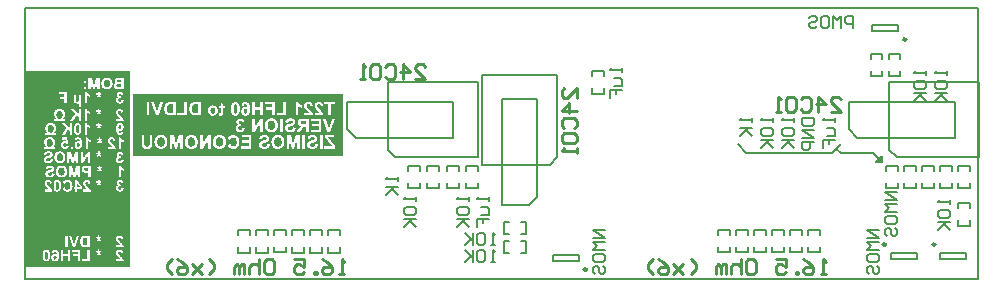
<source format=gbo>
G04 Layer_Color=32896*
%FSLAX25Y25*%
%MOIN*%
G70*
G01*
G75*
%ADD10C,0.00800*%
%ADD11C,0.00600*%
%ADD38C,0.00500*%
%ADD52C,0.00984*%
%ADD53C,0.00787*%
%ADD54C,0.01000*%
G36*
X36000Y64334D02*
Y58607D01*
Y53937D01*
Y49197D01*
Y44456D01*
Y39715D01*
Y34974D01*
Y30234D01*
Y25626D01*
Y21018D01*
Y16411D01*
Y11741D01*
Y5000D01*
X1000D01*
Y11741D01*
Y16411D01*
Y21018D01*
Y25626D01*
Y30234D01*
Y34974D01*
Y39715D01*
Y44456D01*
Y49197D01*
Y53937D01*
Y58607D01*
Y64334D01*
Y70307D01*
X36000D01*
Y64334D01*
D02*
G37*
G36*
X107000Y55577D02*
Y50038D01*
Y42000D01*
X37000D01*
Y50038D01*
Y55577D01*
Y62660D01*
X107000D01*
Y55577D01*
D02*
G37*
%LPC*%
G36*
X16166Y10910D02*
X15392D01*
Y9400D01*
X13870D01*
Y10910D01*
X13096D01*
Y7071D01*
X13870D01*
Y8751D01*
X15392D01*
Y7071D01*
X16166D01*
Y10910D01*
D02*
G37*
G36*
X11053Y10923D02*
X11012D01*
X10979Y10919D01*
X10945Y10915D01*
X10899Y10910D01*
X10850Y10902D01*
X10800Y10894D01*
X10683Y10860D01*
X10625Y10844D01*
X10563Y10819D01*
X10504Y10790D01*
X10442Y10757D01*
X10384Y10719D01*
X10330Y10673D01*
X10325Y10669D01*
X10317Y10661D01*
X10300Y10648D01*
X10284Y10627D01*
X10259Y10603D01*
X10234Y10569D01*
X10205Y10536D01*
X10176Y10490D01*
X10147Y10445D01*
X10113Y10390D01*
X10084Y10332D01*
X10055Y10270D01*
X10026Y10199D01*
X10001Y10124D01*
X9980Y10045D01*
X9963Y9958D01*
X10675Y9883D01*
Y9887D01*
Y9891D01*
X10679Y9920D01*
X10691Y9958D01*
X10704Y10003D01*
X10721Y10058D01*
X10746Y10108D01*
X10779Y10162D01*
X10816Y10203D01*
X10820Y10207D01*
X10837Y10220D01*
X10858Y10237D01*
X10891Y10257D01*
X10933Y10278D01*
X10983Y10295D01*
X11037Y10307D01*
X11099Y10311D01*
X11120D01*
X11137Y10307D01*
X11182Y10299D01*
X11236Y10286D01*
X11299Y10261D01*
X11365Y10224D01*
X11399Y10199D01*
X11432Y10170D01*
X11461Y10137D01*
X11494Y10099D01*
Y10095D01*
X11503Y10091D01*
X11511Y10074D01*
X11519Y10058D01*
X11532Y10033D01*
X11548Y9999D01*
X11561Y9958D01*
X11578Y9912D01*
X11594Y9858D01*
X11615Y9796D01*
X11632Y9725D01*
X11648Y9642D01*
X11661Y9554D01*
X11677Y9454D01*
X11690Y9346D01*
X11698Y9226D01*
X11694Y9230D01*
X11686Y9238D01*
X11669Y9255D01*
X11648Y9275D01*
X11619Y9301D01*
X11590Y9330D01*
X11553Y9359D01*
X11507Y9392D01*
X11461Y9421D01*
X11407Y9450D01*
X11353Y9479D01*
X11291Y9504D01*
X11228Y9525D01*
X11157Y9542D01*
X11087Y9550D01*
X11012Y9554D01*
X10991D01*
X10966Y9550D01*
X10933D01*
X10895Y9542D01*
X10850Y9538D01*
X10796Y9525D01*
X10741Y9509D01*
X10679Y9492D01*
X10617Y9467D01*
X10550Y9438D01*
X10484Y9404D01*
X10417Y9363D01*
X10350Y9317D01*
X10284Y9263D01*
X10221Y9201D01*
X10217Y9196D01*
X10209Y9184D01*
X10192Y9163D01*
X10171Y9138D01*
X10147Y9101D01*
X10117Y9059D01*
X10088Y9013D01*
X10055Y8955D01*
X10026Y8897D01*
X9997Y8826D01*
X9968Y8751D01*
X9943Y8672D01*
X9922Y8585D01*
X9905Y8498D01*
X9897Y8398D01*
X9893Y8298D01*
Y8290D01*
Y8273D01*
X9897Y8240D01*
Y8202D01*
X9905Y8152D01*
X9909Y8094D01*
X9922Y8027D01*
X9934Y7957D01*
X9955Y7886D01*
X9976Y7807D01*
X10005Y7728D01*
X10038Y7649D01*
X10080Y7574D01*
X10126Y7495D01*
X10180Y7424D01*
X10242Y7354D01*
X10246Y7349D01*
X10259Y7337D01*
X10276Y7320D01*
X10305Y7299D01*
X10338Y7270D01*
X10379Y7241D01*
X10429Y7208D01*
X10484Y7179D01*
X10542Y7146D01*
X10608Y7112D01*
X10683Y7083D01*
X10762Y7054D01*
X10845Y7033D01*
X10933Y7017D01*
X11028Y7004D01*
X11128Y7000D01*
X11153D01*
X11182Y7004D01*
X11224Y7008D01*
X11274Y7012D01*
X11332Y7025D01*
X11395Y7037D01*
X11465Y7058D01*
X11540Y7079D01*
X11619Y7108D01*
X11698Y7146D01*
X11777Y7191D01*
X11856Y7241D01*
X11935Y7299D01*
X12014Y7370D01*
X12085Y7449D01*
X12089Y7453D01*
X12102Y7470D01*
X12118Y7499D01*
X12143Y7537D01*
X12173Y7587D01*
X12202Y7649D01*
X12235Y7720D01*
X12268Y7803D01*
X12306Y7903D01*
X12339Y8011D01*
X12368Y8132D01*
X12397Y8265D01*
X12422Y8410D01*
X12439Y8573D01*
X12451Y8743D01*
X12455Y8930D01*
Y8934D01*
Y8943D01*
Y8955D01*
Y8976D01*
Y9001D01*
X12451Y9030D01*
Y9063D01*
Y9101D01*
X12443Y9188D01*
X12435Y9288D01*
X12422Y9400D01*
X12405Y9517D01*
X12385Y9642D01*
X12360Y9766D01*
X12331Y9895D01*
X12293Y10020D01*
X12247Y10141D01*
X12197Y10253D01*
X12135Y10357D01*
X12069Y10453D01*
X12064Y10457D01*
X12052Y10474D01*
X12027Y10494D01*
X11998Y10528D01*
X11960Y10561D01*
X11910Y10603D01*
X11856Y10644D01*
X11794Y10690D01*
X11727Y10731D01*
X11648Y10773D01*
X11565Y10815D01*
X11474Y10848D01*
X11378Y10881D01*
X11278Y10902D01*
X11166Y10919D01*
X11053Y10923D01*
D02*
G37*
G36*
X15288Y15580D02*
X14515D01*
Y11741D01*
X15288D01*
Y15580D01*
D02*
G37*
G36*
X25901Y10973D02*
X25439D01*
Y10969D01*
Y10965D01*
Y10952D01*
Y10935D01*
Y10915D01*
X25443Y10885D01*
Y10852D01*
X25447Y10815D01*
X25451Y10769D01*
X25455Y10719D01*
X25460Y10661D01*
X25468Y10594D01*
X25476Y10524D01*
X25484Y10449D01*
X25497Y10361D01*
X25509Y10270D01*
X25505D01*
X25497Y10274D01*
X25484Y10282D01*
X25464Y10291D01*
X25435Y10303D01*
X25393Y10320D01*
X25343Y10345D01*
X25285Y10370D01*
X25281D01*
X25272Y10374D01*
X25260Y10382D01*
X25243Y10386D01*
X25202Y10407D01*
X25143Y10432D01*
X25077Y10461D01*
X25002Y10494D01*
X24852Y10557D01*
X24711Y10083D01*
X24715D01*
X24723Y10078D01*
X24740Y10074D01*
X24761Y10070D01*
X24790Y10066D01*
X24823Y10058D01*
X24860Y10049D01*
X24902Y10041D01*
X24952Y10033D01*
X25002Y10020D01*
X25118Y9999D01*
X25247Y9979D01*
X25385Y9954D01*
X25073Y9596D01*
X25069Y9592D01*
X25056Y9579D01*
X25039Y9558D01*
X25019Y9533D01*
X24969Y9475D01*
X24919Y9421D01*
X25322Y9159D01*
X25676Y9741D01*
Y9737D01*
X25684Y9729D01*
X25692Y9712D01*
X25705Y9691D01*
X25717Y9667D01*
X25738Y9637D01*
X25759Y9600D01*
X25780Y9563D01*
X25834Y9471D01*
X25896Y9371D01*
X25963Y9259D01*
X26038Y9142D01*
X26433Y9446D01*
X26429Y9450D01*
X26425Y9454D01*
X26412Y9467D01*
X26400Y9483D01*
X26362Y9525D01*
X26312Y9575D01*
X26254Y9637D01*
X26188Y9708D01*
X26117Y9779D01*
X26042Y9854D01*
X26038Y9858D01*
X26029Y9866D01*
X26013Y9879D01*
X25996Y9895D01*
X25963Y9929D01*
X25946Y9945D01*
X25938Y9954D01*
X25942D01*
X25955Y9958D01*
X25975Y9962D01*
X26009Y9966D01*
X26034Y9970D01*
X26059Y9979D01*
X26092Y9983D01*
X26125Y9991D01*
X26167Y10003D01*
X26212Y10012D01*
X26262Y10024D01*
X26316Y10037D01*
X26321D01*
X26325Y10041D01*
X26354Y10045D01*
X26391Y10058D01*
X26437Y10066D01*
X26483Y10083D01*
X26533Y10095D01*
X26574Y10108D01*
X26608Y10120D01*
X26450Y10582D01*
X26445D01*
X26433Y10573D01*
X26416Y10569D01*
X26391Y10557D01*
X26362Y10544D01*
X26329Y10528D01*
X26287Y10511D01*
X26246Y10490D01*
X26150Y10445D01*
X26050Y10390D01*
X25946Y10336D01*
X25842Y10274D01*
Y10278D01*
X25846Y10295D01*
Y10316D01*
X25851Y10345D01*
X25855Y10382D01*
X25859Y10424D01*
X25867Y10469D01*
X25871Y10524D01*
X25884Y10632D01*
X25892Y10748D01*
X25896Y10865D01*
X25901Y10973D01*
D02*
G37*
G36*
X32640Y10923D02*
X32586D01*
X32544Y10919D01*
X32498Y10915D01*
X32444Y10906D01*
X32382Y10898D01*
X32315Y10885D01*
X32245Y10869D01*
X32174Y10848D01*
X32099Y10823D01*
X32024Y10794D01*
X31953Y10757D01*
X31883Y10715D01*
X31812Y10669D01*
X31749Y10615D01*
X31745Y10611D01*
X31737Y10603D01*
X31720Y10582D01*
X31699Y10561D01*
X31675Y10532D01*
X31645Y10494D01*
X31616Y10453D01*
X31583Y10403D01*
X31554Y10353D01*
X31525Y10295D01*
X31496Y10232D01*
X31471Y10166D01*
X31450Y10091D01*
X31433Y10016D01*
X31425Y9937D01*
X31421Y9854D01*
Y9850D01*
Y9841D01*
Y9829D01*
Y9808D01*
X31425Y9787D01*
Y9758D01*
X31433Y9696D01*
X31446Y9617D01*
X31462Y9533D01*
X31483Y9446D01*
X31517Y9359D01*
Y9355D01*
X31521Y9350D01*
X31525Y9334D01*
X31533Y9317D01*
X31546Y9296D01*
X31558Y9271D01*
X31587Y9209D01*
X31629Y9138D01*
X31679Y9055D01*
X31741Y8963D01*
X31812Y8868D01*
X31820Y8860D01*
X31837Y8835D01*
X31874Y8797D01*
X31920Y8743D01*
X31953Y8710D01*
X31987Y8672D01*
X32028Y8635D01*
X32070Y8589D01*
X32120Y8543D01*
X32174Y8489D01*
X32232Y8435D01*
X32294Y8377D01*
X32299Y8373D01*
X32311Y8365D01*
X32328Y8348D01*
X32348Y8327D01*
X32378Y8302D01*
X32411Y8273D01*
X32482Y8206D01*
X32557Y8136D01*
X32627Y8065D01*
X32660Y8032D01*
X32690Y8003D01*
X32715Y7973D01*
X32735Y7953D01*
X32739Y7948D01*
X32752Y7936D01*
X32769Y7915D01*
X32789Y7890D01*
X32810Y7857D01*
X32835Y7824D01*
X32885Y7753D01*
X31421D01*
Y7071D01*
X34000D01*
Y7075D01*
X33996Y7087D01*
Y7108D01*
X33992Y7137D01*
X33983Y7171D01*
X33975Y7212D01*
X33967Y7258D01*
X33954Y7308D01*
X33921Y7420D01*
X33875Y7545D01*
X33821Y7674D01*
X33750Y7803D01*
X33746Y7807D01*
X33742Y7819D01*
X33725Y7840D01*
X33709Y7865D01*
X33684Y7899D01*
X33651Y7944D01*
X33613Y7990D01*
X33567Y8048D01*
X33517Y8111D01*
X33455Y8177D01*
X33389Y8256D01*
X33314Y8335D01*
X33230Y8423D01*
X33135Y8518D01*
X33035Y8618D01*
X32923Y8722D01*
X32918Y8726D01*
X32902Y8743D01*
X32877Y8768D01*
X32844Y8797D01*
X32802Y8835D01*
X32760Y8876D01*
X32710Y8926D01*
X32660Y8976D01*
X32552Y9080D01*
X32452Y9184D01*
X32411Y9230D01*
X32369Y9275D01*
X32336Y9317D01*
X32311Y9350D01*
Y9355D01*
X32303Y9359D01*
X32299Y9371D01*
X32286Y9388D01*
X32261Y9434D01*
X32232Y9492D01*
X32207Y9558D01*
X32182Y9633D01*
X32165Y9717D01*
X32157Y9800D01*
Y9804D01*
Y9812D01*
Y9825D01*
Y9841D01*
X32165Y9883D01*
X32174Y9941D01*
X32190Y9999D01*
X32211Y10062D01*
X32245Y10124D01*
X32290Y10178D01*
X32294Y10182D01*
X32315Y10199D01*
X32344Y10220D01*
X32386Y10245D01*
X32440Y10270D01*
X32502Y10291D01*
X32573Y10307D01*
X32656Y10311D01*
X32694D01*
X32735Y10303D01*
X32789Y10295D01*
X32848Y10278D01*
X32910Y10253D01*
X32972Y10216D01*
X33027Y10170D01*
X33031Y10162D01*
X33047Y10145D01*
X33068Y10112D01*
X33097Y10062D01*
X33122Y9999D01*
X33147Y9920D01*
X33168Y9825D01*
X33176Y9771D01*
X33180Y9712D01*
X33913Y9783D01*
Y9791D01*
X33909Y9808D01*
X33904Y9841D01*
X33896Y9883D01*
X33888Y9933D01*
X33875Y9991D01*
X33859Y10053D01*
X33838Y10120D01*
X33813Y10191D01*
X33784Y10261D01*
X33750Y10336D01*
X33713Y10407D01*
X33671Y10478D01*
X33621Y10544D01*
X33567Y10603D01*
X33505Y10657D01*
X33501Y10661D01*
X33488Y10669D01*
X33468Y10682D01*
X33443Y10698D01*
X33409Y10719D01*
X33368Y10740D01*
X33322Y10765D01*
X33268Y10790D01*
X33205Y10815D01*
X33143Y10840D01*
X33072Y10860D01*
X32993Y10881D01*
X32914Y10898D01*
X32827Y10910D01*
X32735Y10919D01*
X32640Y10923D01*
D02*
G37*
G36*
X22693Y10877D02*
X21919D01*
Y7720D01*
X19993D01*
Y7071D01*
X22693D01*
Y10877D01*
D02*
G37*
G36*
X19440Y10910D02*
X16807D01*
Y10261D01*
X18666D01*
Y9350D01*
X17061D01*
Y8701D01*
X18666D01*
Y7071D01*
X19440D01*
Y10910D01*
D02*
G37*
G36*
X8233Y10923D02*
X8208D01*
X8179Y10919D01*
X8141D01*
X8096Y10910D01*
X8042Y10902D01*
X7979Y10890D01*
X7913Y10873D01*
X7846Y10852D01*
X7775Y10827D01*
X7700Y10794D01*
X7630Y10757D01*
X7559Y10711D01*
X7488Y10657D01*
X7422Y10594D01*
X7359Y10524D01*
X7355Y10519D01*
X7343Y10503D01*
X7326Y10474D01*
X7301Y10432D01*
X7272Y10382D01*
X7239Y10316D01*
X7205Y10241D01*
X7172Y10149D01*
X7139Y10049D01*
X7101Y9933D01*
X7072Y9804D01*
X7043Y9662D01*
X7018Y9509D01*
X7002Y9338D01*
X6989Y9155D01*
X6985Y8959D01*
Y8955D01*
Y8947D01*
Y8930D01*
Y8914D01*
Y8884D01*
X6989Y8855D01*
Y8822D01*
Y8781D01*
X6997Y8693D01*
X7006Y8589D01*
X7018Y8477D01*
X7031Y8356D01*
X7051Y8227D01*
X7077Y8098D01*
X7110Y7965D01*
X7143Y7836D01*
X7189Y7716D01*
X7239Y7595D01*
X7297Y7487D01*
X7363Y7391D01*
X7368Y7387D01*
X7376Y7374D01*
X7397Y7354D01*
X7422Y7329D01*
X7451Y7299D01*
X7492Y7266D01*
X7538Y7233D01*
X7588Y7196D01*
X7646Y7158D01*
X7713Y7125D01*
X7784Y7091D01*
X7863Y7062D01*
X7946Y7037D01*
X8037Y7017D01*
X8133Y7004D01*
X8233Y7000D01*
X8258D01*
X8287Y7004D01*
X8325Y7008D01*
X8374Y7012D01*
X8428Y7021D01*
X8491Y7037D01*
X8557Y7054D01*
X8628Y7075D01*
X8699Y7104D01*
X8774Y7141D01*
X8849Y7179D01*
X8924Y7229D01*
X8998Y7287D01*
X9069Y7354D01*
X9136Y7429D01*
X9140Y7433D01*
X9148Y7449D01*
X9169Y7474D01*
X9190Y7512D01*
X9215Y7562D01*
X9244Y7624D01*
X9273Y7699D01*
X9306Y7782D01*
X9340Y7882D01*
X9369Y7994D01*
X9398Y8119D01*
X9423Y8260D01*
X9443Y8414D01*
X9460Y8585D01*
X9473Y8768D01*
X9477Y8968D01*
Y8972D01*
Y8980D01*
Y8997D01*
Y9013D01*
Y9043D01*
X9473Y9072D01*
Y9105D01*
Y9142D01*
X9464Y9234D01*
X9456Y9334D01*
X9443Y9446D01*
X9431Y9567D01*
X9410Y9696D01*
X9385Y9825D01*
X9356Y9954D01*
X9319Y10083D01*
X9277Y10207D01*
X9227Y10324D01*
X9169Y10432D01*
X9102Y10528D01*
X9098Y10532D01*
X9086Y10544D01*
X9069Y10565D01*
X9044Y10590D01*
X9011Y10619D01*
X8973Y10652D01*
X8928Y10690D01*
X8878Y10727D01*
X8820Y10761D01*
X8753Y10798D01*
X8682Y10831D01*
X8603Y10860D01*
X8520Y10885D01*
X8428Y10906D01*
X8333Y10919D01*
X8233Y10923D01*
D02*
G37*
G36*
X22714Y15580D02*
X21220D01*
X21179Y15576D01*
X21083D01*
X21029Y15572D01*
X20913Y15564D01*
X20792Y15547D01*
X20675Y15530D01*
X20621Y15518D01*
X20572Y15506D01*
X20567D01*
X20555Y15501D01*
X20538Y15493D01*
X20513Y15485D01*
X20484Y15476D01*
X20451Y15460D01*
X20372Y15422D01*
X20280Y15377D01*
X20185Y15314D01*
X20089Y15239D01*
X19993Y15152D01*
X19989Y15148D01*
X19981Y15139D01*
X19968Y15127D01*
X19952Y15106D01*
X19935Y15081D01*
X19910Y15052D01*
X19885Y15019D01*
X19856Y14977D01*
X19827Y14936D01*
X19798Y14890D01*
X19735Y14782D01*
X19677Y14661D01*
X19627Y14528D01*
Y14524D01*
X19623Y14511D01*
X19615Y14491D01*
X19606Y14461D01*
X19598Y14428D01*
X19586Y14382D01*
X19573Y14332D01*
X19561Y14278D01*
X19552Y14216D01*
X19540Y14145D01*
X19527Y14070D01*
X19519Y13991D01*
X19511Y13904D01*
X19502Y13817D01*
X19498Y13721D01*
Y13621D01*
Y13617D01*
Y13600D01*
Y13575D01*
Y13542D01*
X19502Y13500D01*
Y13455D01*
X19507Y13401D01*
X19515Y13342D01*
X19527Y13213D01*
X19548Y13076D01*
X19577Y12939D01*
X19619Y12806D01*
Y12801D01*
X19627Y12789D01*
X19636Y12764D01*
X19644Y12735D01*
X19660Y12702D01*
X19677Y12660D01*
X19698Y12614D01*
X19723Y12564D01*
X19781Y12456D01*
X19852Y12344D01*
X19935Y12232D01*
X20031Y12128D01*
X20035Y12123D01*
X20039Y12119D01*
X20052Y12107D01*
X20068Y12094D01*
X20089Y12078D01*
X20110Y12057D01*
X20139Y12036D01*
X20172Y12015D01*
X20251Y11965D01*
X20343Y11915D01*
X20451Y11866D01*
X20572Y11820D01*
X20576D01*
X20584Y11816D01*
X20596Y11812D01*
X20617Y11807D01*
X20642Y11803D01*
X20675Y11795D01*
X20713Y11787D01*
X20755Y11782D01*
X20800Y11774D01*
X20850Y11766D01*
X20909Y11757D01*
X20971Y11753D01*
X21033Y11749D01*
X21104Y11745D01*
X21179Y11741D01*
X22714D01*
Y15580D01*
D02*
G37*
G36*
X15159Y34206D02*
X15126D01*
X15093Y34202D01*
X15043Y34198D01*
X14985Y34194D01*
X14914Y34186D01*
X14835Y34173D01*
X14752Y34152D01*
X14664Y34132D01*
X14573Y34102D01*
X14477Y34069D01*
X14381Y34027D01*
X14286Y33982D01*
X14190Y33924D01*
X14103Y33861D01*
X14015Y33786D01*
X14011Y33782D01*
X14003Y33774D01*
X13990Y33761D01*
X13974Y33740D01*
X13949Y33716D01*
X13924Y33686D01*
X13899Y33649D01*
X13866Y33607D01*
X13837Y33558D01*
X13803Y33507D01*
X13770Y33449D01*
X13737Y33387D01*
X13708Y33316D01*
X13674Y33246D01*
X13645Y33166D01*
X13620Y33083D01*
X14386Y32900D01*
Y32904D01*
X14390Y32913D01*
X14394Y32929D01*
X14398Y32950D01*
X14406Y32975D01*
X14419Y33004D01*
X14448Y33071D01*
X14485Y33146D01*
X14535Y33225D01*
X14598Y33299D01*
X14673Y33370D01*
X14677Y33374D01*
X14681Y33379D01*
X14693Y33387D01*
X14710Y33399D01*
X14731Y33412D01*
X14756Y33424D01*
X14818Y33458D01*
X14897Y33491D01*
X14985Y33516D01*
X15085Y33537D01*
X15197Y33545D01*
X15238D01*
X15268Y33541D01*
X15305Y33537D01*
X15347Y33528D01*
X15392Y33520D01*
X15442Y33507D01*
X15496Y33491D01*
X15555Y33470D01*
X15613Y33445D01*
X15671Y33416D01*
X15729Y33379D01*
X15783Y33337D01*
X15842Y33291D01*
X15891Y33237D01*
X15896Y33233D01*
X15904Y33225D01*
X15916Y33204D01*
X15933Y33179D01*
X15954Y33146D01*
X15975Y33104D01*
X16000Y33054D01*
X16021Y32996D01*
X16045Y32934D01*
X16070Y32859D01*
X16091Y32779D01*
X16112Y32688D01*
X16129Y32588D01*
X16141Y32484D01*
X16149Y32368D01*
X16154Y32243D01*
Y32235D01*
Y32210D01*
Y32172D01*
X16149Y32126D01*
X16145Y32064D01*
X16141Y31997D01*
X16133Y31923D01*
X16120Y31839D01*
X16091Y31669D01*
X16070Y31586D01*
X16045Y31498D01*
X16016Y31415D01*
X15979Y31340D01*
X15941Y31269D01*
X15896Y31207D01*
X15891Y31203D01*
X15883Y31195D01*
X15867Y31178D01*
X15850Y31157D01*
X15821Y31136D01*
X15792Y31111D01*
X15754Y31082D01*
X15713Y31053D01*
X15667Y31024D01*
X15613Y30995D01*
X15559Y30970D01*
X15496Y30949D01*
X15434Y30928D01*
X15363Y30912D01*
X15288Y30903D01*
X15213Y30899D01*
X15184D01*
X15164Y30903D01*
X15134D01*
X15105Y30912D01*
X15030Y30924D01*
X14947Y30949D01*
X14860Y30982D01*
X14773Y31032D01*
X14727Y31062D01*
X14685Y31095D01*
X14681Y31099D01*
X14677Y31103D01*
X14664Y31115D01*
X14648Y31132D01*
X14631Y31153D01*
X14610Y31178D01*
X14585Y31211D01*
X14560Y31245D01*
X14535Y31286D01*
X14506Y31332D01*
X14481Y31382D01*
X14452Y31440D01*
X14427Y31498D01*
X14402Y31565D01*
X14381Y31640D01*
X14361Y31715D01*
X13608Y31482D01*
Y31473D01*
X13616Y31453D01*
X13624Y31423D01*
X13641Y31378D01*
X13662Y31328D01*
X13683Y31265D01*
X13712Y31199D01*
X13745Y31128D01*
X13782Y31053D01*
X13824Y30974D01*
X13874Y30895D01*
X13924Y30820D01*
X13982Y30741D01*
X14044Y30670D01*
X14111Y30604D01*
X14186Y30542D01*
X14190Y30537D01*
X14203Y30529D01*
X14228Y30512D01*
X14257Y30496D01*
X14298Y30471D01*
X14344Y30446D01*
X14398Y30417D01*
X14465Y30392D01*
X14531Y30363D01*
X14610Y30334D01*
X14693Y30308D01*
X14785Y30283D01*
X14881Y30267D01*
X14985Y30250D01*
X15093Y30242D01*
X15205Y30238D01*
X15238D01*
X15280Y30242D01*
X15334Y30246D01*
X15396Y30254D01*
X15471Y30267D01*
X15559Y30279D01*
X15650Y30304D01*
X15746Y30329D01*
X15850Y30367D01*
X15954Y30408D01*
X16058Y30458D01*
X16162Y30516D01*
X16266Y30587D01*
X16366Y30666D01*
X16461Y30758D01*
X16466Y30762D01*
X16482Y30783D01*
X16507Y30812D01*
X16536Y30854D01*
X16574Y30907D01*
X16615Y30970D01*
X16661Y31045D01*
X16707Y31132D01*
X16753Y31228D01*
X16798Y31336D01*
X16840Y31453D01*
X16877Y31582D01*
X16907Y31719D01*
X16931Y31864D01*
X16948Y32018D01*
X16952Y32185D01*
Y32189D01*
Y32197D01*
Y32210D01*
Y32226D01*
Y32251D01*
X16948Y32276D01*
X16944Y32343D01*
X16936Y32422D01*
X16927Y32517D01*
X16911Y32621D01*
X16890Y32730D01*
X16865Y32850D01*
X16832Y32971D01*
X16794Y33096D01*
X16744Y33220D01*
X16690Y33341D01*
X16624Y33458D01*
X16549Y33570D01*
X16461Y33674D01*
X16457Y33678D01*
X16436Y33699D01*
X16411Y33724D01*
X16370Y33757D01*
X16320Y33799D01*
X16262Y33845D01*
X16191Y33890D01*
X16112Y33940D01*
X16025Y33990D01*
X15925Y34040D01*
X15821Y34082D01*
X15704Y34123D01*
X15579Y34157D01*
X15446Y34186D01*
X15305Y34202D01*
X15159Y34206D01*
D02*
G37*
G36*
X32760Y34157D02*
X32735D01*
X32706Y34152D01*
X32669D01*
X32623Y34144D01*
X32569Y34140D01*
X32511Y34127D01*
X32448Y34115D01*
X32378Y34094D01*
X32307Y34073D01*
X32236Y34044D01*
X32165Y34011D01*
X32091Y33969D01*
X32020Y33924D01*
X31953Y33869D01*
X31891Y33807D01*
X31887Y33803D01*
X31878Y33795D01*
X31866Y33778D01*
X31849Y33757D01*
X31828Y33732D01*
X31804Y33699D01*
X31779Y33661D01*
X31754Y33620D01*
X31704Y33528D01*
X31658Y33420D01*
X31641Y33362D01*
X31629Y33299D01*
X31620Y33237D01*
X31616Y33171D01*
Y33166D01*
Y33150D01*
X31620Y33121D01*
X31625Y33087D01*
X31633Y33046D01*
X31645Y32996D01*
X31662Y32938D01*
X31687Y32879D01*
X31716Y32817D01*
X31749Y32750D01*
X31795Y32684D01*
X31849Y32617D01*
X31912Y32551D01*
X31987Y32484D01*
X32074Y32422D01*
X32170Y32364D01*
X32165D01*
X32153Y32359D01*
X32136Y32355D01*
X32116Y32347D01*
X32086Y32339D01*
X32053Y32326D01*
X31982Y32297D01*
X31895Y32255D01*
X31808Y32197D01*
X31725Y32131D01*
X31683Y32089D01*
X31645Y32043D01*
X31641Y32039D01*
X31637Y32031D01*
X31629Y32018D01*
X31612Y32002D01*
X31600Y31977D01*
X31583Y31947D01*
X31562Y31914D01*
X31546Y31877D01*
X31508Y31789D01*
X31475Y31690D01*
X31454Y31573D01*
X31450Y31511D01*
X31446Y31448D01*
Y31444D01*
Y31427D01*
X31450Y31398D01*
Y31365D01*
X31458Y31319D01*
X31467Y31269D01*
X31475Y31215D01*
X31492Y31153D01*
X31512Y31086D01*
X31537Y31016D01*
X31566Y30945D01*
X31604Y30874D01*
X31645Y30799D01*
X31695Y30729D01*
X31749Y30658D01*
X31816Y30587D01*
X31820Y30583D01*
X31833Y30571D01*
X31853Y30554D01*
X31883Y30533D01*
X31920Y30504D01*
X31962Y30475D01*
X32012Y30442D01*
X32070Y30413D01*
X32132Y30379D01*
X32203Y30346D01*
X32282Y30317D01*
X32361Y30288D01*
X32448Y30267D01*
X32540Y30250D01*
X32640Y30238D01*
X32739Y30234D01*
X32765D01*
X32789Y30238D01*
X32827D01*
X32868Y30242D01*
X32923Y30250D01*
X32981Y30259D01*
X33043Y30271D01*
X33110Y30288D01*
X33180Y30308D01*
X33251Y30329D01*
X33322Y30358D01*
X33397Y30396D01*
X33468Y30433D01*
X33538Y30479D01*
X33605Y30533D01*
X33609Y30537D01*
X33621Y30546D01*
X33638Y30562D01*
X33659Y30587D01*
X33684Y30616D01*
X33717Y30654D01*
X33746Y30695D01*
X33784Y30745D01*
X33817Y30799D01*
X33850Y30858D01*
X33884Y30920D01*
X33917Y30991D01*
X33942Y31066D01*
X33967Y31145D01*
X33988Y31232D01*
X34000Y31319D01*
X33289Y31407D01*
Y31403D01*
Y31394D01*
X33285Y31382D01*
X33280Y31361D01*
X33272Y31311D01*
X33251Y31253D01*
X33230Y31182D01*
X33197Y31115D01*
X33156Y31045D01*
X33106Y30987D01*
X33097Y30982D01*
X33081Y30966D01*
X33047Y30941D01*
X33006Y30916D01*
X32952Y30891D01*
X32889Y30866D01*
X32819Y30849D01*
X32744Y30845D01*
X32723D01*
X32706Y30849D01*
X32665Y30854D01*
X32611Y30866D01*
X32548Y30887D01*
X32486Y30916D01*
X32419Y30957D01*
X32357Y31016D01*
X32348Y31024D01*
X32332Y31049D01*
X32307Y31086D01*
X32278Y31141D01*
X32249Y31207D01*
X32224Y31286D01*
X32207Y31378D01*
X32199Y31482D01*
Y31486D01*
Y31494D01*
Y31507D01*
X32203Y31527D01*
Y31552D01*
X32207Y31577D01*
X32215Y31640D01*
X32236Y31710D01*
X32261Y31785D01*
X32299Y31856D01*
X32348Y31923D01*
X32357Y31931D01*
X32373Y31947D01*
X32407Y31977D01*
X32448Y32006D01*
X32502Y32035D01*
X32565Y32064D01*
X32636Y32081D01*
X32715Y32089D01*
X32739D01*
X32769Y32085D01*
X32810Y32081D01*
X32860Y32076D01*
X32914Y32064D01*
X32981Y32052D01*
X33051Y32031D01*
X32972Y32630D01*
X32923D01*
X32898Y32634D01*
X32868D01*
X32802Y32642D01*
X32727Y32655D01*
X32652Y32680D01*
X32581Y32713D01*
X32515Y32755D01*
X32507Y32763D01*
X32490Y32779D01*
X32465Y32809D01*
X32432Y32850D01*
X32403Y32904D01*
X32378Y32967D01*
X32361Y33037D01*
X32353Y33121D01*
Y33125D01*
Y33129D01*
Y33154D01*
X32357Y33187D01*
X32365Y33233D01*
X32382Y33279D01*
X32403Y33333D01*
X32432Y33383D01*
X32469Y33428D01*
X32473Y33433D01*
X32490Y33445D01*
X32515Y33466D01*
X32552Y33487D01*
X32598Y33507D01*
X32648Y33528D01*
X32710Y33541D01*
X32781Y33545D01*
X32814D01*
X32848Y33537D01*
X32893Y33528D01*
X32943Y33512D01*
X32997Y33491D01*
X33051Y33458D01*
X33106Y33412D01*
X33110Y33408D01*
X33126Y33387D01*
X33147Y33358D01*
X33176Y33316D01*
X33205Y33262D01*
X33230Y33200D01*
X33251Y33121D01*
X33268Y33033D01*
X33946Y33146D01*
Y33150D01*
X33942Y33162D01*
X33938Y33179D01*
X33933Y33204D01*
X33925Y33233D01*
X33917Y33266D01*
X33892Y33345D01*
X33863Y33437D01*
X33825Y33528D01*
X33784Y33620D01*
X33734Y33703D01*
Y33707D01*
X33725Y33711D01*
X33709Y33736D01*
X33676Y33778D01*
X33630Y33824D01*
X33576Y33878D01*
X33509Y33932D01*
X33430Y33986D01*
X33339Y34036D01*
X33334D01*
X33326Y34040D01*
X33314Y34048D01*
X33293Y34057D01*
X33268Y34065D01*
X33239Y34073D01*
X33205Y34086D01*
X33168Y34098D01*
X33085Y34119D01*
X32985Y34140D01*
X32877Y34152D01*
X32760Y34157D01*
D02*
G37*
G36*
X21678D02*
X21624D01*
X21582Y34152D01*
X21537Y34148D01*
X21483Y34140D01*
X21420Y34132D01*
X21354Y34119D01*
X21283Y34102D01*
X21212Y34082D01*
X21137Y34057D01*
X21062Y34027D01*
X20992Y33990D01*
X20921Y33948D01*
X20850Y33903D01*
X20788Y33849D01*
X20784Y33845D01*
X20775Y33836D01*
X20759Y33815D01*
X20738Y33795D01*
X20713Y33766D01*
X20684Y33728D01*
X20655Y33686D01*
X20621Y33637D01*
X20592Y33587D01*
X20563Y33528D01*
X20534Y33466D01*
X20509Y33399D01*
X20488Y33325D01*
X20472Y33250D01*
X20463Y33171D01*
X20459Y33087D01*
Y33083D01*
Y33075D01*
Y33062D01*
Y33042D01*
X20463Y33021D01*
Y32992D01*
X20472Y32929D01*
X20484Y32850D01*
X20501Y32767D01*
X20522Y32680D01*
X20555Y32592D01*
Y32588D01*
X20559Y32584D01*
X20563Y32567D01*
X20572Y32551D01*
X20584Y32530D01*
X20596Y32505D01*
X20626Y32443D01*
X20667Y32372D01*
X20717Y32289D01*
X20779Y32197D01*
X20850Y32102D01*
X20859Y32093D01*
X20875Y32068D01*
X20913Y32031D01*
X20958Y31977D01*
X20992Y31943D01*
X21025Y31906D01*
X21067Y31868D01*
X21108Y31823D01*
X21158Y31777D01*
X21212Y31723D01*
X21270Y31669D01*
X21333Y31611D01*
X21337Y31606D01*
X21349Y31598D01*
X21366Y31582D01*
X21387Y31561D01*
X21416Y31536D01*
X21449Y31507D01*
X21520Y31440D01*
X21595Y31369D01*
X21666Y31299D01*
X21699Y31265D01*
X21728Y31236D01*
X21753Y31207D01*
X21774Y31186D01*
X21778Y31182D01*
X21790Y31170D01*
X21807Y31149D01*
X21828Y31124D01*
X21849Y31091D01*
X21874Y31057D01*
X21924Y30987D01*
X20459D01*
Y30304D01*
X23038D01*
Y30308D01*
X23034Y30321D01*
Y30342D01*
X23030Y30371D01*
X23022Y30404D01*
X23013Y30446D01*
X23005Y30492D01*
X22993Y30542D01*
X22959Y30654D01*
X22914Y30779D01*
X22860Y30907D01*
X22789Y31036D01*
X22785Y31041D01*
X22781Y31053D01*
X22764Y31074D01*
X22747Y31099D01*
X22722Y31132D01*
X22689Y31178D01*
X22651Y31224D01*
X22606Y31282D01*
X22556Y31344D01*
X22493Y31411D01*
X22427Y31490D01*
X22352Y31569D01*
X22269Y31656D01*
X22173Y31752D01*
X22073Y31852D01*
X21961Y31956D01*
X21957Y31960D01*
X21940Y31977D01*
X21915Y32002D01*
X21882Y32031D01*
X21840Y32068D01*
X21799Y32110D01*
X21749Y32160D01*
X21699Y32210D01*
X21591Y32314D01*
X21491Y32418D01*
X21449Y32463D01*
X21408Y32509D01*
X21374Y32551D01*
X21349Y32584D01*
Y32588D01*
X21341Y32592D01*
X21337Y32605D01*
X21325Y32621D01*
X21299Y32667D01*
X21270Y32726D01*
X21245Y32792D01*
X21220Y32867D01*
X21204Y32950D01*
X21195Y33033D01*
Y33037D01*
Y33046D01*
Y33058D01*
Y33075D01*
X21204Y33116D01*
X21212Y33175D01*
X21229Y33233D01*
X21250Y33295D01*
X21283Y33358D01*
X21329Y33412D01*
X21333Y33416D01*
X21354Y33433D01*
X21383Y33454D01*
X21424Y33478D01*
X21478Y33503D01*
X21541Y33524D01*
X21611Y33541D01*
X21695Y33545D01*
X21732D01*
X21774Y33537D01*
X21828Y33528D01*
X21886Y33512D01*
X21948Y33487D01*
X22011Y33449D01*
X22065Y33404D01*
X22069Y33395D01*
X22086Y33379D01*
X22107Y33345D01*
X22136Y33295D01*
X22161Y33233D01*
X22186Y33154D01*
X22206Y33058D01*
X22215Y33004D01*
X22219Y32946D01*
X22951Y33017D01*
Y33025D01*
X22947Y33042D01*
X22943Y33075D01*
X22934Y33116D01*
X22926Y33166D01*
X22914Y33225D01*
X22897Y33287D01*
X22876Y33354D01*
X22851Y33424D01*
X22822Y33495D01*
X22789Y33570D01*
X22751Y33641D01*
X22710Y33711D01*
X22660Y33778D01*
X22606Y33836D01*
X22543Y33890D01*
X22539Y33894D01*
X22527Y33903D01*
X22506Y33915D01*
X22481Y33932D01*
X22448Y33953D01*
X22406Y33974D01*
X22360Y33998D01*
X22306Y34023D01*
X22244Y34048D01*
X22181Y34073D01*
X22111Y34094D01*
X22032Y34115D01*
X21953Y34132D01*
X21865Y34144D01*
X21774Y34152D01*
X21678Y34157D01*
D02*
G37*
G36*
X8857D02*
X8803D01*
X8761Y34152D01*
X8715Y34148D01*
X8661Y34140D01*
X8599Y34132D01*
X8533Y34119D01*
X8462Y34102D01*
X8391Y34082D01*
X8316Y34057D01*
X8241Y34027D01*
X8171Y33990D01*
X8100Y33948D01*
X8029Y33903D01*
X7967Y33849D01*
X7963Y33845D01*
X7954Y33836D01*
X7938Y33815D01*
X7917Y33795D01*
X7892Y33766D01*
X7863Y33728D01*
X7834Y33686D01*
X7800Y33637D01*
X7771Y33587D01*
X7742Y33528D01*
X7713Y33466D01*
X7688Y33399D01*
X7667Y33325D01*
X7651Y33250D01*
X7642Y33171D01*
X7638Y33087D01*
Y33083D01*
Y33075D01*
Y33062D01*
Y33042D01*
X7642Y33021D01*
Y32992D01*
X7651Y32929D01*
X7663Y32850D01*
X7680Y32767D01*
X7700Y32680D01*
X7734Y32592D01*
Y32588D01*
X7738Y32584D01*
X7742Y32567D01*
X7750Y32551D01*
X7763Y32530D01*
X7775Y32505D01*
X7805Y32443D01*
X7846Y32372D01*
X7896Y32289D01*
X7958Y32197D01*
X8029Y32102D01*
X8037Y32093D01*
X8054Y32068D01*
X8091Y32031D01*
X8137Y31977D01*
X8171Y31943D01*
X8204Y31906D01*
X8245Y31868D01*
X8287Y31823D01*
X8337Y31777D01*
X8391Y31723D01*
X8449Y31669D01*
X8512Y31611D01*
X8516Y31606D01*
X8528Y31598D01*
X8545Y31582D01*
X8566Y31561D01*
X8595Y31536D01*
X8628Y31507D01*
X8699Y31440D01*
X8774Y31369D01*
X8845Y31299D01*
X8878Y31265D01*
X8907Y31236D01*
X8932Y31207D01*
X8953Y31186D01*
X8957Y31182D01*
X8969Y31170D01*
X8986Y31149D01*
X9007Y31124D01*
X9027Y31091D01*
X9053Y31057D01*
X9102Y30987D01*
X7638D01*
Y30304D01*
X10217D01*
Y30308D01*
X10213Y30321D01*
Y30342D01*
X10209Y30371D01*
X10201Y30404D01*
X10192Y30446D01*
X10184Y30492D01*
X10171Y30542D01*
X10138Y30654D01*
X10092Y30779D01*
X10038Y30907D01*
X9968Y31036D01*
X9963Y31041D01*
X9959Y31053D01*
X9943Y31074D01*
X9926Y31099D01*
X9901Y31132D01*
X9868Y31178D01*
X9830Y31224D01*
X9785Y31282D01*
X9735Y31344D01*
X9672Y31411D01*
X9606Y31490D01*
X9531Y31569D01*
X9448Y31656D01*
X9352Y31752D01*
X9252Y31852D01*
X9140Y31956D01*
X9136Y31960D01*
X9119Y31977D01*
X9094Y32002D01*
X9061Y32031D01*
X9019Y32068D01*
X8978Y32110D01*
X8928Y32160D01*
X8878Y32210D01*
X8770Y32314D01*
X8670Y32418D01*
X8628Y32463D01*
X8587Y32509D01*
X8553Y32551D01*
X8528Y32584D01*
Y32588D01*
X8520Y32592D01*
X8516Y32605D01*
X8503Y32621D01*
X8478Y32667D01*
X8449Y32726D01*
X8424Y32792D01*
X8399Y32867D01*
X8383Y32950D01*
X8374Y33033D01*
Y33037D01*
Y33046D01*
Y33058D01*
Y33075D01*
X8383Y33116D01*
X8391Y33175D01*
X8408Y33233D01*
X8428Y33295D01*
X8462Y33358D01*
X8507Y33412D01*
X8512Y33416D01*
X8533Y33433D01*
X8562Y33454D01*
X8603Y33478D01*
X8657Y33503D01*
X8720Y33524D01*
X8790Y33541D01*
X8874Y33545D01*
X8911D01*
X8953Y33537D01*
X9007Y33528D01*
X9065Y33512D01*
X9127Y33487D01*
X9190Y33449D01*
X9244Y33404D01*
X9248Y33395D01*
X9265Y33379D01*
X9285Y33345D01*
X9315Y33295D01*
X9340Y33233D01*
X9364Y33154D01*
X9385Y33058D01*
X9394Y33004D01*
X9398Y32946D01*
X10130Y33017D01*
Y33025D01*
X10126Y33042D01*
X10122Y33075D01*
X10113Y33116D01*
X10105Y33166D01*
X10092Y33225D01*
X10076Y33287D01*
X10055Y33354D01*
X10030Y33424D01*
X10001Y33495D01*
X9968Y33570D01*
X9930Y33641D01*
X9889Y33711D01*
X9839Y33778D01*
X9785Y33836D01*
X9722Y33890D01*
X9718Y33894D01*
X9706Y33903D01*
X9685Y33915D01*
X9660Y33932D01*
X9627Y33953D01*
X9585Y33974D01*
X9539Y33998D01*
X9485Y34023D01*
X9423Y34048D01*
X9360Y34073D01*
X9290Y34094D01*
X9211Y34115D01*
X9132Y34132D01*
X9044Y34144D01*
X8953Y34152D01*
X8857Y34157D01*
D02*
G37*
G36*
X32640Y15593D02*
X32586D01*
X32544Y15589D01*
X32498Y15585D01*
X32444Y15576D01*
X32382Y15568D01*
X32315Y15555D01*
X32245Y15539D01*
X32174Y15518D01*
X32099Y15493D01*
X32024Y15464D01*
X31953Y15427D01*
X31883Y15385D01*
X31812Y15339D01*
X31749Y15285D01*
X31745Y15281D01*
X31737Y15273D01*
X31720Y15252D01*
X31699Y15231D01*
X31675Y15202D01*
X31645Y15164D01*
X31616Y15123D01*
X31583Y15073D01*
X31554Y15023D01*
X31525Y14965D01*
X31496Y14902D01*
X31471Y14836D01*
X31450Y14761D01*
X31433Y14686D01*
X31425Y14607D01*
X31421Y14524D01*
Y14520D01*
Y14511D01*
Y14499D01*
Y14478D01*
X31425Y14457D01*
Y14428D01*
X31433Y14366D01*
X31446Y14287D01*
X31462Y14203D01*
X31483Y14116D01*
X31517Y14029D01*
Y14025D01*
X31521Y14020D01*
X31525Y14004D01*
X31533Y13987D01*
X31546Y13966D01*
X31558Y13941D01*
X31587Y13879D01*
X31629Y13808D01*
X31679Y13725D01*
X31741Y13634D01*
X31812Y13538D01*
X31820Y13530D01*
X31837Y13505D01*
X31874Y13467D01*
X31920Y13413D01*
X31953Y13380D01*
X31987Y13342D01*
X32028Y13305D01*
X32070Y13259D01*
X32120Y13213D01*
X32174Y13159D01*
X32232Y13105D01*
X32294Y13047D01*
X32299Y13043D01*
X32311Y13035D01*
X32328Y13018D01*
X32348Y12997D01*
X32378Y12972D01*
X32411Y12943D01*
X32482Y12876D01*
X32557Y12806D01*
X32627Y12735D01*
X32660Y12702D01*
X32690Y12673D01*
X32715Y12643D01*
X32735Y12623D01*
X32739Y12618D01*
X32752Y12606D01*
X32769Y12585D01*
X32789Y12560D01*
X32810Y12527D01*
X32835Y12494D01*
X32885Y12423D01*
X31421D01*
Y11741D01*
X34000D01*
Y11745D01*
X33996Y11757D01*
Y11778D01*
X33992Y11807D01*
X33983Y11841D01*
X33975Y11882D01*
X33967Y11928D01*
X33954Y11978D01*
X33921Y12090D01*
X33875Y12215D01*
X33821Y12344D01*
X33750Y12473D01*
X33746Y12477D01*
X33742Y12489D01*
X33725Y12510D01*
X33709Y12535D01*
X33684Y12569D01*
X33651Y12614D01*
X33613Y12660D01*
X33567Y12718D01*
X33517Y12781D01*
X33455Y12847D01*
X33389Y12926D01*
X33314Y13005D01*
X33230Y13093D01*
X33135Y13188D01*
X33035Y13288D01*
X32923Y13392D01*
X32918Y13396D01*
X32902Y13413D01*
X32877Y13438D01*
X32844Y13467D01*
X32802Y13505D01*
X32760Y13546D01*
X32710Y13596D01*
X32660Y13646D01*
X32552Y13750D01*
X32452Y13854D01*
X32411Y13900D01*
X32369Y13946D01*
X32336Y13987D01*
X32311Y14020D01*
Y14025D01*
X32303Y14029D01*
X32299Y14041D01*
X32286Y14058D01*
X32261Y14104D01*
X32232Y14162D01*
X32207Y14228D01*
X32182Y14303D01*
X32165Y14387D01*
X32157Y14470D01*
Y14474D01*
Y14482D01*
Y14495D01*
Y14511D01*
X32165Y14553D01*
X32174Y14611D01*
X32190Y14669D01*
X32211Y14732D01*
X32245Y14794D01*
X32290Y14848D01*
X32294Y14852D01*
X32315Y14869D01*
X32344Y14890D01*
X32386Y14915D01*
X32440Y14940D01*
X32502Y14961D01*
X32573Y14977D01*
X32656Y14981D01*
X32694D01*
X32735Y14973D01*
X32789Y14965D01*
X32848Y14948D01*
X32910Y14923D01*
X32972Y14886D01*
X33027Y14840D01*
X33031Y14832D01*
X33047Y14815D01*
X33068Y14782D01*
X33097Y14732D01*
X33122Y14669D01*
X33147Y14590D01*
X33168Y14495D01*
X33176Y14441D01*
X33180Y14382D01*
X33913Y14453D01*
Y14461D01*
X33909Y14478D01*
X33904Y14511D01*
X33896Y14553D01*
X33888Y14603D01*
X33875Y14661D01*
X33859Y14724D01*
X33838Y14790D01*
X33813Y14861D01*
X33784Y14931D01*
X33750Y15006D01*
X33713Y15077D01*
X33671Y15148D01*
X33621Y15214D01*
X33567Y15273D01*
X33505Y15327D01*
X33501Y15331D01*
X33488Y15339D01*
X33468Y15352D01*
X33443Y15368D01*
X33409Y15389D01*
X33368Y15410D01*
X33322Y15435D01*
X33268Y15460D01*
X33205Y15485D01*
X33143Y15510D01*
X33072Y15530D01*
X32993Y15551D01*
X32914Y15568D01*
X32827Y15580D01*
X32735Y15589D01*
X32640Y15593D01*
D02*
G37*
G36*
X19232Y15580D02*
X18396D01*
X17422Y12739D01*
X16482Y15580D01*
X15659D01*
X17031Y11741D01*
X17863D01*
X19232Y15580D01*
D02*
G37*
G36*
X18429Y34157D02*
X17809D01*
Y31723D01*
X17331D01*
Y31078D01*
X17809D01*
Y30304D01*
X18521D01*
Y31078D01*
X20089D01*
Y31719D01*
X18429Y34157D01*
D02*
G37*
G36*
X11865D02*
X11840D01*
X11811Y34152D01*
X11773D01*
X11727Y34144D01*
X11673Y34136D01*
X11611Y34123D01*
X11544Y34107D01*
X11478Y34086D01*
X11407Y34061D01*
X11332Y34027D01*
X11261Y33990D01*
X11191Y33944D01*
X11120Y33890D01*
X11053Y33828D01*
X10991Y33757D01*
X10987Y33753D01*
X10974Y33736D01*
X10958Y33707D01*
X10933Y33666D01*
X10904Y33616D01*
X10870Y33549D01*
X10837Y33474D01*
X10804Y33383D01*
X10771Y33283D01*
X10733Y33166D01*
X10704Y33037D01*
X10675Y32896D01*
X10650Y32742D01*
X10633Y32572D01*
X10621Y32388D01*
X10617Y32193D01*
Y32189D01*
Y32181D01*
Y32164D01*
Y32147D01*
Y32118D01*
X10621Y32089D01*
Y32056D01*
Y32014D01*
X10629Y31927D01*
X10637Y31823D01*
X10650Y31710D01*
X10662Y31590D01*
X10683Y31461D01*
X10708Y31332D01*
X10741Y31199D01*
X10775Y31070D01*
X10820Y30949D01*
X10870Y30828D01*
X10929Y30720D01*
X10995Y30625D01*
X10999Y30621D01*
X11008Y30608D01*
X11028Y30587D01*
X11053Y30562D01*
X11083Y30533D01*
X11124Y30500D01*
X11170Y30467D01*
X11220Y30429D01*
X11278Y30392D01*
X11345Y30358D01*
X11415Y30325D01*
X11494Y30296D01*
X11578Y30271D01*
X11669Y30250D01*
X11765Y30238D01*
X11865Y30234D01*
X11890D01*
X11919Y30238D01*
X11956Y30242D01*
X12006Y30246D01*
X12060Y30254D01*
X12123Y30271D01*
X12189Y30288D01*
X12260Y30308D01*
X12331Y30338D01*
X12405Y30375D01*
X12480Y30413D01*
X12555Y30462D01*
X12630Y30521D01*
X12701Y30587D01*
X12767Y30662D01*
X12772Y30666D01*
X12780Y30683D01*
X12801Y30708D01*
X12821Y30745D01*
X12846Y30795D01*
X12876Y30858D01*
X12905Y30933D01*
X12938Y31016D01*
X12971Y31115D01*
X13000Y31228D01*
X13029Y31353D01*
X13054Y31494D01*
X13075Y31648D01*
X13092Y31819D01*
X13104Y32002D01*
X13108Y32201D01*
Y32206D01*
Y32214D01*
Y32230D01*
Y32247D01*
Y32276D01*
X13104Y32305D01*
Y32339D01*
Y32376D01*
X13096Y32467D01*
X13088Y32567D01*
X13075Y32680D01*
X13063Y32800D01*
X13042Y32929D01*
X13017Y33058D01*
X12988Y33187D01*
X12950Y33316D01*
X12909Y33441D01*
X12859Y33558D01*
X12801Y33666D01*
X12734Y33761D01*
X12730Y33766D01*
X12717Y33778D01*
X12701Y33799D01*
X12676Y33824D01*
X12643Y33853D01*
X12605Y33886D01*
X12559Y33924D01*
X12509Y33961D01*
X12451Y33994D01*
X12385Y34032D01*
X12314Y34065D01*
X12235Y34094D01*
X12152Y34119D01*
X12060Y34140D01*
X11964Y34152D01*
X11865Y34157D01*
D02*
G37*
G36*
X25901Y15643D02*
X25439D01*
Y15639D01*
Y15634D01*
Y15622D01*
Y15605D01*
Y15585D01*
X25443Y15555D01*
Y15522D01*
X25447Y15485D01*
X25451Y15439D01*
X25455Y15389D01*
X25460Y15331D01*
X25468Y15264D01*
X25476Y15193D01*
X25484Y15119D01*
X25497Y15031D01*
X25509Y14940D01*
X25505D01*
X25497Y14944D01*
X25484Y14952D01*
X25464Y14961D01*
X25435Y14973D01*
X25393Y14990D01*
X25343Y15015D01*
X25285Y15040D01*
X25281D01*
X25272Y15044D01*
X25260Y15052D01*
X25243Y15056D01*
X25202Y15077D01*
X25143Y15102D01*
X25077Y15131D01*
X25002Y15164D01*
X24852Y15227D01*
X24711Y14753D01*
X24715D01*
X24723Y14748D01*
X24740Y14744D01*
X24761Y14740D01*
X24790Y14736D01*
X24823Y14728D01*
X24860Y14719D01*
X24902Y14711D01*
X24952Y14703D01*
X25002Y14690D01*
X25118Y14669D01*
X25247Y14649D01*
X25385Y14624D01*
X25073Y14266D01*
X25069Y14262D01*
X25056Y14249D01*
X25039Y14228D01*
X25019Y14203D01*
X24969Y14145D01*
X24919Y14091D01*
X25322Y13829D01*
X25676Y14412D01*
Y14407D01*
X25684Y14399D01*
X25692Y14382D01*
X25705Y14362D01*
X25717Y14337D01*
X25738Y14308D01*
X25759Y14270D01*
X25780Y14233D01*
X25834Y14141D01*
X25896Y14041D01*
X25963Y13929D01*
X26038Y13812D01*
X26433Y14116D01*
X26429Y14120D01*
X26425Y14124D01*
X26412Y14137D01*
X26400Y14153D01*
X26362Y14195D01*
X26312Y14245D01*
X26254Y14308D01*
X26188Y14378D01*
X26117Y14449D01*
X26042Y14524D01*
X26038Y14528D01*
X26029Y14536D01*
X26013Y14549D01*
X25996Y14565D01*
X25963Y14599D01*
X25946Y14615D01*
X25938Y14624D01*
X25942D01*
X25955Y14628D01*
X25975Y14632D01*
X26009Y14636D01*
X26034Y14640D01*
X26059Y14649D01*
X26092Y14653D01*
X26125Y14661D01*
X26167Y14673D01*
X26212Y14682D01*
X26262Y14694D01*
X26316Y14707D01*
X26321D01*
X26325Y14711D01*
X26354Y14715D01*
X26391Y14728D01*
X26437Y14736D01*
X26483Y14753D01*
X26533Y14765D01*
X26574Y14777D01*
X26608Y14790D01*
X26450Y15252D01*
X26445D01*
X26433Y15244D01*
X26416Y15239D01*
X26391Y15227D01*
X26362Y15214D01*
X26329Y15198D01*
X26287Y15181D01*
X26246Y15160D01*
X26150Y15114D01*
X26050Y15060D01*
X25946Y15006D01*
X25842Y14944D01*
Y14948D01*
X25846Y14965D01*
Y14986D01*
X25851Y15015D01*
X25855Y15052D01*
X25859Y15094D01*
X25867Y15139D01*
X25871Y15193D01*
X25884Y15302D01*
X25892Y15418D01*
X25896Y15535D01*
X25901Y15643D01*
D02*
G37*
G36*
X12613Y57839D02*
X12576D01*
X12530Y57835D01*
X12472Y57831D01*
X12401Y57823D01*
X12322Y57814D01*
X12231Y57798D01*
X12131Y57777D01*
X12027Y57752D01*
X11915Y57719D01*
X11806Y57677D01*
X11694Y57631D01*
X11582Y57573D01*
X11478Y57507D01*
X11374Y57432D01*
X11278Y57344D01*
X11274Y57340D01*
X11257Y57324D01*
X11232Y57294D01*
X11199Y57257D01*
X11162Y57207D01*
X11120Y57149D01*
X11078Y57082D01*
X11028Y57007D01*
X10983Y56924D01*
X10941Y56833D01*
X10899Y56733D01*
X10862Y56625D01*
X10829Y56508D01*
X10804Y56388D01*
X10787Y56259D01*
X10783Y56125D01*
Y56121D01*
Y56117D01*
Y56105D01*
Y56088D01*
X10787Y56046D01*
X10796Y55984D01*
X10804Y55913D01*
X10820Y55826D01*
X10841Y55730D01*
X10870Y55626D01*
X10904Y55510D01*
X10949Y55389D01*
X11008Y55260D01*
X11074Y55127D01*
X11149Y54994D01*
X11245Y54857D01*
X11349Y54724D01*
X11469Y54586D01*
X10721D01*
Y53937D01*
X12476D01*
Y54557D01*
X12472D01*
X12455Y54566D01*
X12435Y54574D01*
X12405Y54590D01*
X12368Y54607D01*
X12326Y54628D01*
X12276Y54653D01*
X12227Y54686D01*
X12173Y54719D01*
X12118Y54757D01*
X12064Y54803D01*
X12010Y54848D01*
X11956Y54902D01*
X11902Y54957D01*
X11856Y55019D01*
X11811Y55085D01*
X11806Y55090D01*
X11802Y55102D01*
X11790Y55123D01*
X11773Y55152D01*
X11756Y55185D01*
X11740Y55227D01*
X11719Y55277D01*
X11694Y55331D01*
X11673Y55389D01*
X11653Y55456D01*
X11636Y55526D01*
X11619Y55601D01*
X11590Y55764D01*
X11586Y55851D01*
X11582Y55938D01*
Y55942D01*
Y55959D01*
Y55988D01*
X11586Y56021D01*
X11590Y56063D01*
X11594Y56113D01*
X11603Y56171D01*
X11615Y56234D01*
X11627Y56296D01*
X11644Y56367D01*
X11665Y56437D01*
X11694Y56512D01*
X11723Y56587D01*
X11756Y56662D01*
X11798Y56733D01*
X11844Y56804D01*
X11848Y56808D01*
X11856Y56820D01*
X11873Y56837D01*
X11894Y56862D01*
X11919Y56891D01*
X11952Y56924D01*
X11994Y56958D01*
X12039Y56991D01*
X12089Y57024D01*
X12148Y57061D01*
X12210Y57091D01*
X12281Y57120D01*
X12355Y57145D01*
X12435Y57161D01*
X12522Y57174D01*
X12613Y57178D01*
X12634D01*
X12663Y57174D01*
X12697D01*
X12738Y57165D01*
X12788Y57157D01*
X12842Y57149D01*
X12900Y57132D01*
X12963Y57111D01*
X13025Y57086D01*
X13092Y57057D01*
X13154Y57020D01*
X13217Y56978D01*
X13279Y56928D01*
X13333Y56874D01*
X13387Y56808D01*
X13391Y56804D01*
X13400Y56791D01*
X13412Y56770D01*
X13429Y56741D01*
X13445Y56708D01*
X13470Y56666D01*
X13491Y56616D01*
X13516Y56562D01*
X13541Y56500D01*
X13562Y56433D01*
X13587Y56363D01*
X13603Y56284D01*
X13620Y56204D01*
X13633Y56117D01*
X13641Y56030D01*
X13645Y55938D01*
Y55934D01*
Y55918D01*
Y55892D01*
X13641Y55859D01*
X13637Y55813D01*
X13633Y55768D01*
X13624Y55709D01*
X13616Y55651D01*
X13603Y55585D01*
X13591Y55518D01*
X13549Y55377D01*
X13524Y55302D01*
X13495Y55227D01*
X13458Y55156D01*
X13420Y55085D01*
X13416Y55081D01*
X13408Y55069D01*
X13396Y55052D01*
X13379Y55027D01*
X13354Y54994D01*
X13325Y54961D01*
X13292Y54923D01*
X13250Y54882D01*
X13204Y54840D01*
X13154Y54794D01*
X13100Y54753D01*
X13038Y54707D01*
X12975Y54665D01*
X12905Y54628D01*
X12826Y54590D01*
X12747Y54557D01*
Y53937D01*
X14502D01*
Y54586D01*
X13762D01*
Y54590D01*
X13770Y54595D01*
X13791Y54620D01*
X13824Y54657D01*
X13870Y54711D01*
X13920Y54778D01*
X13978Y54857D01*
X14040Y54948D01*
X14103Y55048D01*
X14165Y55156D01*
X14228Y55277D01*
X14286Y55402D01*
X14336Y55539D01*
X14381Y55676D01*
X14415Y55822D01*
X14435Y55972D01*
X14444Y56125D01*
Y56130D01*
Y56134D01*
Y56159D01*
X14440Y56196D01*
X14435Y56246D01*
X14427Y56309D01*
X14419Y56379D01*
X14402Y56462D01*
X14381Y56550D01*
X14356Y56641D01*
X14323Y56741D01*
X14286Y56841D01*
X14240Y56945D01*
X14182Y57049D01*
X14119Y57149D01*
X14044Y57249D01*
X13957Y57344D01*
X13953Y57349D01*
X13932Y57365D01*
X13907Y57390D01*
X13866Y57423D01*
X13816Y57461D01*
X13757Y57502D01*
X13687Y57544D01*
X13603Y57594D01*
X13512Y57640D01*
X13412Y57681D01*
X13304Y57723D01*
X13183Y57760D01*
X13054Y57794D01*
X12917Y57819D01*
X12767Y57835D01*
X12613Y57839D01*
D02*
G37*
G36*
X25938Y53169D02*
X25476D01*
Y53165D01*
Y53161D01*
Y53149D01*
Y53132D01*
Y53111D01*
X25480Y53082D01*
Y53049D01*
X25484Y53011D01*
X25489Y52965D01*
X25493Y52916D01*
X25497Y52857D01*
X25505Y52791D01*
X25514Y52720D01*
X25522Y52645D01*
X25534Y52558D01*
X25547Y52466D01*
X25543D01*
X25534Y52470D01*
X25522Y52479D01*
X25501Y52487D01*
X25472Y52500D01*
X25430Y52516D01*
X25381Y52541D01*
X25322Y52566D01*
X25318D01*
X25310Y52570D01*
X25297Y52579D01*
X25281Y52583D01*
X25239Y52604D01*
X25181Y52629D01*
X25114Y52658D01*
X25039Y52691D01*
X24890Y52753D01*
X24748Y52279D01*
X24752D01*
X24761Y52275D01*
X24777Y52271D01*
X24798Y52267D01*
X24827Y52263D01*
X24860Y52254D01*
X24898Y52246D01*
X24939Y52237D01*
X24989Y52229D01*
X25039Y52217D01*
X25156Y52196D01*
X25285Y52175D01*
X25422Y52150D01*
X25110Y51792D01*
X25106Y51788D01*
X25093Y51776D01*
X25077Y51755D01*
X25056Y51730D01*
X25006Y51672D01*
X24956Y51618D01*
X25360Y51356D01*
X25713Y51938D01*
Y51934D01*
X25722Y51925D01*
X25730Y51909D01*
X25742Y51888D01*
X25755Y51863D01*
X25776Y51834D01*
X25796Y51797D01*
X25817Y51759D01*
X25871Y51668D01*
X25934Y51568D01*
X26000Y51455D01*
X26075Y51339D01*
X26470Y51643D01*
X26466Y51647D01*
X26462Y51651D01*
X26450Y51664D01*
X26437Y51680D01*
X26400Y51722D01*
X26350Y51772D01*
X26291Y51834D01*
X26225Y51905D01*
X26154Y51976D01*
X26079Y52050D01*
X26075Y52055D01*
X26067Y52063D01*
X26050Y52075D01*
X26034Y52092D01*
X26000Y52125D01*
X25984Y52142D01*
X25975Y52150D01*
X25980D01*
X25992Y52154D01*
X26013Y52158D01*
X26046Y52163D01*
X26071Y52167D01*
X26096Y52175D01*
X26129Y52179D01*
X26163Y52188D01*
X26204Y52200D01*
X26250Y52208D01*
X26300Y52221D01*
X26354Y52233D01*
X26358D01*
X26362Y52237D01*
X26391Y52242D01*
X26429Y52254D01*
X26475Y52263D01*
X26520Y52279D01*
X26570Y52292D01*
X26612Y52304D01*
X26645Y52317D01*
X26487Y52778D01*
X26483D01*
X26470Y52770D01*
X26454Y52766D01*
X26429Y52753D01*
X26400Y52741D01*
X26366Y52724D01*
X26325Y52708D01*
X26283Y52687D01*
X26188Y52641D01*
X26088Y52587D01*
X25984Y52533D01*
X25880Y52470D01*
Y52475D01*
X25884Y52491D01*
Y52512D01*
X25888Y52541D01*
X25892Y52579D01*
X25896Y52620D01*
X25905Y52666D01*
X25909Y52720D01*
X25921Y52828D01*
X25930Y52945D01*
X25934Y53061D01*
X25938Y53169D01*
D02*
G37*
G36*
X21632Y53119D02*
X21033D01*
Y49267D01*
X21770D01*
Y52034D01*
X21774Y52030D01*
X21786Y52017D01*
X21811Y51996D01*
X21840Y51971D01*
X21878Y51942D01*
X21928Y51905D01*
X21978Y51863D01*
X22040Y51822D01*
X22107Y51776D01*
X22177Y51730D01*
X22256Y51684D01*
X22340Y51639D01*
X22427Y51593D01*
X22523Y51551D01*
X22618Y51514D01*
X22718Y51476D01*
Y52146D01*
X22714D01*
X22706Y52150D01*
X22689Y52154D01*
X22668Y52163D01*
X22639Y52175D01*
X22610Y52188D01*
X22572Y52204D01*
X22531Y52225D01*
X22439Y52271D01*
X22335Y52333D01*
X22219Y52408D01*
X22094Y52500D01*
X22090Y52504D01*
X22077Y52512D01*
X22061Y52525D01*
X22040Y52545D01*
X22011Y52570D01*
X21982Y52604D01*
X21948Y52637D01*
X21911Y52679D01*
X21832Y52770D01*
X21757Y52874D01*
X21686Y52991D01*
X21657Y53053D01*
X21632Y53119D01*
D02*
G37*
G36*
X32640Y57789D02*
X32586D01*
X32544Y57785D01*
X32498Y57781D01*
X32444Y57773D01*
X32382Y57765D01*
X32315Y57752D01*
X32245Y57735D01*
X32174Y57715D01*
X32099Y57690D01*
X32024Y57661D01*
X31953Y57623D01*
X31883Y57582D01*
X31812Y57536D01*
X31749Y57482D01*
X31745Y57477D01*
X31737Y57469D01*
X31720Y57448D01*
X31699Y57428D01*
X31675Y57398D01*
X31645Y57361D01*
X31616Y57319D01*
X31583Y57270D01*
X31554Y57220D01*
X31525Y57161D01*
X31496Y57099D01*
X31471Y57032D01*
X31450Y56958D01*
X31433Y56883D01*
X31425Y56804D01*
X31421Y56720D01*
Y56716D01*
Y56708D01*
Y56695D01*
Y56675D01*
X31425Y56654D01*
Y56625D01*
X31433Y56562D01*
X31446Y56483D01*
X31462Y56400D01*
X31483Y56313D01*
X31517Y56225D01*
Y56221D01*
X31521Y56217D01*
X31525Y56200D01*
X31533Y56184D01*
X31546Y56163D01*
X31558Y56138D01*
X31587Y56076D01*
X31629Y56005D01*
X31679Y55922D01*
X31741Y55830D01*
X31812Y55734D01*
X31820Y55726D01*
X31837Y55701D01*
X31874Y55664D01*
X31920Y55610D01*
X31953Y55576D01*
X31987Y55539D01*
X32028Y55502D01*
X32070Y55456D01*
X32120Y55410D01*
X32174Y55356D01*
X32232Y55302D01*
X32294Y55244D01*
X32299Y55239D01*
X32311Y55231D01*
X32328Y55214D01*
X32348Y55194D01*
X32378Y55169D01*
X32411Y55140D01*
X32482Y55073D01*
X32557Y55002D01*
X32627Y54932D01*
X32660Y54898D01*
X32690Y54869D01*
X32715Y54840D01*
X32735Y54819D01*
X32739Y54815D01*
X32752Y54803D01*
X32769Y54782D01*
X32789Y54757D01*
X32810Y54724D01*
X32835Y54690D01*
X32885Y54620D01*
X31421D01*
Y53937D01*
X34000D01*
Y53942D01*
X33996Y53954D01*
Y53975D01*
X33992Y54004D01*
X33983Y54037D01*
X33975Y54079D01*
X33967Y54124D01*
X33954Y54174D01*
X33921Y54287D01*
X33875Y54412D01*
X33821Y54540D01*
X33750Y54669D01*
X33746Y54674D01*
X33742Y54686D01*
X33725Y54707D01*
X33709Y54732D01*
X33684Y54765D01*
X33651Y54811D01*
X33613Y54857D01*
X33567Y54915D01*
X33517Y54977D01*
X33455Y55044D01*
X33389Y55123D01*
X33314Y55202D01*
X33230Y55289D01*
X33135Y55385D01*
X33035Y55485D01*
X32923Y55589D01*
X32918Y55593D01*
X32902Y55610D01*
X32877Y55635D01*
X32844Y55664D01*
X32802Y55701D01*
X32760Y55743D01*
X32710Y55793D01*
X32660Y55843D01*
X32552Y55947D01*
X32452Y56051D01*
X32411Y56096D01*
X32369Y56142D01*
X32336Y56184D01*
X32311Y56217D01*
Y56221D01*
X32303Y56225D01*
X32299Y56238D01*
X32286Y56254D01*
X32261Y56300D01*
X32232Y56358D01*
X32207Y56425D01*
X32182Y56500D01*
X32165Y56583D01*
X32157Y56666D01*
Y56670D01*
Y56679D01*
Y56691D01*
Y56708D01*
X32165Y56749D01*
X32174Y56808D01*
X32190Y56866D01*
X32211Y56928D01*
X32245Y56991D01*
X32290Y57045D01*
X32294Y57049D01*
X32315Y57066D01*
X32344Y57086D01*
X32386Y57111D01*
X32440Y57136D01*
X32502Y57157D01*
X32573Y57174D01*
X32656Y57178D01*
X32694D01*
X32735Y57170D01*
X32789Y57161D01*
X32848Y57145D01*
X32910Y57120D01*
X32972Y57082D01*
X33027Y57037D01*
X33031Y57028D01*
X33047Y57012D01*
X33068Y56978D01*
X33097Y56928D01*
X33122Y56866D01*
X33147Y56787D01*
X33168Y56691D01*
X33176Y56637D01*
X33180Y56579D01*
X33913Y56650D01*
Y56658D01*
X33909Y56675D01*
X33904Y56708D01*
X33896Y56749D01*
X33888Y56799D01*
X33875Y56858D01*
X33859Y56920D01*
X33838Y56987D01*
X33813Y57057D01*
X33784Y57128D01*
X33750Y57203D01*
X33713Y57274D01*
X33671Y57344D01*
X33621Y57411D01*
X33567Y57469D01*
X33505Y57523D01*
X33501Y57527D01*
X33488Y57536D01*
X33468Y57548D01*
X33443Y57565D01*
X33409Y57586D01*
X33368Y57606D01*
X33322Y57631D01*
X33268Y57656D01*
X33205Y57681D01*
X33143Y57706D01*
X33072Y57727D01*
X32993Y57748D01*
X32914Y57765D01*
X32827Y57777D01*
X32735Y57785D01*
X32640Y57789D01*
D02*
G37*
G36*
X21595D02*
X20996D01*
Y53937D01*
X21732D01*
Y56704D01*
X21736Y56700D01*
X21749Y56687D01*
X21774Y56666D01*
X21803Y56641D01*
X21840Y56612D01*
X21890Y56575D01*
X21940Y56533D01*
X22003Y56492D01*
X22069Y56446D01*
X22140Y56400D01*
X22219Y56354D01*
X22302Y56309D01*
X22389Y56263D01*
X22485Y56221D01*
X22581Y56184D01*
X22681Y56146D01*
Y56816D01*
X22677D01*
X22668Y56820D01*
X22651Y56824D01*
X22631Y56833D01*
X22602Y56845D01*
X22572Y56858D01*
X22535Y56874D01*
X22493Y56895D01*
X22402Y56941D01*
X22298Y57003D01*
X22181Y57078D01*
X22057Y57170D01*
X22052Y57174D01*
X22040Y57182D01*
X22023Y57195D01*
X22003Y57215D01*
X21973Y57240D01*
X21944Y57274D01*
X21911Y57307D01*
X21874Y57349D01*
X21795Y57440D01*
X21720Y57544D01*
X21649Y57661D01*
X21620Y57723D01*
X21595Y57789D01*
D02*
G37*
G36*
X19723Y57777D02*
X18949D01*
Y56071D01*
X17381Y57777D01*
X16337D01*
X17788Y56284D01*
X16262Y53937D01*
X17264D01*
X18325Y55739D01*
X18949Y55094D01*
Y53937D01*
X19723D01*
Y57777D01*
D02*
G37*
G36*
X16778Y53107D02*
X16004D01*
Y51401D01*
X14435Y53107D01*
X13391D01*
X14843Y51613D01*
X13317Y49267D01*
X14319D01*
X15380Y51069D01*
X16004Y50424D01*
Y49267D01*
X16778D01*
Y53107D01*
D02*
G37*
G36*
X9668Y53169D02*
X9631D01*
X9585Y53165D01*
X9527Y53161D01*
X9456Y53153D01*
X9377Y53144D01*
X9285Y53128D01*
X9186Y53107D01*
X9082Y53082D01*
X8969Y53049D01*
X8861Y53007D01*
X8749Y52961D01*
X8636Y52903D01*
X8533Y52837D01*
X8428Y52762D01*
X8333Y52674D01*
X8329Y52670D01*
X8312Y52653D01*
X8287Y52624D01*
X8254Y52587D01*
X8216Y52537D01*
X8175Y52479D01*
X8133Y52412D01*
X8083Y52337D01*
X8037Y52254D01*
X7996Y52163D01*
X7954Y52063D01*
X7917Y51955D01*
X7884Y51838D01*
X7859Y51718D01*
X7842Y51589D01*
X7838Y51455D01*
Y51451D01*
Y51447D01*
Y51435D01*
Y51418D01*
X7842Y51376D01*
X7850Y51314D01*
X7859Y51243D01*
X7875Y51156D01*
X7896Y51060D01*
X7925Y50956D01*
X7958Y50840D01*
X8004Y50719D01*
X8062Y50590D01*
X8129Y50457D01*
X8204Y50324D01*
X8299Y50187D01*
X8404Y50054D01*
X8524Y49916D01*
X7775D01*
Y49267D01*
X9531D01*
Y49887D01*
X9527D01*
X9510Y49896D01*
X9489Y49904D01*
X9460Y49920D01*
X9423Y49937D01*
X9381Y49958D01*
X9331Y49983D01*
X9281Y50016D01*
X9227Y50049D01*
X9173Y50087D01*
X9119Y50133D01*
X9065Y50178D01*
X9011Y50232D01*
X8957Y50287D01*
X8911Y50349D01*
X8865Y50415D01*
X8861Y50420D01*
X8857Y50432D01*
X8845Y50453D01*
X8828Y50482D01*
X8811Y50515D01*
X8795Y50557D01*
X8774Y50607D01*
X8749Y50661D01*
X8728Y50719D01*
X8707Y50786D01*
X8691Y50856D01*
X8674Y50931D01*
X8645Y51094D01*
X8641Y51181D01*
X8636Y51268D01*
Y51272D01*
Y51289D01*
Y51318D01*
X8641Y51351D01*
X8645Y51393D01*
X8649Y51443D01*
X8657Y51501D01*
X8670Y51564D01*
X8682Y51626D01*
X8699Y51697D01*
X8720Y51767D01*
X8749Y51842D01*
X8778Y51917D01*
X8811Y51992D01*
X8853Y52063D01*
X8899Y52134D01*
X8903Y52138D01*
X8911Y52150D01*
X8928Y52167D01*
X8948Y52192D01*
X8973Y52221D01*
X9007Y52254D01*
X9048Y52288D01*
X9094Y52321D01*
X9144Y52354D01*
X9202Y52391D01*
X9265Y52421D01*
X9335Y52450D01*
X9410Y52475D01*
X9489Y52491D01*
X9577Y52504D01*
X9668Y52508D01*
X9689D01*
X9718Y52504D01*
X9751D01*
X9793Y52495D01*
X9843Y52487D01*
X9897Y52479D01*
X9955Y52462D01*
X10018Y52441D01*
X10080Y52416D01*
X10147Y52387D01*
X10209Y52350D01*
X10271Y52308D01*
X10334Y52258D01*
X10388Y52204D01*
X10442Y52138D01*
X10446Y52134D01*
X10454Y52121D01*
X10467Y52100D01*
X10484Y52071D01*
X10500Y52038D01*
X10525Y51996D01*
X10546Y51946D01*
X10571Y51892D01*
X10596Y51830D01*
X10617Y51763D01*
X10642Y51693D01*
X10658Y51613D01*
X10675Y51534D01*
X10687Y51447D01*
X10696Y51360D01*
X10700Y51268D01*
Y51264D01*
Y51248D01*
Y51222D01*
X10696Y51189D01*
X10691Y51143D01*
X10687Y51098D01*
X10679Y51039D01*
X10671Y50981D01*
X10658Y50915D01*
X10646Y50848D01*
X10604Y50707D01*
X10579Y50632D01*
X10550Y50557D01*
X10513Y50486D01*
X10475Y50415D01*
X10471Y50411D01*
X10463Y50399D01*
X10450Y50382D01*
X10434Y50357D01*
X10409Y50324D01*
X10379Y50291D01*
X10346Y50253D01*
X10305Y50212D01*
X10259Y50170D01*
X10209Y50124D01*
X10155Y50083D01*
X10092Y50037D01*
X10030Y49995D01*
X9959Y49958D01*
X9880Y49920D01*
X9801Y49887D01*
Y49267D01*
X11557D01*
Y49916D01*
X10816D01*
Y49920D01*
X10825Y49925D01*
X10845Y49949D01*
X10879Y49987D01*
X10925Y50041D01*
X10974Y50108D01*
X11033Y50187D01*
X11095Y50278D01*
X11157Y50378D01*
X11220Y50486D01*
X11282Y50607D01*
X11340Y50732D01*
X11390Y50869D01*
X11436Y51006D01*
X11469Y51152D01*
X11490Y51301D01*
X11499Y51455D01*
Y51460D01*
Y51464D01*
Y51489D01*
X11494Y51526D01*
X11490Y51576D01*
X11482Y51639D01*
X11474Y51709D01*
X11457Y51792D01*
X11436Y51880D01*
X11411Y51971D01*
X11378Y52071D01*
X11340Y52171D01*
X11295Y52275D01*
X11236Y52379D01*
X11174Y52479D01*
X11099Y52579D01*
X11012Y52674D01*
X11008Y52679D01*
X10987Y52695D01*
X10962Y52720D01*
X10920Y52753D01*
X10870Y52791D01*
X10812Y52832D01*
X10741Y52874D01*
X10658Y52924D01*
X10567Y52970D01*
X10467Y53011D01*
X10359Y53053D01*
X10238Y53090D01*
X10109Y53124D01*
X9972Y53149D01*
X9822Y53165D01*
X9668Y53169D01*
D02*
G37*
G36*
X18691Y53119D02*
X18666D01*
X18637Y53115D01*
X18600D01*
X18554Y53107D01*
X18500Y53099D01*
X18437Y53086D01*
X18371Y53070D01*
X18304Y53049D01*
X18234Y53024D01*
X18159Y52991D01*
X18088Y52953D01*
X18017Y52907D01*
X17947Y52853D01*
X17880Y52791D01*
X17818Y52720D01*
X17813Y52716D01*
X17801Y52699D01*
X17784Y52670D01*
X17759Y52629D01*
X17730Y52579D01*
X17697Y52512D01*
X17664Y52437D01*
X17630Y52346D01*
X17597Y52246D01*
X17560Y52129D01*
X17531Y52000D01*
X17501Y51859D01*
X17477Y51705D01*
X17460Y51534D01*
X17447Y51351D01*
X17443Y51156D01*
Y51152D01*
Y51143D01*
Y51127D01*
Y51110D01*
Y51081D01*
X17447Y51052D01*
Y51019D01*
Y50977D01*
X17456Y50890D01*
X17464Y50786D01*
X17477Y50673D01*
X17489Y50553D01*
X17510Y50424D01*
X17535Y50295D01*
X17568Y50162D01*
X17601Y50033D01*
X17647Y49912D01*
X17697Y49791D01*
X17755Y49683D01*
X17822Y49588D01*
X17826Y49584D01*
X17834Y49571D01*
X17855Y49550D01*
X17880Y49525D01*
X17909Y49496D01*
X17951Y49463D01*
X17997Y49430D01*
X18046Y49392D01*
X18105Y49355D01*
X18171Y49321D01*
X18242Y49288D01*
X18321Y49259D01*
X18404Y49234D01*
X18496Y49213D01*
X18591Y49201D01*
X18691Y49197D01*
X18716D01*
X18745Y49201D01*
X18783Y49205D01*
X18833Y49209D01*
X18887Y49217D01*
X18949Y49234D01*
X19016Y49251D01*
X19086Y49272D01*
X19157Y49301D01*
X19232Y49338D01*
X19307Y49376D01*
X19382Y49425D01*
X19457Y49484D01*
X19527Y49550D01*
X19594Y49625D01*
X19598Y49629D01*
X19606Y49646D01*
X19627Y49671D01*
X19648Y49708D01*
X19673Y49758D01*
X19702Y49821D01*
X19731Y49896D01*
X19764Y49979D01*
X19798Y50078D01*
X19827Y50191D01*
X19856Y50316D01*
X19881Y50457D01*
X19902Y50611D01*
X19918Y50782D01*
X19931Y50965D01*
X19935Y51164D01*
Y51168D01*
Y51177D01*
Y51193D01*
Y51210D01*
Y51239D01*
X19931Y51268D01*
Y51301D01*
Y51339D01*
X19923Y51430D01*
X19914Y51530D01*
X19902Y51643D01*
X19889Y51763D01*
X19869Y51892D01*
X19843Y52021D01*
X19814Y52150D01*
X19777Y52279D01*
X19735Y52404D01*
X19685Y52520D01*
X19627Y52629D01*
X19561Y52724D01*
X19557Y52728D01*
X19544Y52741D01*
X19527Y52762D01*
X19502Y52787D01*
X19469Y52816D01*
X19432Y52849D01*
X19386Y52886D01*
X19336Y52924D01*
X19278Y52957D01*
X19211Y52995D01*
X19140Y53028D01*
X19061Y53057D01*
X18978Y53082D01*
X18887Y53103D01*
X18791Y53115D01*
X18691Y53119D01*
D02*
G37*
G36*
X26188Y48429D02*
X25726D01*
Y48425D01*
Y48420D01*
Y48408D01*
Y48391D01*
Y48370D01*
X25730Y48341D01*
Y48308D01*
X25734Y48271D01*
X25738Y48225D01*
X25742Y48175D01*
X25747Y48117D01*
X25755Y48050D01*
X25763Y47979D01*
X25771Y47905D01*
X25784Y47817D01*
X25796Y47726D01*
X25792D01*
X25784Y47730D01*
X25771Y47738D01*
X25751Y47746D01*
X25722Y47759D01*
X25680Y47776D01*
X25630Y47800D01*
X25572Y47825D01*
X25568D01*
X25559Y47830D01*
X25547Y47838D01*
X25530Y47842D01*
X25489Y47863D01*
X25430Y47888D01*
X25364Y47917D01*
X25289Y47950D01*
X25139Y48013D01*
X24998Y47538D01*
X25002D01*
X25010Y47534D01*
X25027Y47530D01*
X25048Y47526D01*
X25077Y47522D01*
X25110Y47513D01*
X25148Y47505D01*
X25189Y47497D01*
X25239Y47488D01*
X25289Y47476D01*
X25405Y47455D01*
X25534Y47434D01*
X25672Y47409D01*
X25360Y47052D01*
X25355Y47047D01*
X25343Y47035D01*
X25326Y47014D01*
X25306Y46989D01*
X25256Y46931D01*
X25206Y46877D01*
X25609Y46615D01*
X25963Y47197D01*
Y47193D01*
X25971Y47185D01*
X25980Y47168D01*
X25992Y47147D01*
X26004Y47122D01*
X26025Y47093D01*
X26046Y47056D01*
X26067Y47018D01*
X26121Y46927D01*
X26183Y46827D01*
X26250Y46715D01*
X26325Y46598D01*
X26720Y46902D01*
X26716Y46906D01*
X26712Y46910D01*
X26699Y46923D01*
X26687Y46939D01*
X26649Y46981D01*
X26599Y47031D01*
X26541Y47093D01*
X26475Y47164D01*
X26404Y47235D01*
X26329Y47310D01*
X26325Y47314D01*
X26316Y47322D01*
X26300Y47335D01*
X26283Y47351D01*
X26250Y47385D01*
X26233Y47401D01*
X26225Y47409D01*
X26229D01*
X26242Y47414D01*
X26262Y47418D01*
X26296Y47422D01*
X26321Y47426D01*
X26346Y47434D01*
X26379Y47439D01*
X26412Y47447D01*
X26454Y47459D01*
X26500Y47468D01*
X26549Y47480D01*
X26603Y47493D01*
X26608D01*
X26612Y47497D01*
X26641Y47501D01*
X26678Y47513D01*
X26724Y47522D01*
X26770Y47538D01*
X26820Y47551D01*
X26861Y47563D01*
X26895Y47576D01*
X26737Y48038D01*
X26733D01*
X26720Y48029D01*
X26703Y48025D01*
X26678Y48013D01*
X26649Y48000D01*
X26616Y47984D01*
X26574Y47967D01*
X26533Y47946D01*
X26437Y47900D01*
X26337Y47846D01*
X26233Y47792D01*
X26129Y47730D01*
Y47734D01*
X26133Y47751D01*
Y47771D01*
X26138Y47800D01*
X26142Y47838D01*
X26146Y47879D01*
X26154Y47925D01*
X26158Y47979D01*
X26171Y48087D01*
X26179Y48204D01*
X26183Y48320D01*
X26188Y48429D01*
D02*
G37*
G36*
X32773Y53119D02*
X32748D01*
X32715Y53115D01*
X32677Y53111D01*
X32627Y53107D01*
X32569Y53095D01*
X32502Y53082D01*
X32432Y53061D01*
X32357Y53040D01*
X32282Y53007D01*
X32199Y52974D01*
X32120Y52928D01*
X32041Y52878D01*
X31962Y52816D01*
X31883Y52745D01*
X31812Y52666D01*
X31808Y52662D01*
X31795Y52645D01*
X31779Y52616D01*
X31754Y52579D01*
X31725Y52529D01*
X31691Y52466D01*
X31658Y52396D01*
X31625Y52312D01*
X31591Y52213D01*
X31554Y52104D01*
X31525Y51984D01*
X31496Y51846D01*
X31471Y51701D01*
X31454Y51543D01*
X31442Y51368D01*
X31437Y51181D01*
Y51177D01*
Y51168D01*
Y51156D01*
Y51135D01*
Y51110D01*
X31442Y51081D01*
Y51048D01*
Y51010D01*
X31450Y50923D01*
X31458Y50823D01*
X31471Y50715D01*
X31487Y50599D01*
X31508Y50474D01*
X31533Y50349D01*
X31566Y50220D01*
X31604Y50095D01*
X31645Y49975D01*
X31699Y49862D01*
X31758Y49758D01*
X31828Y49663D01*
X31833Y49658D01*
X31845Y49642D01*
X31870Y49621D01*
X31899Y49592D01*
X31937Y49554D01*
X31987Y49517D01*
X32041Y49471D01*
X32103Y49430D01*
X32170Y49388D01*
X32249Y49342D01*
X32332Y49305D01*
X32423Y49272D01*
X32519Y49238D01*
X32619Y49217D01*
X32731Y49201D01*
X32844Y49197D01*
X32885D01*
X32918Y49201D01*
X32956Y49205D01*
X33002Y49209D01*
X33051Y49217D01*
X33101Y49226D01*
X33218Y49255D01*
X33280Y49276D01*
X33339Y49296D01*
X33401Y49325D01*
X33459Y49355D01*
X33517Y49392D01*
X33571Y49434D01*
X33576Y49438D01*
X33584Y49446D01*
X33597Y49459D01*
X33617Y49479D01*
X33638Y49504D01*
X33663Y49538D01*
X33688Y49571D01*
X33717Y49617D01*
X33746Y49663D01*
X33775Y49717D01*
X33809Y49775D01*
X33834Y49841D01*
X33863Y49912D01*
X33884Y49987D01*
X33904Y50070D01*
X33921Y50157D01*
X33210Y50237D01*
Y50232D01*
Y50228D01*
X33205Y50216D01*
Y50199D01*
X33197Y50162D01*
X33185Y50112D01*
X33168Y50062D01*
X33143Y50008D01*
X33114Y49958D01*
X33077Y49912D01*
X33072Y49908D01*
X33056Y49896D01*
X33031Y49879D01*
X32997Y49862D01*
X32956Y49841D01*
X32906Y49825D01*
X32852Y49812D01*
X32785Y49808D01*
X32765D01*
X32748Y49812D01*
X32706Y49821D01*
X32652Y49833D01*
X32594Y49858D01*
X32527Y49896D01*
X32498Y49920D01*
X32465Y49949D01*
X32432Y49979D01*
X32403Y50016D01*
Y50020D01*
X32394Y50024D01*
X32386Y50041D01*
X32378Y50058D01*
X32365Y50083D01*
X32348Y50116D01*
X32332Y50157D01*
X32315Y50203D01*
X32299Y50257D01*
X32282Y50320D01*
X32265Y50390D01*
X32249Y50469D01*
X32232Y50561D01*
X32219Y50657D01*
X32207Y50765D01*
X32199Y50885D01*
X32203Y50881D01*
X32211Y50873D01*
X32228Y50856D01*
X32249Y50836D01*
X32274Y50811D01*
X32307Y50786D01*
X32344Y50757D01*
X32390Y50727D01*
X32436Y50694D01*
X32490Y50665D01*
X32544Y50640D01*
X32606Y50615D01*
X32673Y50594D01*
X32744Y50578D01*
X32814Y50569D01*
X32893Y50565D01*
X32914D01*
X32935Y50569D01*
X32968D01*
X33006Y50578D01*
X33051Y50582D01*
X33106Y50594D01*
X33160Y50607D01*
X33218Y50628D01*
X33280Y50648D01*
X33347Y50678D01*
X33409Y50711D01*
X33476Y50752D01*
X33542Y50798D01*
X33609Y50848D01*
X33671Y50911D01*
X33676Y50915D01*
X33684Y50927D01*
X33700Y50948D01*
X33721Y50973D01*
X33746Y51010D01*
X33775Y51052D01*
X33805Y51102D01*
X33834Y51156D01*
X33867Y51218D01*
X33896Y51285D01*
X33925Y51360D01*
X33950Y51443D01*
X33971Y51530D01*
X33988Y51622D01*
X33996Y51718D01*
X34000Y51822D01*
Y51830D01*
Y51846D01*
X33996Y51880D01*
Y51917D01*
X33988Y51967D01*
X33983Y52025D01*
X33971Y52088D01*
X33958Y52158D01*
X33938Y52229D01*
X33917Y52308D01*
X33888Y52387D01*
X33854Y52462D01*
X33813Y52541D01*
X33767Y52620D01*
X33717Y52691D01*
X33655Y52762D01*
X33651Y52766D01*
X33638Y52778D01*
X33617Y52795D01*
X33592Y52816D01*
X33559Y52845D01*
X33517Y52874D01*
X33468Y52907D01*
X33413Y52941D01*
X33355Y52974D01*
X33289Y53007D01*
X33214Y53036D01*
X33139Y53065D01*
X33051Y53086D01*
X32964Y53103D01*
X32873Y53115D01*
X32773Y53119D01*
D02*
G37*
G36*
X34000Y68244D02*
X32311D01*
X32261Y68240D01*
X32211D01*
X32099Y68236D01*
X31987Y68228D01*
X31878Y68215D01*
X31833Y68211D01*
X31787Y68203D01*
X31779D01*
X31766Y68199D01*
X31749Y68195D01*
X31708Y68186D01*
X31654Y68169D01*
X31591Y68149D01*
X31525Y68120D01*
X31454Y68086D01*
X31387Y68045D01*
X31383D01*
X31379Y68041D01*
X31358Y68024D01*
X31325Y67995D01*
X31284Y67962D01*
X31238Y67912D01*
X31188Y67857D01*
X31138Y67795D01*
X31092Y67724D01*
Y67720D01*
X31088Y67716D01*
X31080Y67704D01*
X31071Y67691D01*
X31055Y67650D01*
X31030Y67595D01*
X31009Y67529D01*
X30988Y67450D01*
X30976Y67367D01*
X30972Y67275D01*
Y67271D01*
Y67263D01*
Y67250D01*
X30976Y67229D01*
Y67204D01*
X30980Y67179D01*
X30988Y67113D01*
X31009Y67034D01*
X31034Y66951D01*
X31067Y66867D01*
X31117Y66780D01*
Y66776D01*
X31125Y66772D01*
X31134Y66759D01*
X31142Y66743D01*
X31175Y66705D01*
X31221Y66655D01*
X31279Y66601D01*
X31346Y66543D01*
X31425Y66489D01*
X31512Y66443D01*
X31508D01*
X31496Y66439D01*
X31479Y66431D01*
X31454Y66422D01*
X31425Y66410D01*
X31392Y66397D01*
X31313Y66360D01*
X31229Y66314D01*
X31138Y66252D01*
X31051Y66181D01*
X30976Y66094D01*
X30972Y66089D01*
X30967Y66081D01*
X30959Y66069D01*
X30947Y66052D01*
X30930Y66027D01*
X30913Y65998D01*
X30897Y65965D01*
X30880Y65931D01*
X30847Y65844D01*
X30813Y65748D01*
X30793Y65636D01*
X30784Y65578D01*
Y65515D01*
Y65511D01*
Y65503D01*
Y65491D01*
Y65470D01*
X30788Y65449D01*
X30793Y65420D01*
X30801Y65353D01*
X30813Y65274D01*
X30838Y65191D01*
X30867Y65099D01*
X30909Y65004D01*
Y65000D01*
X30913Y64991D01*
X30922Y64979D01*
X30930Y64962D01*
X30959Y64916D01*
X30997Y64862D01*
X31042Y64800D01*
X31100Y64733D01*
X31167Y64667D01*
X31242Y64609D01*
X31246D01*
X31250Y64604D01*
X31263Y64596D01*
X31279Y64584D01*
X31300Y64575D01*
X31325Y64563D01*
X31383Y64534D01*
X31458Y64500D01*
X31550Y64471D01*
X31650Y64446D01*
X31762Y64430D01*
X31783D01*
X31804Y64425D01*
X31828D01*
X31862Y64421D01*
X31903D01*
X31949Y64417D01*
X32007D01*
X32074Y64413D01*
X32149D01*
X32236Y64409D01*
X32440D01*
X32561Y64405D01*
X34000D01*
Y68244D01*
D02*
G37*
G36*
X21354Y65141D02*
X20617D01*
Y64405D01*
X21354D01*
Y65141D01*
D02*
G37*
G36*
Y67188D02*
X20617D01*
Y66451D01*
X21354D01*
Y67188D01*
D02*
G37*
G36*
X25963Y68244D02*
X24802D01*
X24112Y65624D01*
X23429Y68244D01*
X22265D01*
Y64405D01*
X22980D01*
X22984Y67425D01*
X23741Y64405D01*
X24490D01*
X25247Y67425D01*
Y64405D01*
X25963D01*
Y68244D01*
D02*
G37*
G36*
X28430Y68307D02*
X28392D01*
X28347Y68303D01*
X28288Y68299D01*
X28218Y68290D01*
X28134Y68278D01*
X28043Y68261D01*
X27943Y68240D01*
X27835Y68211D01*
X27727Y68178D01*
X27614Y68136D01*
X27498Y68082D01*
X27386Y68024D01*
X27277Y67953D01*
X27173Y67870D01*
X27074Y67778D01*
X27069Y67774D01*
X27053Y67753D01*
X27028Y67724D01*
X26995Y67683D01*
X26953Y67629D01*
X26911Y67562D01*
X26866Y67487D01*
X26816Y67396D01*
X26770Y67300D01*
X26724Y67188D01*
X26678Y67067D01*
X26641Y66938D01*
X26608Y66797D01*
X26583Y66647D01*
X26566Y66485D01*
X26562Y66314D01*
Y66310D01*
Y66302D01*
Y66289D01*
Y66273D01*
Y66252D01*
X26566Y66227D01*
X26570Y66160D01*
X26579Y66081D01*
X26587Y65994D01*
X26603Y65890D01*
X26624Y65782D01*
X26653Y65669D01*
X26687Y65549D01*
X26728Y65428D01*
X26774Y65307D01*
X26832Y65187D01*
X26903Y65070D01*
X26978Y64962D01*
X27069Y64858D01*
X27074Y64854D01*
X27094Y64837D01*
X27119Y64808D01*
X27161Y64775D01*
X27211Y64737D01*
X27273Y64692D01*
X27344Y64646D01*
X27427Y64596D01*
X27519Y64546D01*
X27619Y64500D01*
X27731Y64455D01*
X27852Y64417D01*
X27981Y64384D01*
X28118Y64355D01*
X28267Y64338D01*
X28421Y64334D01*
X28459D01*
X28505Y64338D01*
X28563Y64342D01*
X28634Y64351D01*
X28721Y64363D01*
X28813Y64376D01*
X28912Y64401D01*
X29021Y64425D01*
X29129Y64463D01*
X29245Y64505D01*
X29357Y64555D01*
X29470Y64613D01*
X29578Y64683D01*
X29682Y64763D01*
X29782Y64854D01*
X29786Y64862D01*
X29803Y64879D01*
X29827Y64908D01*
X29861Y64950D01*
X29898Y65004D01*
X29940Y65070D01*
X29986Y65145D01*
X30031Y65233D01*
X30081Y65328D01*
X30127Y65436D01*
X30169Y65553D01*
X30206Y65682D01*
X30239Y65819D01*
X30264Y65969D01*
X30281Y66127D01*
X30285Y66293D01*
Y66302D01*
Y66318D01*
Y66352D01*
X30281Y66393D01*
Y66443D01*
X30277Y66501D01*
X30268Y66564D01*
X30264Y66639D01*
X30252Y66714D01*
X30244Y66793D01*
X30210Y66959D01*
X30169Y67121D01*
X30139Y67204D01*
X30110Y67279D01*
Y67283D01*
X30106Y67292D01*
X30098Y67308D01*
X30085Y67329D01*
X30073Y67354D01*
X30056Y67383D01*
X30019Y67458D01*
X29969Y67537D01*
X29907Y67629D01*
X29836Y67716D01*
X29757Y67808D01*
X29753Y67812D01*
X29744Y67816D01*
X29732Y67828D01*
X29715Y67845D01*
X29694Y67866D01*
X29669Y67887D01*
X29607Y67937D01*
X29536Y67995D01*
X29449Y68053D01*
X29357Y68107D01*
X29258Y68153D01*
X29253D01*
X29241Y68161D01*
X29220Y68165D01*
X29195Y68178D01*
X29162Y68190D01*
X29120Y68203D01*
X29075Y68215D01*
X29021Y68232D01*
X28962Y68244D01*
X28900Y68257D01*
X28829Y68269D01*
X28758Y68282D01*
X28600Y68299D01*
X28430Y68307D01*
D02*
G37*
G36*
X19810Y62447D02*
X19074D01*
Y61178D01*
Y61174D01*
Y61162D01*
Y61145D01*
Y61120D01*
Y61091D01*
Y61058D01*
X19070Y60979D01*
X19066Y60887D01*
X19061Y60795D01*
X19053Y60708D01*
X19041Y60625D01*
Y60621D01*
Y60617D01*
X19032Y60592D01*
X19020Y60558D01*
X19007Y60513D01*
X18982Y60463D01*
X18953Y60409D01*
X18920Y60355D01*
X18874Y60305D01*
X18870Y60300D01*
X18849Y60288D01*
X18824Y60267D01*
X18787Y60246D01*
X18741Y60221D01*
X18687Y60205D01*
X18629Y60188D01*
X18562Y60184D01*
X18554D01*
X18529Y60188D01*
X18496Y60192D01*
X18450Y60201D01*
X18400Y60213D01*
X18346Y60238D01*
X18292Y60267D01*
X18238Y60309D01*
X18234Y60313D01*
X18217Y60334D01*
X18192Y60359D01*
X18163Y60396D01*
X18134Y60442D01*
X18105Y60496D01*
X18080Y60554D01*
X18063Y60621D01*
Y60625D01*
Y60629D01*
X18059Y60642D01*
X18055Y60654D01*
Y60675D01*
X18051Y60700D01*
X18046Y60725D01*
X18042Y60758D01*
X18038Y60795D01*
X18034Y60837D01*
X18030Y60883D01*
Y60933D01*
X18026Y60987D01*
X18021Y61045D01*
Y61107D01*
Y61174D01*
Y62447D01*
X17285D01*
Y59664D01*
X17963D01*
Y59997D01*
X17967Y59993D01*
X17971Y59980D01*
X17984Y59959D01*
X18001Y59934D01*
X18021Y59905D01*
X18046Y59872D01*
X18076Y59834D01*
X18113Y59801D01*
X18192Y59726D01*
X18238Y59693D01*
X18288Y59664D01*
X18342Y59639D01*
X18400Y59618D01*
X18458Y59606D01*
X18525Y59602D01*
X18541D01*
X18562Y59606D01*
X18587Y59610D01*
X18616Y59614D01*
X18654Y59622D01*
X18691Y59635D01*
X18733Y59651D01*
X18779Y59672D01*
X18824Y59697D01*
X18870Y59730D01*
X18916Y59768D01*
X18957Y59814D01*
X18999Y59868D01*
X19041Y59926D01*
X19074Y59997D01*
Y58607D01*
X19810D01*
Y62447D01*
D02*
G37*
G36*
X15026Y63504D02*
X12393D01*
Y62855D01*
X14253D01*
Y61944D01*
X12647D01*
Y61295D01*
X14253D01*
Y59664D01*
X15026D01*
Y63504D01*
D02*
G37*
G36*
X25901Y57839D02*
X25439D01*
Y57835D01*
Y57831D01*
Y57819D01*
Y57802D01*
Y57781D01*
X25443Y57752D01*
Y57719D01*
X25447Y57681D01*
X25451Y57636D01*
X25455Y57586D01*
X25460Y57527D01*
X25468Y57461D01*
X25476Y57390D01*
X25484Y57315D01*
X25497Y57228D01*
X25509Y57136D01*
X25505D01*
X25497Y57140D01*
X25484Y57149D01*
X25464Y57157D01*
X25435Y57170D01*
X25393Y57186D01*
X25343Y57211D01*
X25285Y57236D01*
X25281D01*
X25272Y57240D01*
X25260Y57249D01*
X25243Y57253D01*
X25202Y57274D01*
X25143Y57299D01*
X25077Y57328D01*
X25002Y57361D01*
X24852Y57423D01*
X24711Y56949D01*
X24715D01*
X24723Y56945D01*
X24740Y56941D01*
X24761Y56937D01*
X24790Y56932D01*
X24823Y56924D01*
X24860Y56916D01*
X24902Y56908D01*
X24952Y56899D01*
X25002Y56887D01*
X25118Y56866D01*
X25247Y56845D01*
X25385Y56820D01*
X25073Y56462D01*
X25069Y56458D01*
X25056Y56446D01*
X25039Y56425D01*
X25019Y56400D01*
X24969Y56342D01*
X24919Y56288D01*
X25322Y56026D01*
X25676Y56608D01*
Y56604D01*
X25684Y56596D01*
X25692Y56579D01*
X25705Y56558D01*
X25717Y56533D01*
X25738Y56504D01*
X25759Y56467D01*
X25780Y56429D01*
X25834Y56338D01*
X25896Y56238D01*
X25963Y56125D01*
X26038Y56009D01*
X26433Y56313D01*
X26429Y56317D01*
X26425Y56321D01*
X26412Y56334D01*
X26400Y56350D01*
X26362Y56392D01*
X26312Y56442D01*
X26254Y56504D01*
X26188Y56575D01*
X26117Y56646D01*
X26042Y56720D01*
X26038Y56725D01*
X26029Y56733D01*
X26013Y56745D01*
X25996Y56762D01*
X25963Y56795D01*
X25946Y56812D01*
X25938Y56820D01*
X25942D01*
X25955Y56824D01*
X25975Y56828D01*
X26009Y56833D01*
X26034Y56837D01*
X26059Y56845D01*
X26092Y56849D01*
X26125Y56858D01*
X26167Y56870D01*
X26212Y56878D01*
X26262Y56891D01*
X26316Y56903D01*
X26321D01*
X26325Y56908D01*
X26354Y56912D01*
X26391Y56924D01*
X26437Y56932D01*
X26483Y56949D01*
X26533Y56962D01*
X26574Y56974D01*
X26608Y56987D01*
X26450Y57448D01*
X26445D01*
X26433Y57440D01*
X26416Y57436D01*
X26391Y57423D01*
X26362Y57411D01*
X26329Y57394D01*
X26287Y57378D01*
X26246Y57357D01*
X26150Y57311D01*
X26050Y57257D01*
X25946Y57203D01*
X25842Y57140D01*
Y57145D01*
X25846Y57161D01*
Y57182D01*
X25851Y57211D01*
X25855Y57249D01*
X25859Y57290D01*
X25867Y57336D01*
X25871Y57390D01*
X25884Y57498D01*
X25892Y57615D01*
X25896Y57731D01*
X25901Y57839D01*
D02*
G37*
G36*
X25967Y63566D02*
X25505D01*
Y63562D01*
Y63558D01*
Y63545D01*
Y63529D01*
Y63508D01*
X25509Y63479D01*
Y63445D01*
X25514Y63408D01*
X25518Y63362D01*
X25522Y63312D01*
X25526Y63254D01*
X25534Y63187D01*
X25543Y63117D01*
X25551Y63042D01*
X25563Y62954D01*
X25576Y62863D01*
X25572D01*
X25563Y62867D01*
X25551Y62875D01*
X25530Y62884D01*
X25501Y62896D01*
X25460Y62913D01*
X25410Y62938D01*
X25351Y62963D01*
X25347D01*
X25339Y62967D01*
X25326Y62975D01*
X25310Y62980D01*
X25268Y63000D01*
X25210Y63025D01*
X25143Y63054D01*
X25069Y63088D01*
X24919Y63150D01*
X24777Y62676D01*
X24781D01*
X24790Y62672D01*
X24806Y62668D01*
X24827Y62663D01*
X24856Y62659D01*
X24890Y62651D01*
X24927Y62643D01*
X24969Y62634D01*
X25019Y62626D01*
X25069Y62613D01*
X25185Y62593D01*
X25314Y62572D01*
X25451Y62547D01*
X25139Y62189D01*
X25135Y62185D01*
X25123Y62173D01*
X25106Y62152D01*
X25085Y62127D01*
X25035Y62068D01*
X24985Y62014D01*
X25389Y61752D01*
X25742Y62335D01*
Y62331D01*
X25751Y62322D01*
X25759Y62306D01*
X25771Y62285D01*
X25784Y62260D01*
X25805Y62231D01*
X25826Y62193D01*
X25846Y62156D01*
X25901Y62064D01*
X25963Y61964D01*
X26029Y61852D01*
X26104Y61736D01*
X26500Y62039D01*
X26495Y62043D01*
X26491Y62048D01*
X26479Y62060D01*
X26466Y62077D01*
X26429Y62118D01*
X26379Y62168D01*
X26321Y62231D01*
X26254Y62301D01*
X26183Y62372D01*
X26109Y62447D01*
X26104Y62451D01*
X26096Y62459D01*
X26079Y62472D01*
X26063Y62489D01*
X26029Y62522D01*
X26013Y62538D01*
X26004Y62547D01*
X26009D01*
X26021Y62551D01*
X26042Y62555D01*
X26075Y62559D01*
X26100Y62564D01*
X26125Y62572D01*
X26158Y62576D01*
X26192Y62584D01*
X26233Y62597D01*
X26279Y62605D01*
X26329Y62618D01*
X26383Y62630D01*
X26387D01*
X26391Y62634D01*
X26421Y62638D01*
X26458Y62651D01*
X26504Y62659D01*
X26549Y62676D01*
X26599Y62688D01*
X26641Y62701D01*
X26674Y62713D01*
X26516Y63175D01*
X26512D01*
X26500Y63167D01*
X26483Y63162D01*
X26458Y63150D01*
X26429Y63138D01*
X26395Y63121D01*
X26354Y63104D01*
X26312Y63083D01*
X26217Y63038D01*
X26117Y62984D01*
X26013Y62930D01*
X25909Y62867D01*
Y62871D01*
X25913Y62888D01*
Y62909D01*
X25917Y62938D01*
X25921Y62975D01*
X25925Y63017D01*
X25934Y63063D01*
X25938Y63117D01*
X25950Y63225D01*
X25959Y63341D01*
X25963Y63458D01*
X25967Y63566D01*
D02*
G37*
G36*
X32760Y63516D02*
X32735D01*
X32706Y63512D01*
X32669D01*
X32623Y63504D01*
X32569Y63499D01*
X32511Y63487D01*
X32448Y63475D01*
X32378Y63454D01*
X32307Y63433D01*
X32236Y63404D01*
X32165Y63371D01*
X32091Y63329D01*
X32020Y63283D01*
X31953Y63229D01*
X31891Y63167D01*
X31887Y63162D01*
X31878Y63154D01*
X31866Y63138D01*
X31849Y63117D01*
X31828Y63092D01*
X31804Y63059D01*
X31779Y63021D01*
X31754Y62980D01*
X31704Y62888D01*
X31658Y62780D01*
X31641Y62722D01*
X31629Y62659D01*
X31620Y62597D01*
X31616Y62530D01*
Y62526D01*
Y62509D01*
X31620Y62480D01*
X31625Y62447D01*
X31633Y62405D01*
X31645Y62356D01*
X31662Y62297D01*
X31687Y62239D01*
X31716Y62177D01*
X31749Y62110D01*
X31795Y62043D01*
X31849Y61977D01*
X31912Y61910D01*
X31987Y61844D01*
X32074Y61781D01*
X32170Y61723D01*
X32165D01*
X32153Y61719D01*
X32136Y61715D01*
X32116Y61707D01*
X32086Y61698D01*
X32053Y61686D01*
X31982Y61657D01*
X31895Y61615D01*
X31808Y61557D01*
X31725Y61490D01*
X31683Y61449D01*
X31645Y61403D01*
X31641Y61399D01*
X31637Y61390D01*
X31629Y61378D01*
X31612Y61361D01*
X31600Y61336D01*
X31583Y61307D01*
X31562Y61274D01*
X31546Y61237D01*
X31508Y61149D01*
X31475Y61049D01*
X31454Y60933D01*
X31450Y60870D01*
X31446Y60808D01*
Y60804D01*
Y60787D01*
X31450Y60758D01*
Y60725D01*
X31458Y60679D01*
X31467Y60629D01*
X31475Y60575D01*
X31492Y60513D01*
X31512Y60446D01*
X31537Y60375D01*
X31566Y60305D01*
X31604Y60234D01*
X31645Y60159D01*
X31695Y60088D01*
X31749Y60018D01*
X31816Y59947D01*
X31820Y59943D01*
X31833Y59930D01*
X31853Y59914D01*
X31883Y59893D01*
X31920Y59864D01*
X31962Y59834D01*
X32012Y59801D01*
X32070Y59772D01*
X32132Y59739D01*
X32203Y59706D01*
X32282Y59676D01*
X32361Y59647D01*
X32448Y59627D01*
X32540Y59610D01*
X32640Y59597D01*
X32739Y59593D01*
X32765D01*
X32789Y59597D01*
X32827D01*
X32868Y59602D01*
X32923Y59610D01*
X32981Y59618D01*
X33043Y59631D01*
X33110Y59647D01*
X33180Y59668D01*
X33251Y59689D01*
X33322Y59718D01*
X33397Y59755D01*
X33468Y59793D01*
X33538Y59839D01*
X33605Y59893D01*
X33609Y59897D01*
X33621Y59905D01*
X33638Y59922D01*
X33659Y59947D01*
X33684Y59976D01*
X33717Y60013D01*
X33746Y60055D01*
X33784Y60105D01*
X33817Y60159D01*
X33850Y60217D01*
X33884Y60280D01*
X33917Y60350D01*
X33942Y60425D01*
X33967Y60504D01*
X33988Y60592D01*
X34000Y60679D01*
X33289Y60766D01*
Y60762D01*
Y60754D01*
X33285Y60741D01*
X33280Y60721D01*
X33272Y60671D01*
X33251Y60612D01*
X33230Y60542D01*
X33197Y60475D01*
X33156Y60404D01*
X33106Y60346D01*
X33097Y60342D01*
X33081Y60325D01*
X33047Y60300D01*
X33006Y60276D01*
X32952Y60251D01*
X32889Y60226D01*
X32819Y60209D01*
X32744Y60205D01*
X32723D01*
X32706Y60209D01*
X32665Y60213D01*
X32611Y60226D01*
X32548Y60246D01*
X32486Y60276D01*
X32419Y60317D01*
X32357Y60375D01*
X32348Y60384D01*
X32332Y60409D01*
X32307Y60446D01*
X32278Y60500D01*
X32249Y60567D01*
X32224Y60646D01*
X32207Y60737D01*
X32199Y60841D01*
Y60845D01*
Y60854D01*
Y60866D01*
X32203Y60887D01*
Y60912D01*
X32207Y60937D01*
X32215Y60999D01*
X32236Y61070D01*
X32261Y61145D01*
X32299Y61216D01*
X32348Y61282D01*
X32357Y61291D01*
X32373Y61307D01*
X32407Y61336D01*
X32448Y61365D01*
X32502Y61395D01*
X32565Y61424D01*
X32636Y61440D01*
X32715Y61449D01*
X32739D01*
X32769Y61444D01*
X32810Y61440D01*
X32860Y61436D01*
X32914Y61424D01*
X32981Y61411D01*
X33051Y61390D01*
X32972Y61989D01*
X32923D01*
X32898Y61994D01*
X32868D01*
X32802Y62002D01*
X32727Y62014D01*
X32652Y62039D01*
X32581Y62073D01*
X32515Y62114D01*
X32507Y62122D01*
X32490Y62139D01*
X32465Y62168D01*
X32432Y62210D01*
X32403Y62264D01*
X32378Y62326D01*
X32361Y62397D01*
X32353Y62480D01*
Y62485D01*
Y62489D01*
Y62514D01*
X32357Y62547D01*
X32365Y62593D01*
X32382Y62638D01*
X32403Y62692D01*
X32432Y62742D01*
X32469Y62788D01*
X32473Y62792D01*
X32490Y62805D01*
X32515Y62826D01*
X32552Y62846D01*
X32598Y62867D01*
X32648Y62888D01*
X32710Y62901D01*
X32781Y62905D01*
X32814D01*
X32848Y62896D01*
X32893Y62888D01*
X32943Y62871D01*
X32997Y62850D01*
X33051Y62817D01*
X33106Y62771D01*
X33110Y62767D01*
X33126Y62747D01*
X33147Y62717D01*
X33176Y62676D01*
X33205Y62622D01*
X33230Y62559D01*
X33251Y62480D01*
X33268Y62393D01*
X33946Y62505D01*
Y62509D01*
X33942Y62522D01*
X33938Y62538D01*
X33933Y62564D01*
X33925Y62593D01*
X33917Y62626D01*
X33892Y62705D01*
X33863Y62796D01*
X33825Y62888D01*
X33784Y62980D01*
X33734Y63063D01*
Y63067D01*
X33725Y63071D01*
X33709Y63096D01*
X33676Y63138D01*
X33630Y63183D01*
X33576Y63237D01*
X33509Y63292D01*
X33430Y63346D01*
X33339Y63396D01*
X33334D01*
X33326Y63400D01*
X33314Y63408D01*
X33293Y63416D01*
X33268Y63425D01*
X33239Y63433D01*
X33205Y63445D01*
X33168Y63458D01*
X33085Y63479D01*
X32985Y63499D01*
X32877Y63512D01*
X32760Y63516D01*
D02*
G37*
G36*
X21661D02*
X21062D01*
Y59664D01*
X21799D01*
Y62430D01*
X21803Y62426D01*
X21815Y62414D01*
X21840Y62393D01*
X21869Y62368D01*
X21907Y62339D01*
X21957Y62301D01*
X22007Y62260D01*
X22069Y62218D01*
X22136Y62173D01*
X22206Y62127D01*
X22285Y62081D01*
X22369Y62035D01*
X22456Y61989D01*
X22552Y61948D01*
X22647Y61910D01*
X22747Y61873D01*
Y62543D01*
X22743D01*
X22735Y62547D01*
X22718Y62551D01*
X22697Y62559D01*
X22668Y62572D01*
X22639Y62584D01*
X22602Y62601D01*
X22560Y62622D01*
X22468Y62668D01*
X22365Y62730D01*
X22248Y62805D01*
X22123Y62896D01*
X22119Y62901D01*
X22107Y62909D01*
X22090Y62921D01*
X22069Y62942D01*
X22040Y62967D01*
X22011Y63000D01*
X21978Y63034D01*
X21940Y63075D01*
X21861Y63167D01*
X21786Y63271D01*
X21715Y63387D01*
X21686Y63450D01*
X21661Y63516D01*
D02*
G37*
G36*
X8924Y43688D02*
X8853D01*
X8807Y43684D01*
X8745Y43680D01*
X8678Y43671D01*
X8599Y43663D01*
X8516Y43646D01*
X8433Y43630D01*
X8341Y43609D01*
X8250Y43584D01*
X8162Y43555D01*
X8075Y43517D01*
X7987Y43472D01*
X7908Y43426D01*
X7838Y43368D01*
X7834Y43363D01*
X7821Y43355D01*
X7805Y43334D01*
X7779Y43309D01*
X7750Y43280D01*
X7721Y43239D01*
X7688Y43193D01*
X7651Y43143D01*
X7617Y43085D01*
X7584Y43022D01*
X7551Y42952D01*
X7522Y42877D01*
X7492Y42798D01*
X7472Y42710D01*
X7459Y42619D01*
X7451Y42523D01*
X8225Y42494D01*
Y42498D01*
X8229Y42507D01*
Y42523D01*
X8233Y42540D01*
X8241Y42565D01*
X8250Y42594D01*
X8270Y42656D01*
X8299Y42723D01*
X8337Y42794D01*
X8383Y42860D01*
X8441Y42914D01*
X8449Y42918D01*
X8470Y42935D01*
X8507Y42956D01*
X8562Y42981D01*
X8632Y43006D01*
X8715Y43027D01*
X8815Y43043D01*
X8932Y43047D01*
X8986D01*
X9015Y43043D01*
X9048Y43039D01*
X9127Y43031D01*
X9211Y43014D01*
X9302Y42989D01*
X9385Y42952D01*
X9464Y42906D01*
X9469Y42902D01*
X9481Y42889D01*
X9502Y42868D01*
X9523Y42843D01*
X9548Y42810D01*
X9564Y42768D01*
X9581Y42723D01*
X9585Y42669D01*
Y42665D01*
Y42648D01*
X9581Y42619D01*
X9572Y42590D01*
X9556Y42552D01*
X9539Y42511D01*
X9510Y42473D01*
X9473Y42436D01*
X9464Y42432D01*
X9456Y42423D01*
X9439Y42415D01*
X9423Y42402D01*
X9398Y42390D01*
X9364Y42373D01*
X9327Y42357D01*
X9285Y42340D01*
X9235Y42319D01*
X9177Y42298D01*
X9111Y42278D01*
X9036Y42253D01*
X8953Y42228D01*
X8861Y42203D01*
X8761Y42178D01*
X8753D01*
X8736Y42174D01*
X8707Y42165D01*
X8670Y42157D01*
X8620Y42145D01*
X8570Y42128D01*
X8507Y42111D01*
X8445Y42095D01*
X8308Y42053D01*
X8171Y42007D01*
X8104Y41982D01*
X8037Y41957D01*
X7979Y41928D01*
X7925Y41903D01*
X7921D01*
X7913Y41895D01*
X7900Y41887D01*
X7879Y41878D01*
X7829Y41845D01*
X7767Y41803D01*
X7700Y41745D01*
X7630Y41679D01*
X7559Y41600D01*
X7497Y41512D01*
Y41508D01*
X7488Y41500D01*
X7484Y41487D01*
X7472Y41467D01*
X7459Y41442D01*
X7447Y41412D01*
X7434Y41379D01*
X7418Y41342D01*
X7405Y41300D01*
X7393Y41254D01*
X7368Y41150D01*
X7351Y41030D01*
X7343Y40901D01*
Y40896D01*
Y40888D01*
Y40867D01*
X7347Y40847D01*
Y40817D01*
X7351Y40780D01*
X7359Y40743D01*
X7368Y40701D01*
X7389Y40605D01*
X7422Y40501D01*
X7468Y40393D01*
X7497Y40335D01*
X7530Y40281D01*
Y40277D01*
X7538Y40268D01*
X7551Y40252D01*
X7563Y40235D01*
X7584Y40210D01*
X7605Y40181D01*
X7663Y40119D01*
X7738Y40052D01*
X7825Y39977D01*
X7929Y39911D01*
X8050Y39852D01*
X8054D01*
X8067Y39848D01*
X8083Y39840D01*
X8108Y39832D01*
X8141Y39819D01*
X8183Y39811D01*
X8229Y39798D01*
X8279Y39786D01*
X8337Y39769D01*
X8399Y39757D01*
X8470Y39748D01*
X8545Y39736D01*
X8620Y39728D01*
X8707Y39719D01*
X8795Y39715D01*
X8919D01*
X8957Y39719D01*
X9007D01*
X9065Y39723D01*
X9136Y39732D01*
X9215Y39744D01*
X9298Y39757D01*
X9389Y39773D01*
X9481Y39798D01*
X9572Y39823D01*
X9664Y39856D01*
X9755Y39894D01*
X9843Y39940D01*
X9926Y39990D01*
X10005Y40048D01*
X10009Y40052D01*
X10022Y40064D01*
X10043Y40085D01*
X10068Y40110D01*
X10097Y40148D01*
X10134Y40189D01*
X10171Y40239D01*
X10209Y40297D01*
X10251Y40364D01*
X10292Y40435D01*
X10330Y40518D01*
X10367Y40605D01*
X10400Y40701D01*
X10429Y40801D01*
X10454Y40913D01*
X10471Y41030D01*
X9718Y41105D01*
Y41100D01*
X9714Y41088D01*
X9710Y41067D01*
X9706Y41042D01*
X9697Y41009D01*
X9685Y40976D01*
X9660Y40892D01*
X9622Y40801D01*
X9572Y40705D01*
X9514Y40618D01*
X9481Y40580D01*
X9443Y40543D01*
X9439D01*
X9435Y40535D01*
X9423Y40526D01*
X9406Y40514D01*
X9385Y40501D01*
X9356Y40489D01*
X9327Y40472D01*
X9294Y40456D01*
X9211Y40422D01*
X9115Y40397D01*
X9003Y40376D01*
X8878Y40368D01*
X8840D01*
X8815Y40372D01*
X8782D01*
X8749Y40376D01*
X8666Y40389D01*
X8574Y40406D01*
X8478Y40435D01*
X8387Y40472D01*
X8345Y40497D01*
X8308Y40526D01*
X8304D01*
X8299Y40535D01*
X8279Y40555D01*
X8245Y40589D01*
X8212Y40630D01*
X8179Y40684D01*
X8146Y40751D01*
X8125Y40822D01*
X8117Y40859D01*
Y40896D01*
Y40901D01*
Y40922D01*
X8121Y40946D01*
X8125Y40976D01*
X8137Y41013D01*
X8150Y41055D01*
X8171Y41092D01*
X8200Y41129D01*
X8204Y41134D01*
X8216Y41146D01*
X8237Y41163D01*
X8262Y41188D01*
X8304Y41213D01*
X8349Y41242D01*
X8408Y41267D01*
X8478Y41296D01*
X8487Y41300D01*
X8495D01*
X8507Y41304D01*
X8524Y41308D01*
X8549Y41317D01*
X8574Y41325D01*
X8607Y41333D01*
X8645Y41346D01*
X8691Y41358D01*
X8741Y41371D01*
X8799Y41387D01*
X8861Y41404D01*
X8932Y41421D01*
X9011Y41442D01*
X9098Y41462D01*
X9107D01*
X9127Y41471D01*
X9156Y41479D01*
X9198Y41491D01*
X9252Y41504D01*
X9310Y41525D01*
X9373Y41546D01*
X9439Y41566D01*
X9585Y41625D01*
X9731Y41687D01*
X9797Y41724D01*
X9864Y41762D01*
X9922Y41799D01*
X9972Y41841D01*
X9976Y41845D01*
X9989Y41857D01*
X10005Y41874D01*
X10026Y41899D01*
X10055Y41928D01*
X10084Y41966D01*
X10117Y42007D01*
X10147Y42057D01*
X10180Y42111D01*
X10213Y42169D01*
X10242Y42236D01*
X10271Y42303D01*
X10292Y42373D01*
X10309Y42452D01*
X10321Y42531D01*
X10325Y42615D01*
Y42619D01*
Y42627D01*
Y42644D01*
X10321Y42665D01*
Y42689D01*
X10317Y42723D01*
X10305Y42794D01*
X10284Y42877D01*
X10255Y42972D01*
X10213Y43068D01*
X10159Y43164D01*
Y43168D01*
X10151Y43176D01*
X10142Y43189D01*
X10130Y43205D01*
X10088Y43251D01*
X10038Y43309D01*
X9968Y43372D01*
X9889Y43434D01*
X9789Y43497D01*
X9681Y43551D01*
X9676D01*
X9668Y43555D01*
X9647Y43563D01*
X9627Y43571D01*
X9593Y43584D01*
X9560Y43592D01*
X9518Y43605D01*
X9469Y43621D01*
X9414Y43634D01*
X9360Y43646D01*
X9298Y43655D01*
X9231Y43667D01*
X9156Y43675D01*
X9086Y43684D01*
X8924Y43688D01*
D02*
G37*
G36*
X26192Y38947D02*
X25730D01*
Y38943D01*
Y38939D01*
Y38926D01*
Y38910D01*
Y38889D01*
X25734Y38860D01*
Y38827D01*
X25738Y38789D01*
X25742Y38743D01*
X25747Y38693D01*
X25751Y38635D01*
X25759Y38569D01*
X25767Y38498D01*
X25776Y38423D01*
X25788Y38336D01*
X25801Y38244D01*
X25796D01*
X25788Y38248D01*
X25776Y38257D01*
X25755Y38265D01*
X25726Y38277D01*
X25684Y38294D01*
X25634Y38319D01*
X25576Y38344D01*
X25572D01*
X25563Y38348D01*
X25551Y38356D01*
X25534Y38361D01*
X25493Y38381D01*
X25435Y38406D01*
X25368Y38436D01*
X25293Y38469D01*
X25143Y38531D01*
X25002Y38057D01*
X25006D01*
X25014Y38053D01*
X25031Y38049D01*
X25052Y38044D01*
X25081Y38040D01*
X25114Y38032D01*
X25152Y38024D01*
X25193Y38015D01*
X25243Y38007D01*
X25293Y37995D01*
X25410Y37974D01*
X25539Y37953D01*
X25676Y37928D01*
X25364Y37570D01*
X25360Y37566D01*
X25347Y37554D01*
X25331Y37533D01*
X25310Y37508D01*
X25260Y37450D01*
X25210Y37396D01*
X25613Y37133D01*
X25967Y37716D01*
Y37712D01*
X25975Y37703D01*
X25984Y37687D01*
X25996Y37666D01*
X26009Y37641D01*
X26029Y37612D01*
X26050Y37574D01*
X26071Y37537D01*
X26125Y37445D01*
X26188Y37346D01*
X26254Y37233D01*
X26329Y37117D01*
X26724Y37420D01*
X26720Y37425D01*
X26716Y37429D01*
X26703Y37441D01*
X26691Y37458D01*
X26653Y37499D01*
X26603Y37549D01*
X26545Y37612D01*
X26479Y37683D01*
X26408Y37753D01*
X26333Y37828D01*
X26329Y37832D01*
X26321Y37841D01*
X26304Y37853D01*
X26287Y37870D01*
X26254Y37903D01*
X26237Y37920D01*
X26229Y37928D01*
X26233D01*
X26246Y37932D01*
X26267Y37936D01*
X26300Y37940D01*
X26325Y37945D01*
X26350Y37953D01*
X26383Y37957D01*
X26416Y37965D01*
X26458Y37978D01*
X26504Y37986D01*
X26554Y37999D01*
X26608Y38011D01*
X26612D01*
X26616Y38015D01*
X26645Y38019D01*
X26683Y38032D01*
X26728Y38040D01*
X26774Y38057D01*
X26824Y38069D01*
X26866Y38082D01*
X26899Y38094D01*
X26741Y38556D01*
X26737D01*
X26724Y38548D01*
X26708Y38544D01*
X26683Y38531D01*
X26653Y38519D01*
X26620Y38502D01*
X26579Y38485D01*
X26537Y38465D01*
X26441Y38419D01*
X26341Y38365D01*
X26237Y38311D01*
X26133Y38248D01*
Y38252D01*
X26138Y38269D01*
Y38290D01*
X26142Y38319D01*
X26146Y38356D01*
X26150Y38398D01*
X26158Y38444D01*
X26163Y38498D01*
X26175Y38606D01*
X26183Y38723D01*
X26188Y38839D01*
X26192Y38947D01*
D02*
G37*
G36*
X32914Y38897D02*
X32315D01*
Y35045D01*
X33051D01*
Y37811D01*
X33056Y37807D01*
X33068Y37795D01*
X33093Y37774D01*
X33122Y37749D01*
X33160Y37720D01*
X33210Y37683D01*
X33259Y37641D01*
X33322Y37599D01*
X33389Y37554D01*
X33459Y37508D01*
X33538Y37462D01*
X33621Y37416D01*
X33709Y37370D01*
X33805Y37329D01*
X33900Y37291D01*
X34000Y37254D01*
Y37924D01*
X33996D01*
X33988Y37928D01*
X33971Y37932D01*
X33950Y37940D01*
X33921Y37953D01*
X33892Y37965D01*
X33854Y37982D01*
X33813Y38003D01*
X33721Y38049D01*
X33617Y38111D01*
X33501Y38186D01*
X33376Y38277D01*
X33372Y38282D01*
X33359Y38290D01*
X33343Y38302D01*
X33322Y38323D01*
X33293Y38348D01*
X33264Y38381D01*
X33230Y38415D01*
X33193Y38456D01*
X33114Y38548D01*
X33039Y38652D01*
X32968Y38768D01*
X32939Y38831D01*
X32914Y38897D01*
D02*
G37*
G36*
X12742Y43688D02*
X12705D01*
X12659Y43684D01*
X12601Y43680D01*
X12530Y43671D01*
X12447Y43659D01*
X12355Y43642D01*
X12256Y43621D01*
X12148Y43592D01*
X12039Y43559D01*
X11927Y43517D01*
X11811Y43463D01*
X11698Y43405D01*
X11590Y43334D01*
X11486Y43251D01*
X11386Y43160D01*
X11382Y43155D01*
X11365Y43135D01*
X11340Y43106D01*
X11307Y43064D01*
X11266Y43010D01*
X11224Y42943D01*
X11178Y42868D01*
X11128Y42777D01*
X11083Y42681D01*
X11037Y42569D01*
X10991Y42448D01*
X10954Y42319D01*
X10920Y42178D01*
X10895Y42028D01*
X10879Y41866D01*
X10875Y41695D01*
Y41691D01*
Y41683D01*
Y41670D01*
Y41654D01*
Y41633D01*
X10879Y41608D01*
X10883Y41541D01*
X10891Y41462D01*
X10899Y41375D01*
X10916Y41271D01*
X10937Y41163D01*
X10966Y41050D01*
X10999Y40930D01*
X11041Y40809D01*
X11087Y40688D01*
X11145Y40568D01*
X11216Y40451D01*
X11291Y40343D01*
X11382Y40239D01*
X11386Y40235D01*
X11407Y40218D01*
X11432Y40189D01*
X11474Y40156D01*
X11524Y40119D01*
X11586Y40073D01*
X11657Y40027D01*
X11740Y39977D01*
X11831Y39927D01*
X11931Y39882D01*
X12043Y39836D01*
X12164Y39798D01*
X12293Y39765D01*
X12430Y39736D01*
X12580Y39719D01*
X12734Y39715D01*
X12772D01*
X12817Y39719D01*
X12876Y39723D01*
X12946Y39732D01*
X13034Y39744D01*
X13125Y39757D01*
X13225Y39782D01*
X13333Y39807D01*
X13441Y39844D01*
X13558Y39886D01*
X13670Y39936D01*
X13782Y39994D01*
X13891Y40064D01*
X13995Y40144D01*
X14094Y40235D01*
X14099Y40243D01*
X14115Y40260D01*
X14140Y40289D01*
X14173Y40331D01*
X14211Y40385D01*
X14253Y40451D01*
X14298Y40526D01*
X14344Y40614D01*
X14394Y40709D01*
X14440Y40817D01*
X14481Y40934D01*
X14519Y41063D01*
X14552Y41200D01*
X14577Y41350D01*
X14594Y41508D01*
X14598Y41675D01*
Y41683D01*
Y41699D01*
Y41733D01*
X14594Y41774D01*
Y41824D01*
X14589Y41883D01*
X14581Y41945D01*
X14577Y42020D01*
X14564Y42095D01*
X14556Y42174D01*
X14523Y42340D01*
X14481Y42502D01*
X14452Y42586D01*
X14423Y42660D01*
Y42665D01*
X14419Y42673D01*
X14411Y42689D01*
X14398Y42710D01*
X14386Y42735D01*
X14369Y42764D01*
X14332Y42839D01*
X14282Y42918D01*
X14219Y43010D01*
X14149Y43097D01*
X14069Y43189D01*
X14065Y43193D01*
X14057Y43197D01*
X14044Y43209D01*
X14028Y43226D01*
X14007Y43247D01*
X13982Y43268D01*
X13920Y43318D01*
X13849Y43376D01*
X13762Y43434D01*
X13670Y43488D01*
X13570Y43534D01*
X13566D01*
X13554Y43542D01*
X13533Y43547D01*
X13508Y43559D01*
X13475Y43571D01*
X13433Y43584D01*
X13387Y43596D01*
X13333Y43613D01*
X13275Y43626D01*
X13213Y43638D01*
X13142Y43650D01*
X13071Y43663D01*
X12913Y43680D01*
X12742Y43688D01*
D02*
G37*
G36*
X22772Y43626D02*
X22023D01*
X20443Y41046D01*
Y43626D01*
X19727D01*
Y39786D01*
X20501D01*
X22057Y42307D01*
Y39786D01*
X22772D01*
Y43626D01*
D02*
G37*
G36*
X18916D02*
X17755D01*
X17065Y41005D01*
X16382Y43626D01*
X15218D01*
Y39786D01*
X15933D01*
X15937Y42806D01*
X16694Y39786D01*
X17443D01*
X18200Y42806D01*
Y39786D01*
X18916D01*
Y43626D01*
D02*
G37*
G36*
X13262Y38947D02*
X13225D01*
X13179Y38943D01*
X13121Y38939D01*
X13050Y38930D01*
X12967Y38918D01*
X12876Y38901D01*
X12776Y38881D01*
X12667Y38851D01*
X12559Y38818D01*
X12447Y38777D01*
X12331Y38723D01*
X12218Y38664D01*
X12110Y38594D01*
X12006Y38510D01*
X11906Y38419D01*
X11902Y38415D01*
X11885Y38394D01*
X11861Y38365D01*
X11827Y38323D01*
X11786Y38269D01*
X11744Y38203D01*
X11698Y38128D01*
X11648Y38036D01*
X11603Y37940D01*
X11557Y37828D01*
X11511Y37707D01*
X11474Y37578D01*
X11440Y37437D01*
X11415Y37287D01*
X11399Y37125D01*
X11395Y36955D01*
Y36950D01*
Y36942D01*
Y36930D01*
Y36913D01*
Y36892D01*
X11399Y36867D01*
X11403Y36801D01*
X11411Y36722D01*
X11419Y36634D01*
X11436Y36530D01*
X11457Y36422D01*
X11486Y36310D01*
X11519Y36189D01*
X11561Y36068D01*
X11607Y35948D01*
X11665Y35827D01*
X11736Y35711D01*
X11811Y35603D01*
X11902Y35498D01*
X11906Y35494D01*
X11927Y35478D01*
X11952Y35449D01*
X11994Y35415D01*
X12043Y35378D01*
X12106Y35332D01*
X12177Y35286D01*
X12260Y35236D01*
X12351Y35186D01*
X12451Y35141D01*
X12563Y35095D01*
X12684Y35058D01*
X12813Y35024D01*
X12950Y34995D01*
X13100Y34979D01*
X13254Y34974D01*
X13292D01*
X13337Y34979D01*
X13396Y34983D01*
X13466Y34991D01*
X13554Y35004D01*
X13645Y35016D01*
X13745Y35041D01*
X13853Y35066D01*
X13961Y35103D01*
X14078Y35145D01*
X14190Y35195D01*
X14302Y35253D01*
X14411Y35324D01*
X14515Y35403D01*
X14614Y35494D01*
X14619Y35503D01*
X14635Y35519D01*
X14660Y35548D01*
X14693Y35590D01*
X14731Y35644D01*
X14773Y35711D01*
X14818Y35786D01*
X14864Y35873D01*
X14914Y35969D01*
X14960Y36077D01*
X15001Y36193D01*
X15039Y36322D01*
X15072Y36459D01*
X15097Y36609D01*
X15114Y36767D01*
X15118Y36934D01*
Y36942D01*
Y36959D01*
Y36992D01*
X15114Y37034D01*
Y37084D01*
X15109Y37142D01*
X15101Y37204D01*
X15097Y37279D01*
X15085Y37354D01*
X15076Y37433D01*
X15043Y37599D01*
X15001Y37762D01*
X14972Y37845D01*
X14943Y37920D01*
Y37924D01*
X14939Y37932D01*
X14931Y37949D01*
X14918Y37970D01*
X14906Y37995D01*
X14889Y38024D01*
X14852Y38098D01*
X14802Y38178D01*
X14739Y38269D01*
X14669Y38356D01*
X14589Y38448D01*
X14585Y38452D01*
X14577Y38456D01*
X14564Y38469D01*
X14548Y38485D01*
X14527Y38506D01*
X14502Y38527D01*
X14440Y38577D01*
X14369Y38635D01*
X14282Y38693D01*
X14190Y38748D01*
X14090Y38793D01*
X14086D01*
X14074Y38802D01*
X14053Y38806D01*
X14028Y38818D01*
X13995Y38831D01*
X13953Y38843D01*
X13907Y38856D01*
X13853Y38872D01*
X13795Y38885D01*
X13733Y38897D01*
X13662Y38910D01*
X13591Y38922D01*
X13433Y38939D01*
X13262Y38947D01*
D02*
G37*
G36*
X9443D02*
X9373D01*
X9327Y38943D01*
X9265Y38939D01*
X9198Y38930D01*
X9119Y38922D01*
X9036Y38906D01*
X8953Y38889D01*
X8861Y38868D01*
X8770Y38843D01*
X8682Y38814D01*
X8595Y38777D01*
X8507Y38731D01*
X8428Y38685D01*
X8358Y38627D01*
X8354Y38623D01*
X8341Y38614D01*
X8325Y38594D01*
X8299Y38569D01*
X8270Y38539D01*
X8241Y38498D01*
X8208Y38452D01*
X8171Y38402D01*
X8137Y38344D01*
X8104Y38282D01*
X8071Y38211D01*
X8042Y38136D01*
X8012Y38057D01*
X7992Y37970D01*
X7979Y37878D01*
X7971Y37782D01*
X8745Y37753D01*
Y37757D01*
X8749Y37766D01*
Y37782D01*
X8753Y37799D01*
X8761Y37824D01*
X8770Y37853D01*
X8790Y37916D01*
X8820Y37982D01*
X8857Y38053D01*
X8903Y38119D01*
X8961Y38173D01*
X8969Y38178D01*
X8990Y38194D01*
X9027Y38215D01*
X9082Y38240D01*
X9152Y38265D01*
X9235Y38286D01*
X9335Y38302D01*
X9452Y38306D01*
X9506D01*
X9535Y38302D01*
X9568Y38298D01*
X9647Y38290D01*
X9731Y38273D01*
X9822Y38248D01*
X9905Y38211D01*
X9984Y38165D01*
X9989Y38161D01*
X10001Y38148D01*
X10022Y38128D01*
X10043Y38103D01*
X10068Y38069D01*
X10084Y38028D01*
X10101Y37982D01*
X10105Y37928D01*
Y37924D01*
Y37907D01*
X10101Y37878D01*
X10092Y37849D01*
X10076Y37811D01*
X10059Y37770D01*
X10030Y37732D01*
X9993Y37695D01*
X9984Y37691D01*
X9976Y37683D01*
X9959Y37674D01*
X9943Y37662D01*
X9918Y37649D01*
X9884Y37633D01*
X9847Y37616D01*
X9805Y37599D01*
X9755Y37578D01*
X9697Y37558D01*
X9631Y37537D01*
X9556Y37512D01*
X9473Y37487D01*
X9381Y37462D01*
X9281Y37437D01*
X9273D01*
X9256Y37433D01*
X9227Y37425D01*
X9190Y37416D01*
X9140Y37404D01*
X9090Y37387D01*
X9027Y37370D01*
X8965Y37354D01*
X8828Y37312D01*
X8691Y37266D01*
X8624Y37242D01*
X8557Y37217D01*
X8499Y37187D01*
X8445Y37163D01*
X8441D01*
X8433Y37154D01*
X8420Y37146D01*
X8399Y37138D01*
X8349Y37104D01*
X8287Y37063D01*
X8220Y37004D01*
X8150Y36938D01*
X8079Y36859D01*
X8017Y36772D01*
Y36767D01*
X8008Y36759D01*
X8004Y36746D01*
X7992Y36726D01*
X7979Y36701D01*
X7967Y36672D01*
X7954Y36638D01*
X7938Y36601D01*
X7925Y36559D01*
X7913Y36514D01*
X7888Y36410D01*
X7871Y36289D01*
X7863Y36160D01*
Y36156D01*
Y36147D01*
Y36127D01*
X7867Y36106D01*
Y36077D01*
X7871Y36039D01*
X7879Y36002D01*
X7888Y35960D01*
X7908Y35865D01*
X7942Y35761D01*
X7987Y35652D01*
X8017Y35594D01*
X8050Y35540D01*
Y35536D01*
X8058Y35528D01*
X8071Y35511D01*
X8083Y35494D01*
X8104Y35469D01*
X8125Y35440D01*
X8183Y35378D01*
X8258Y35311D01*
X8345Y35236D01*
X8449Y35170D01*
X8570Y35112D01*
X8574D01*
X8587Y35107D01*
X8603Y35099D01*
X8628Y35091D01*
X8661Y35078D01*
X8703Y35070D01*
X8749Y35058D01*
X8799Y35045D01*
X8857Y35028D01*
X8919Y35016D01*
X8990Y35008D01*
X9065Y34995D01*
X9140Y34987D01*
X9227Y34979D01*
X9315Y34974D01*
X9439D01*
X9477Y34979D01*
X9527D01*
X9585Y34983D01*
X9656Y34991D01*
X9735Y35004D01*
X9818Y35016D01*
X9909Y35033D01*
X10001Y35058D01*
X10092Y35083D01*
X10184Y35116D01*
X10276Y35153D01*
X10363Y35199D01*
X10446Y35249D01*
X10525Y35307D01*
X10529Y35311D01*
X10542Y35324D01*
X10563Y35345D01*
X10588Y35370D01*
X10617Y35407D01*
X10654Y35449D01*
X10691Y35498D01*
X10729Y35557D01*
X10771Y35623D01*
X10812Y35694D01*
X10850Y35777D01*
X10887Y35865D01*
X10920Y35960D01*
X10949Y36060D01*
X10974Y36172D01*
X10991Y36289D01*
X10238Y36364D01*
Y36360D01*
X10234Y36347D01*
X10230Y36326D01*
X10226Y36301D01*
X10217Y36268D01*
X10205Y36235D01*
X10180Y36152D01*
X10142Y36060D01*
X10092Y35964D01*
X10034Y35877D01*
X10001Y35840D01*
X9963Y35802D01*
X9959D01*
X9955Y35794D01*
X9943Y35786D01*
X9926Y35773D01*
X9905Y35761D01*
X9876Y35748D01*
X9847Y35732D01*
X9814Y35715D01*
X9731Y35682D01*
X9635Y35657D01*
X9523Y35636D01*
X9398Y35627D01*
X9360D01*
X9335Y35632D01*
X9302D01*
X9269Y35636D01*
X9186Y35648D01*
X9094Y35665D01*
X8998Y35694D01*
X8907Y35732D01*
X8865Y35756D01*
X8828Y35786D01*
X8824D01*
X8820Y35794D01*
X8799Y35815D01*
X8765Y35848D01*
X8732Y35890D01*
X8699Y35944D01*
X8666Y36010D01*
X8645Y36081D01*
X8636Y36118D01*
Y36156D01*
Y36160D01*
Y36181D01*
X8641Y36206D01*
X8645Y36235D01*
X8657Y36272D01*
X8670Y36314D01*
X8691Y36351D01*
X8720Y36389D01*
X8724Y36393D01*
X8736Y36405D01*
X8757Y36422D01*
X8782Y36447D01*
X8824Y36472D01*
X8869Y36501D01*
X8928Y36526D01*
X8998Y36555D01*
X9007Y36559D01*
X9015D01*
X9027Y36564D01*
X9044Y36568D01*
X9069Y36576D01*
X9094Y36584D01*
X9127Y36593D01*
X9165Y36605D01*
X9211Y36618D01*
X9261Y36630D01*
X9319Y36647D01*
X9381Y36663D01*
X9452Y36680D01*
X9531Y36701D01*
X9618Y36722D01*
X9627D01*
X9647Y36730D01*
X9676Y36738D01*
X9718Y36751D01*
X9772Y36763D01*
X9830Y36784D01*
X9893Y36805D01*
X9959Y36826D01*
X10105Y36884D01*
X10251Y36946D01*
X10317Y36984D01*
X10384Y37021D01*
X10442Y37058D01*
X10492Y37100D01*
X10496Y37104D01*
X10509Y37117D01*
X10525Y37133D01*
X10546Y37158D01*
X10575Y37187D01*
X10604Y37225D01*
X10637Y37266D01*
X10667Y37316D01*
X10700Y37370D01*
X10733Y37429D01*
X10762Y37495D01*
X10791Y37562D01*
X10812Y37633D01*
X10829Y37712D01*
X10841Y37791D01*
X10845Y37874D01*
Y37878D01*
Y37886D01*
Y37903D01*
X10841Y37924D01*
Y37949D01*
X10837Y37982D01*
X10825Y38053D01*
X10804Y38136D01*
X10775Y38232D01*
X10733Y38327D01*
X10679Y38423D01*
Y38427D01*
X10671Y38436D01*
X10662Y38448D01*
X10650Y38465D01*
X10608Y38510D01*
X10558Y38569D01*
X10488Y38631D01*
X10409Y38693D01*
X10309Y38756D01*
X10201Y38810D01*
X10197D01*
X10188Y38814D01*
X10167Y38822D01*
X10147Y38831D01*
X10113Y38843D01*
X10080Y38851D01*
X10038Y38864D01*
X9989Y38881D01*
X9934Y38893D01*
X9880Y38906D01*
X9818Y38914D01*
X9751Y38926D01*
X9676Y38935D01*
X9606Y38943D01*
X9443Y38947D01*
D02*
G37*
G36*
X25967Y34206D02*
X25505D01*
Y34202D01*
Y34198D01*
Y34186D01*
Y34169D01*
Y34148D01*
X25509Y34119D01*
Y34086D01*
X25514Y34048D01*
X25518Y34003D01*
X25522Y33953D01*
X25526Y33894D01*
X25534Y33828D01*
X25543Y33757D01*
X25551Y33682D01*
X25563Y33595D01*
X25576Y33503D01*
X25572D01*
X25563Y33507D01*
X25551Y33516D01*
X25530Y33524D01*
X25501Y33537D01*
X25460Y33553D01*
X25410Y33578D01*
X25351Y33603D01*
X25347D01*
X25339Y33607D01*
X25326Y33616D01*
X25310Y33620D01*
X25268Y33641D01*
X25210Y33666D01*
X25143Y33695D01*
X25069Y33728D01*
X24919Y33790D01*
X24777Y33316D01*
X24781D01*
X24790Y33312D01*
X24806Y33308D01*
X24827Y33304D01*
X24856Y33299D01*
X24890Y33291D01*
X24927Y33283D01*
X24969Y33275D01*
X25019Y33266D01*
X25069Y33254D01*
X25185Y33233D01*
X25314Y33212D01*
X25451Y33187D01*
X25139Y32829D01*
X25135Y32825D01*
X25123Y32813D01*
X25106Y32792D01*
X25085Y32767D01*
X25035Y32709D01*
X24985Y32655D01*
X25389Y32393D01*
X25742Y32975D01*
Y32971D01*
X25751Y32963D01*
X25759Y32946D01*
X25771Y32925D01*
X25784Y32900D01*
X25805Y32871D01*
X25826Y32834D01*
X25846Y32796D01*
X25901Y32705D01*
X25963Y32605D01*
X26029Y32493D01*
X26104Y32376D01*
X26500Y32680D01*
X26495Y32684D01*
X26491Y32688D01*
X26479Y32700D01*
X26466Y32717D01*
X26429Y32759D01*
X26379Y32809D01*
X26321Y32871D01*
X26254Y32942D01*
X26183Y33013D01*
X26109Y33087D01*
X26104Y33092D01*
X26096Y33100D01*
X26079Y33112D01*
X26063Y33129D01*
X26029Y33162D01*
X26013Y33179D01*
X26004Y33187D01*
X26009D01*
X26021Y33191D01*
X26042Y33195D01*
X26075Y33200D01*
X26100Y33204D01*
X26125Y33212D01*
X26158Y33216D01*
X26192Y33225D01*
X26233Y33237D01*
X26279Y33246D01*
X26329Y33258D01*
X26383Y33270D01*
X26387D01*
X26391Y33275D01*
X26421Y33279D01*
X26458Y33291D01*
X26504Y33299D01*
X26549Y33316D01*
X26599Y33329D01*
X26641Y33341D01*
X26674Y33354D01*
X26516Y33815D01*
X26512D01*
X26500Y33807D01*
X26483Y33803D01*
X26458Y33790D01*
X26429Y33778D01*
X26395Y33761D01*
X26354Y33745D01*
X26312Y33724D01*
X26217Y33678D01*
X26117Y33624D01*
X26013Y33570D01*
X25909Y33507D01*
Y33512D01*
X25913Y33528D01*
Y33549D01*
X25917Y33578D01*
X25921Y33616D01*
X25925Y33657D01*
X25934Y33703D01*
X25938Y33757D01*
X25950Y33865D01*
X25959Y33982D01*
X25963Y34098D01*
X25967Y34206D01*
D02*
G37*
G36*
X23005Y38885D02*
X21591D01*
X21524Y38881D01*
X21458D01*
X21383Y38876D01*
X21225Y38872D01*
X21150Y38864D01*
X21075Y38860D01*
X21004Y38856D01*
X20942Y38847D01*
X20888Y38835D01*
X20842Y38827D01*
X20838D01*
X20825Y38822D01*
X20809Y38818D01*
X20788Y38810D01*
X20759Y38797D01*
X20725Y38785D01*
X20651Y38748D01*
X20563Y38698D01*
X20472Y38631D01*
X20422Y38589D01*
X20376Y38548D01*
X20330Y38502D01*
X20289Y38448D01*
X20285Y38444D01*
X20280Y38436D01*
X20268Y38419D01*
X20255Y38398D01*
X20235Y38369D01*
X20218Y38331D01*
X20197Y38294D01*
X20176Y38248D01*
X20155Y38194D01*
X20135Y38140D01*
X20114Y38078D01*
X20097Y38011D01*
X20085Y37940D01*
X20072Y37866D01*
X20068Y37782D01*
X20064Y37699D01*
Y37695D01*
Y37683D01*
Y37666D01*
Y37641D01*
X20068Y37612D01*
X20072Y37574D01*
X20076Y37537D01*
X20081Y37491D01*
X20097Y37400D01*
X20118Y37300D01*
X20151Y37200D01*
X20193Y37104D01*
Y37100D01*
X20197Y37096D01*
X20205Y37084D01*
X20218Y37067D01*
X20243Y37021D01*
X20280Y36967D01*
X20330Y36909D01*
X20384Y36846D01*
X20451Y36784D01*
X20522Y36726D01*
X20526D01*
X20530Y36722D01*
X20555Y36705D01*
X20592Y36680D01*
X20646Y36651D01*
X20705Y36622D01*
X20771Y36593D01*
X20846Y36568D01*
X20921Y36547D01*
X20925D01*
X20933Y36543D01*
X20950D01*
X20971Y36538D01*
X21000Y36534D01*
X21037Y36530D01*
X21079Y36526D01*
X21125Y36522D01*
X21179Y36514D01*
X21241Y36509D01*
X21308Y36505D01*
X21379Y36501D01*
X21458Y36497D01*
X21541D01*
X21632Y36493D01*
X22231D01*
Y35045D01*
X23005D01*
Y38885D01*
D02*
G37*
G36*
X19436D02*
X18275D01*
X17585Y36264D01*
X16902Y38885D01*
X15738D01*
Y35045D01*
X16453D01*
X16457Y38065D01*
X17214Y35045D01*
X17963D01*
X18720Y38065D01*
Y35045D01*
X19436D01*
Y38885D01*
D02*
G37*
G36*
X21882Y48379D02*
X21283D01*
Y44527D01*
X22019D01*
Y47293D01*
X22023Y47289D01*
X22036Y47276D01*
X22061Y47256D01*
X22090Y47231D01*
X22127Y47201D01*
X22177Y47164D01*
X22227Y47122D01*
X22290Y47081D01*
X22356Y47035D01*
X22427Y46989D01*
X22506Y46944D01*
X22589Y46898D01*
X22677Y46852D01*
X22772Y46810D01*
X22868Y46773D01*
X22968Y46736D01*
Y47405D01*
X22964D01*
X22955Y47409D01*
X22939Y47414D01*
X22918Y47422D01*
X22889Y47434D01*
X22860Y47447D01*
X22822Y47464D01*
X22781Y47484D01*
X22689Y47530D01*
X22585Y47592D01*
X22468Y47667D01*
X22344Y47759D01*
X22340Y47763D01*
X22327Y47771D01*
X22310Y47784D01*
X22290Y47805D01*
X22261Y47830D01*
X22231Y47863D01*
X22198Y47896D01*
X22161Y47938D01*
X22082Y48029D01*
X22007Y48133D01*
X21936Y48250D01*
X21907Y48312D01*
X21882Y48379D01*
D02*
G37*
G36*
X18779D02*
X18737D01*
X18704Y48375D01*
X18670Y48370D01*
X18625Y48366D01*
X18575Y48358D01*
X18525Y48350D01*
X18408Y48316D01*
X18350Y48300D01*
X18288Y48275D01*
X18229Y48246D01*
X18167Y48212D01*
X18109Y48175D01*
X18055Y48129D01*
X18051Y48125D01*
X18042Y48117D01*
X18026Y48104D01*
X18009Y48083D01*
X17984Y48058D01*
X17959Y48025D01*
X17930Y47992D01*
X17901Y47946D01*
X17872Y47900D01*
X17838Y47846D01*
X17809Y47788D01*
X17780Y47726D01*
X17751Y47655D01*
X17726Y47580D01*
X17705Y47501D01*
X17689Y47414D01*
X18400Y47339D01*
Y47343D01*
Y47347D01*
X18404Y47376D01*
X18417Y47414D01*
X18429Y47459D01*
X18446Y47513D01*
X18471Y47563D01*
X18504Y47617D01*
X18541Y47659D01*
X18546Y47663D01*
X18562Y47676D01*
X18583Y47692D01*
X18616Y47713D01*
X18658Y47734D01*
X18708Y47751D01*
X18762Y47763D01*
X18824Y47767D01*
X18845D01*
X18862Y47763D01*
X18907Y47755D01*
X18962Y47742D01*
X19024Y47717D01*
X19091Y47680D01*
X19124Y47655D01*
X19157Y47626D01*
X19186Y47592D01*
X19219Y47555D01*
Y47551D01*
X19228Y47547D01*
X19236Y47530D01*
X19244Y47513D01*
X19257Y47488D01*
X19274Y47455D01*
X19286Y47414D01*
X19303Y47368D01*
X19319Y47314D01*
X19340Y47251D01*
X19357Y47181D01*
X19373Y47097D01*
X19386Y47010D01*
X19403Y46910D01*
X19415Y46802D01*
X19423Y46681D01*
X19419Y46686D01*
X19411Y46694D01*
X19394Y46711D01*
X19373Y46731D01*
X19344Y46756D01*
X19315Y46785D01*
X19278Y46815D01*
X19232Y46848D01*
X19186Y46877D01*
X19132Y46906D01*
X19078Y46935D01*
X19016Y46960D01*
X18953Y46981D01*
X18883Y46998D01*
X18812Y47006D01*
X18737Y47010D01*
X18716D01*
X18691Y47006D01*
X18658D01*
X18620Y46998D01*
X18575Y46993D01*
X18521Y46981D01*
X18467Y46964D01*
X18404Y46948D01*
X18342Y46923D01*
X18275Y46894D01*
X18209Y46860D01*
X18142Y46819D01*
X18076Y46773D01*
X18009Y46719D01*
X17947Y46657D01*
X17942Y46652D01*
X17934Y46640D01*
X17917Y46619D01*
X17897Y46594D01*
X17872Y46557D01*
X17843Y46515D01*
X17813Y46469D01*
X17780Y46411D01*
X17751Y46353D01*
X17722Y46282D01*
X17693Y46207D01*
X17668Y46128D01*
X17647Y46041D01*
X17630Y45953D01*
X17622Y45854D01*
X17618Y45754D01*
Y45745D01*
Y45729D01*
X17622Y45695D01*
Y45658D01*
X17630Y45608D01*
X17635Y45550D01*
X17647Y45483D01*
X17660Y45413D01*
X17680Y45342D01*
X17701Y45263D01*
X17730Y45184D01*
X17763Y45105D01*
X17805Y45030D01*
X17851Y44951D01*
X17905Y44880D01*
X17967Y44809D01*
X17971Y44805D01*
X17984Y44793D01*
X18001Y44776D01*
X18030Y44755D01*
X18063Y44726D01*
X18105Y44697D01*
X18155Y44664D01*
X18209Y44635D01*
X18267Y44601D01*
X18333Y44568D01*
X18408Y44539D01*
X18487Y44510D01*
X18571Y44489D01*
X18658Y44473D01*
X18754Y44460D01*
X18853Y44456D01*
X18878D01*
X18907Y44460D01*
X18949Y44464D01*
X18999Y44468D01*
X19057Y44481D01*
X19120Y44493D01*
X19190Y44514D01*
X19265Y44535D01*
X19344Y44564D01*
X19423Y44601D01*
X19502Y44647D01*
X19581Y44697D01*
X19660Y44755D01*
X19739Y44826D01*
X19810Y44905D01*
X19814Y44909D01*
X19827Y44926D01*
X19843Y44955D01*
X19869Y44993D01*
X19898Y45042D01*
X19927Y45105D01*
X19960Y45175D01*
X19993Y45259D01*
X20031Y45359D01*
X20064Y45467D01*
X20093Y45587D01*
X20122Y45720D01*
X20147Y45866D01*
X20164Y46028D01*
X20176Y46199D01*
X20180Y46386D01*
Y46390D01*
Y46399D01*
Y46411D01*
Y46432D01*
Y46457D01*
X20176Y46486D01*
Y46519D01*
Y46557D01*
X20168Y46644D01*
X20160Y46744D01*
X20147Y46856D01*
X20131Y46973D01*
X20110Y47097D01*
X20085Y47222D01*
X20056Y47351D01*
X20018Y47476D01*
X19973Y47597D01*
X19923Y47709D01*
X19860Y47813D01*
X19794Y47909D01*
X19789Y47913D01*
X19777Y47929D01*
X19752Y47950D01*
X19723Y47984D01*
X19685Y48017D01*
X19636Y48058D01*
X19581Y48100D01*
X19519Y48146D01*
X19453Y48187D01*
X19373Y48229D01*
X19290Y48271D01*
X19199Y48304D01*
X19103Y48337D01*
X19003Y48358D01*
X18891Y48375D01*
X18779Y48379D01*
D02*
G37*
G36*
X29948D02*
X29894D01*
X29853Y48375D01*
X29807Y48370D01*
X29753Y48362D01*
X29690Y48354D01*
X29624Y48341D01*
X29553Y48325D01*
X29482Y48304D01*
X29407Y48279D01*
X29333Y48250D01*
X29262Y48212D01*
X29191Y48171D01*
X29120Y48125D01*
X29058Y48071D01*
X29054Y48067D01*
X29045Y48058D01*
X29029Y48038D01*
X29008Y48017D01*
X28983Y47988D01*
X28954Y47950D01*
X28925Y47909D01*
X28892Y47859D01*
X28862Y47809D01*
X28833Y47751D01*
X28804Y47688D01*
X28779Y47622D01*
X28758Y47547D01*
X28742Y47472D01*
X28733Y47393D01*
X28729Y47310D01*
Y47305D01*
Y47297D01*
Y47285D01*
Y47264D01*
X28733Y47243D01*
Y47214D01*
X28742Y47151D01*
X28754Y47072D01*
X28771Y46989D01*
X28792Y46902D01*
X28825Y46815D01*
Y46810D01*
X28829Y46806D01*
X28833Y46790D01*
X28842Y46773D01*
X28854Y46752D01*
X28867Y46727D01*
X28896Y46665D01*
X28937Y46594D01*
X28987Y46511D01*
X29050Y46419D01*
X29120Y46324D01*
X29129Y46315D01*
X29145Y46290D01*
X29183Y46253D01*
X29228Y46199D01*
X29262Y46166D01*
X29295Y46128D01*
X29337Y46091D01*
X29378Y46045D01*
X29428Y45999D01*
X29482Y45945D01*
X29541Y45891D01*
X29603Y45833D01*
X29607Y45829D01*
X29620Y45820D01*
X29636Y45804D01*
X29657Y45783D01*
X29686Y45758D01*
X29719Y45729D01*
X29790Y45662D01*
X29865Y45592D01*
X29936Y45521D01*
X29969Y45487D01*
X29998Y45458D01*
X30023Y45429D01*
X30044Y45408D01*
X30048Y45404D01*
X30060Y45392D01*
X30077Y45371D01*
X30098Y45346D01*
X30119Y45313D01*
X30144Y45279D01*
X30194Y45209D01*
X28729D01*
Y44527D01*
X31308D01*
Y44531D01*
X31304Y44543D01*
Y44564D01*
X31300Y44593D01*
X31292Y44626D01*
X31284Y44668D01*
X31275Y44714D01*
X31263Y44764D01*
X31229Y44876D01*
X31184Y45001D01*
X31130Y45130D01*
X31059Y45259D01*
X31055Y45263D01*
X31051Y45275D01*
X31034Y45296D01*
X31017Y45321D01*
X30992Y45354D01*
X30959Y45400D01*
X30922Y45446D01*
X30876Y45504D01*
X30826Y45567D01*
X30764Y45633D01*
X30697Y45712D01*
X30622Y45791D01*
X30539Y45879D01*
X30443Y45974D01*
X30343Y46074D01*
X30231Y46178D01*
X30227Y46182D01*
X30210Y46199D01*
X30185Y46224D01*
X30152Y46253D01*
X30110Y46290D01*
X30069Y46332D01*
X30019Y46382D01*
X29969Y46432D01*
X29861Y46536D01*
X29761Y46640D01*
X29719Y46686D01*
X29678Y46731D01*
X29645Y46773D01*
X29620Y46806D01*
Y46810D01*
X29611Y46815D01*
X29607Y46827D01*
X29595Y46844D01*
X29570Y46889D01*
X29541Y46948D01*
X29515Y47014D01*
X29491Y47089D01*
X29474Y47172D01*
X29466Y47256D01*
Y47260D01*
Y47268D01*
Y47280D01*
Y47297D01*
X29474Y47339D01*
X29482Y47397D01*
X29499Y47455D01*
X29520Y47518D01*
X29553Y47580D01*
X29599Y47634D01*
X29603Y47638D01*
X29624Y47655D01*
X29653Y47676D01*
X29694Y47701D01*
X29748Y47726D01*
X29811Y47746D01*
X29882Y47763D01*
X29965Y47767D01*
X30002D01*
X30044Y47759D01*
X30098Y47751D01*
X30156Y47734D01*
X30219Y47709D01*
X30281Y47671D01*
X30335Y47626D01*
X30339Y47617D01*
X30356Y47601D01*
X30377Y47567D01*
X30406Y47518D01*
X30431Y47455D01*
X30456Y47376D01*
X30476Y47280D01*
X30485Y47226D01*
X30489Y47168D01*
X31221Y47239D01*
Y47247D01*
X31217Y47264D01*
X31213Y47297D01*
X31205Y47339D01*
X31196Y47389D01*
X31184Y47447D01*
X31167Y47509D01*
X31146Y47576D01*
X31121Y47647D01*
X31092Y47717D01*
X31059Y47792D01*
X31021Y47863D01*
X30980Y47934D01*
X30930Y48000D01*
X30876Y48058D01*
X30813Y48112D01*
X30809Y48117D01*
X30797Y48125D01*
X30776Y48137D01*
X30751Y48154D01*
X30718Y48175D01*
X30676Y48196D01*
X30630Y48221D01*
X30576Y48246D01*
X30514Y48271D01*
X30452Y48296D01*
X30381Y48316D01*
X30302Y48337D01*
X30223Y48354D01*
X30135Y48366D01*
X30044Y48375D01*
X29948Y48379D01*
D02*
G37*
G36*
X15234Y48316D02*
X13287D01*
Y47626D01*
X14681D01*
X14797Y46973D01*
X14793D01*
X14785Y46977D01*
X14773Y46985D01*
X14756Y46993D01*
X14731Y47002D01*
X14706Y47014D01*
X14643Y47035D01*
X14564Y47060D01*
X14481Y47077D01*
X14390Y47093D01*
X14294Y47097D01*
X14273D01*
X14248Y47093D01*
X14211D01*
X14169Y47085D01*
X14119Y47077D01*
X14065Y47068D01*
X14007Y47052D01*
X13940Y47035D01*
X13874Y47010D01*
X13807Y46981D01*
X13737Y46948D01*
X13666Y46906D01*
X13595Y46856D01*
X13529Y46802D01*
X13462Y46740D01*
X13458Y46736D01*
X13445Y46723D01*
X13429Y46702D01*
X13408Y46673D01*
X13383Y46640D01*
X13354Y46598D01*
X13321Y46548D01*
X13287Y46490D01*
X13258Y46428D01*
X13225Y46357D01*
X13196Y46278D01*
X13171Y46199D01*
X13150Y46107D01*
X13133Y46016D01*
X13121Y45916D01*
X13117Y45812D01*
Y45808D01*
Y45791D01*
Y45766D01*
X13121Y45733D01*
X13125Y45691D01*
X13133Y45641D01*
X13142Y45587D01*
X13150Y45529D01*
X13167Y45463D01*
X13183Y45396D01*
X13208Y45325D01*
X13233Y45255D01*
X13267Y45180D01*
X13304Y45109D01*
X13346Y45034D01*
X13396Y44963D01*
X13400Y44959D01*
X13412Y44943D01*
X13433Y44918D01*
X13466Y44884D01*
X13504Y44847D01*
X13549Y44801D01*
X13603Y44755D01*
X13666Y44710D01*
X13737Y44664D01*
X13816Y44618D01*
X13899Y44572D01*
X13990Y44535D01*
X14090Y44502D01*
X14198Y44477D01*
X14315Y44460D01*
X14435Y44456D01*
X14485D01*
X14523Y44460D01*
X14569Y44464D01*
X14623Y44473D01*
X14681Y44481D01*
X14743Y44493D01*
X14881Y44527D01*
X14955Y44547D01*
X15026Y44576D01*
X15101Y44610D01*
X15172Y44647D01*
X15238Y44689D01*
X15305Y44739D01*
X15309Y44743D01*
X15317Y44751D01*
X15334Y44768D01*
X15359Y44793D01*
X15384Y44822D01*
X15413Y44855D01*
X15446Y44897D01*
X15480Y44943D01*
X15513Y44997D01*
X15546Y45055D01*
X15579Y45117D01*
X15613Y45184D01*
X15642Y45259D01*
X15667Y45338D01*
X15684Y45421D01*
X15700Y45508D01*
X14968Y45587D01*
Y45583D01*
Y45575D01*
X14964Y45562D01*
X14960Y45546D01*
X14951Y45500D01*
X14935Y45446D01*
X14910Y45379D01*
X14876Y45317D01*
X14835Y45250D01*
X14785Y45192D01*
X14777Y45188D01*
X14756Y45171D01*
X14727Y45146D01*
X14681Y45121D01*
X14631Y45092D01*
X14569Y45072D01*
X14502Y45055D01*
X14427Y45047D01*
X14406D01*
X14390Y45051D01*
X14344Y45055D01*
X14290Y45072D01*
X14228Y45092D01*
X14165Y45126D01*
X14099Y45171D01*
X14065Y45200D01*
X14036Y45234D01*
Y45238D01*
X14028Y45242D01*
X14019Y45255D01*
X14011Y45267D01*
X13999Y45288D01*
X13986Y45313D01*
X13970Y45342D01*
X13953Y45375D01*
X13940Y45413D01*
X13924Y45454D01*
X13911Y45500D01*
X13899Y45550D01*
X13891Y45608D01*
X13882Y45666D01*
X13874Y45733D01*
Y45799D01*
Y45804D01*
Y45816D01*
Y45833D01*
X13878Y45858D01*
Y45887D01*
X13882Y45920D01*
X13895Y45999D01*
X13911Y46087D01*
X13940Y46174D01*
X13982Y46257D01*
X14036Y46332D01*
Y46336D01*
X14044Y46340D01*
X14065Y46361D01*
X14099Y46390D01*
X14149Y46424D01*
X14207Y46453D01*
X14277Y46482D01*
X14356Y46503D01*
X14402Y46511D01*
X14477D01*
X14502Y46507D01*
X14531Y46503D01*
X14560Y46494D01*
X14639Y46478D01*
X14727Y46444D01*
X14777Y46419D01*
X14822Y46394D01*
X14872Y46361D01*
X14922Y46324D01*
X14972Y46282D01*
X15018Y46232D01*
X15613Y46315D01*
X15234Y48316D01*
D02*
G37*
G36*
X32914Y48379D02*
X32315D01*
Y44527D01*
X33051D01*
Y47293D01*
X33056Y47289D01*
X33068Y47276D01*
X33093Y47256D01*
X33122Y47231D01*
X33160Y47201D01*
X33210Y47164D01*
X33259Y47122D01*
X33322Y47081D01*
X33389Y47035D01*
X33459Y46989D01*
X33538Y46944D01*
X33621Y46898D01*
X33709Y46852D01*
X33805Y46810D01*
X33900Y46773D01*
X34000Y46736D01*
Y47405D01*
X33996D01*
X33988Y47409D01*
X33971Y47414D01*
X33950Y47422D01*
X33921Y47434D01*
X33892Y47447D01*
X33854Y47464D01*
X33813Y47484D01*
X33721Y47530D01*
X33617Y47592D01*
X33501Y47667D01*
X33376Y47759D01*
X33372Y47763D01*
X33359Y47771D01*
X33343Y47784D01*
X33322Y47805D01*
X33293Y47830D01*
X33264Y47863D01*
X33230Y47896D01*
X33193Y47938D01*
X33114Y48029D01*
X33039Y48133D01*
X32968Y48250D01*
X32939Y48312D01*
X32914Y48379D01*
D02*
G37*
G36*
X9319Y48429D02*
X9281D01*
X9235Y48425D01*
X9177Y48420D01*
X9107Y48412D01*
X9027Y48404D01*
X8936Y48387D01*
X8836Y48366D01*
X8732Y48341D01*
X8620Y48308D01*
X8512Y48266D01*
X8399Y48221D01*
X8287Y48162D01*
X8183Y48096D01*
X8079Y48021D01*
X7983Y47934D01*
X7979Y47929D01*
X7963Y47913D01*
X7938Y47884D01*
X7904Y47846D01*
X7867Y47796D01*
X7825Y47738D01*
X7784Y47671D01*
X7734Y47597D01*
X7688Y47513D01*
X7646Y47422D01*
X7605Y47322D01*
X7567Y47214D01*
X7534Y47097D01*
X7509Y46977D01*
X7492Y46848D01*
X7488Y46715D01*
Y46711D01*
Y46706D01*
Y46694D01*
Y46677D01*
X7492Y46636D01*
X7501Y46573D01*
X7509Y46503D01*
X7526Y46415D01*
X7547Y46319D01*
X7576Y46216D01*
X7609Y46099D01*
X7655Y45978D01*
X7713Y45849D01*
X7779Y45716D01*
X7854Y45583D01*
X7950Y45446D01*
X8054Y45313D01*
X8175Y45175D01*
X7426D01*
Y44527D01*
X9181D01*
Y45146D01*
X9177D01*
X9161Y45155D01*
X9140Y45163D01*
X9111Y45180D01*
X9073Y45196D01*
X9032Y45217D01*
X8982Y45242D01*
X8932Y45275D01*
X8878Y45309D01*
X8824Y45346D01*
X8770Y45392D01*
X8715Y45438D01*
X8661Y45492D01*
X8607Y45546D01*
X8562Y45608D01*
X8516Y45675D01*
X8512Y45679D01*
X8507Y45691D01*
X8495Y45712D01*
X8478Y45741D01*
X8462Y45775D01*
X8445Y45816D01*
X8424Y45866D01*
X8399Y45920D01*
X8379Y45978D01*
X8358Y46045D01*
X8341Y46116D01*
X8325Y46191D01*
X8295Y46353D01*
X8291Y46440D01*
X8287Y46527D01*
Y46532D01*
Y46548D01*
Y46577D01*
X8291Y46611D01*
X8295Y46652D01*
X8299Y46702D01*
X8308Y46760D01*
X8320Y46823D01*
X8333Y46885D01*
X8349Y46956D01*
X8370Y47027D01*
X8399Y47102D01*
X8428Y47177D01*
X8462Y47251D01*
X8503Y47322D01*
X8549Y47393D01*
X8553Y47397D01*
X8562Y47409D01*
X8578Y47426D01*
X8599Y47451D01*
X8624Y47480D01*
X8657Y47513D01*
X8699Y47547D01*
X8745Y47580D01*
X8795Y47613D01*
X8853Y47651D01*
X8915Y47680D01*
X8986Y47709D01*
X9061Y47734D01*
X9140Y47751D01*
X9227Y47763D01*
X9319Y47767D01*
X9340D01*
X9369Y47763D01*
X9402D01*
X9443Y47755D01*
X9493Y47746D01*
X9548Y47738D01*
X9606Y47721D01*
X9668Y47701D01*
X9731Y47676D01*
X9797Y47647D01*
X9860Y47609D01*
X9922Y47567D01*
X9984Y47518D01*
X10038Y47464D01*
X10092Y47397D01*
X10097Y47393D01*
X10105Y47380D01*
X10117Y47359D01*
X10134Y47330D01*
X10151Y47297D01*
X10176Y47256D01*
X10197Y47206D01*
X10221Y47151D01*
X10246Y47089D01*
X10267Y47023D01*
X10292Y46952D01*
X10309Y46873D01*
X10325Y46794D01*
X10338Y46706D01*
X10346Y46619D01*
X10350Y46527D01*
Y46523D01*
Y46507D01*
Y46482D01*
X10346Y46448D01*
X10342Y46403D01*
X10338Y46357D01*
X10330Y46299D01*
X10321Y46240D01*
X10309Y46174D01*
X10296Y46107D01*
X10255Y45966D01*
X10230Y45891D01*
X10201Y45816D01*
X10163Y45745D01*
X10126Y45675D01*
X10122Y45671D01*
X10113Y45658D01*
X10101Y45641D01*
X10084Y45616D01*
X10059Y45583D01*
X10030Y45550D01*
X9997Y45513D01*
X9955Y45471D01*
X9909Y45429D01*
X9860Y45384D01*
X9805Y45342D01*
X9743Y45296D01*
X9681Y45255D01*
X9610Y45217D01*
X9531Y45180D01*
X9452Y45146D01*
Y44527D01*
X11207D01*
Y45175D01*
X10467D01*
Y45180D01*
X10475Y45184D01*
X10496Y45209D01*
X10529Y45246D01*
X10575Y45300D01*
X10625Y45367D01*
X10683Y45446D01*
X10746Y45537D01*
X10808Y45637D01*
X10870Y45745D01*
X10933Y45866D01*
X10991Y45991D01*
X11041Y46128D01*
X11087Y46265D01*
X11120Y46411D01*
X11141Y46561D01*
X11149Y46715D01*
Y46719D01*
Y46723D01*
Y46748D01*
X11145Y46785D01*
X11141Y46835D01*
X11133Y46898D01*
X11124Y46968D01*
X11107Y47052D01*
X11087Y47139D01*
X11062Y47231D01*
X11028Y47330D01*
X10991Y47430D01*
X10945Y47534D01*
X10887Y47638D01*
X10825Y47738D01*
X10750Y47838D01*
X10662Y47934D01*
X10658Y47938D01*
X10637Y47954D01*
X10612Y47979D01*
X10571Y48013D01*
X10521Y48050D01*
X10463Y48092D01*
X10392Y48133D01*
X10309Y48183D01*
X10217Y48229D01*
X10117Y48271D01*
X10009Y48312D01*
X9889Y48350D01*
X9760Y48383D01*
X9622Y48408D01*
X9473Y48425D01*
X9319Y48429D01*
D02*
G37*
G36*
X17044Y45263D02*
X16308D01*
Y44527D01*
X17044D01*
Y45263D01*
D02*
G37*
G36*
X32760Y43638D02*
X32735D01*
X32706Y43634D01*
X32669D01*
X32623Y43626D01*
X32569Y43621D01*
X32511Y43609D01*
X32448Y43596D01*
X32378Y43576D01*
X32307Y43555D01*
X32236Y43526D01*
X32165Y43492D01*
X32091Y43451D01*
X32020Y43405D01*
X31953Y43351D01*
X31891Y43288D01*
X31887Y43284D01*
X31878Y43276D01*
X31866Y43259D01*
X31849Y43239D01*
X31828Y43214D01*
X31804Y43180D01*
X31779Y43143D01*
X31754Y43101D01*
X31704Y43010D01*
X31658Y42902D01*
X31641Y42843D01*
X31629Y42781D01*
X31620Y42719D01*
X31616Y42652D01*
Y42648D01*
Y42631D01*
X31620Y42602D01*
X31625Y42569D01*
X31633Y42527D01*
X31645Y42477D01*
X31662Y42419D01*
X31687Y42361D01*
X31716Y42298D01*
X31749Y42232D01*
X31795Y42165D01*
X31849Y42099D01*
X31912Y42032D01*
X31987Y41966D01*
X32074Y41903D01*
X32170Y41845D01*
X32165D01*
X32153Y41841D01*
X32136Y41837D01*
X32116Y41828D01*
X32086Y41820D01*
X32053Y41808D01*
X31982Y41778D01*
X31895Y41737D01*
X31808Y41679D01*
X31725Y41612D01*
X31683Y41570D01*
X31645Y41525D01*
X31641Y41521D01*
X31637Y41512D01*
X31629Y41500D01*
X31612Y41483D01*
X31600Y41458D01*
X31583Y41429D01*
X31562Y41396D01*
X31546Y41358D01*
X31508Y41271D01*
X31475Y41171D01*
X31454Y41055D01*
X31450Y40992D01*
X31446Y40930D01*
Y40926D01*
Y40909D01*
X31450Y40880D01*
Y40847D01*
X31458Y40801D01*
X31467Y40751D01*
X31475Y40697D01*
X31492Y40635D01*
X31512Y40568D01*
X31537Y40497D01*
X31566Y40426D01*
X31604Y40356D01*
X31645Y40281D01*
X31695Y40210D01*
X31749Y40139D01*
X31816Y40069D01*
X31820Y40064D01*
X31833Y40052D01*
X31853Y40035D01*
X31883Y40015D01*
X31920Y39985D01*
X31962Y39956D01*
X32012Y39923D01*
X32070Y39894D01*
X32132Y39861D01*
X32203Y39827D01*
X32282Y39798D01*
X32361Y39769D01*
X32448Y39748D01*
X32540Y39732D01*
X32640Y39719D01*
X32739Y39715D01*
X32765D01*
X32789Y39719D01*
X32827D01*
X32868Y39723D01*
X32923Y39732D01*
X32981Y39740D01*
X33043Y39753D01*
X33110Y39769D01*
X33180Y39790D01*
X33251Y39811D01*
X33322Y39840D01*
X33397Y39877D01*
X33468Y39915D01*
X33538Y39961D01*
X33605Y40015D01*
X33609Y40019D01*
X33621Y40027D01*
X33638Y40044D01*
X33659Y40069D01*
X33684Y40098D01*
X33717Y40135D01*
X33746Y40177D01*
X33784Y40227D01*
X33817Y40281D01*
X33850Y40339D01*
X33884Y40402D01*
X33917Y40472D01*
X33942Y40547D01*
X33967Y40626D01*
X33988Y40714D01*
X34000Y40801D01*
X33289Y40888D01*
Y40884D01*
Y40876D01*
X33285Y40863D01*
X33280Y40843D01*
X33272Y40793D01*
X33251Y40734D01*
X33230Y40664D01*
X33197Y40597D01*
X33156Y40526D01*
X33106Y40468D01*
X33097Y40464D01*
X33081Y40447D01*
X33047Y40422D01*
X33006Y40397D01*
X32952Y40372D01*
X32889Y40347D01*
X32819Y40331D01*
X32744Y40327D01*
X32723D01*
X32706Y40331D01*
X32665Y40335D01*
X32611Y40347D01*
X32548Y40368D01*
X32486Y40397D01*
X32419Y40439D01*
X32357Y40497D01*
X32348Y40505D01*
X32332Y40530D01*
X32307Y40568D01*
X32278Y40622D01*
X32249Y40688D01*
X32224Y40768D01*
X32207Y40859D01*
X32199Y40963D01*
Y40967D01*
Y40976D01*
Y40988D01*
X32203Y41009D01*
Y41034D01*
X32207Y41059D01*
X32215Y41121D01*
X32236Y41192D01*
X32261Y41267D01*
X32299Y41337D01*
X32348Y41404D01*
X32357Y41412D01*
X32373Y41429D01*
X32407Y41458D01*
X32448Y41487D01*
X32502Y41516D01*
X32565Y41546D01*
X32636Y41562D01*
X32715Y41570D01*
X32739D01*
X32769Y41566D01*
X32810Y41562D01*
X32860Y41558D01*
X32914Y41546D01*
X32981Y41533D01*
X33051Y41512D01*
X32972Y42111D01*
X32923D01*
X32898Y42115D01*
X32868D01*
X32802Y42124D01*
X32727Y42136D01*
X32652Y42161D01*
X32581Y42195D01*
X32515Y42236D01*
X32507Y42244D01*
X32490Y42261D01*
X32465Y42290D01*
X32432Y42332D01*
X32403Y42386D01*
X32378Y42448D01*
X32361Y42519D01*
X32353Y42602D01*
Y42606D01*
Y42610D01*
Y42635D01*
X32357Y42669D01*
X32365Y42715D01*
X32382Y42760D01*
X32403Y42814D01*
X32432Y42864D01*
X32469Y42910D01*
X32473Y42914D01*
X32490Y42927D01*
X32515Y42947D01*
X32552Y42968D01*
X32598Y42989D01*
X32648Y43010D01*
X32710Y43022D01*
X32781Y43027D01*
X32814D01*
X32848Y43018D01*
X32893Y43010D01*
X32943Y42993D01*
X32997Y42972D01*
X33051Y42939D01*
X33106Y42893D01*
X33110Y42889D01*
X33126Y42868D01*
X33147Y42839D01*
X33176Y42798D01*
X33205Y42744D01*
X33230Y42681D01*
X33251Y42602D01*
X33268Y42515D01*
X33946Y42627D01*
Y42631D01*
X33942Y42644D01*
X33938Y42660D01*
X33933Y42685D01*
X33925Y42715D01*
X33917Y42748D01*
X33892Y42827D01*
X33863Y42918D01*
X33825Y43010D01*
X33784Y43101D01*
X33734Y43185D01*
Y43189D01*
X33725Y43193D01*
X33709Y43218D01*
X33676Y43259D01*
X33630Y43305D01*
X33576Y43359D01*
X33509Y43413D01*
X33430Y43467D01*
X33339Y43517D01*
X33334D01*
X33326Y43521D01*
X33314Y43530D01*
X33293Y43538D01*
X33268Y43547D01*
X33239Y43555D01*
X33205Y43567D01*
X33168Y43580D01*
X33085Y43600D01*
X32985Y43621D01*
X32877Y43634D01*
X32760Y43638D01*
D02*
G37*
G36*
X25967Y43688D02*
X25505D01*
Y43684D01*
Y43680D01*
Y43667D01*
Y43650D01*
Y43630D01*
X25509Y43600D01*
Y43567D01*
X25514Y43530D01*
X25518Y43484D01*
X25522Y43434D01*
X25526Y43376D01*
X25534Y43309D01*
X25543Y43239D01*
X25551Y43164D01*
X25563Y43076D01*
X25576Y42985D01*
X25572D01*
X25563Y42989D01*
X25551Y42997D01*
X25530Y43006D01*
X25501Y43018D01*
X25460Y43035D01*
X25410Y43060D01*
X25351Y43085D01*
X25347D01*
X25339Y43089D01*
X25326Y43097D01*
X25310Y43101D01*
X25268Y43122D01*
X25210Y43147D01*
X25143Y43176D01*
X25069Y43209D01*
X24919Y43272D01*
X24777Y42798D01*
X24781D01*
X24790Y42794D01*
X24806Y42789D01*
X24827Y42785D01*
X24856Y42781D01*
X24890Y42773D01*
X24927Y42764D01*
X24969Y42756D01*
X25019Y42748D01*
X25069Y42735D01*
X25185Y42715D01*
X25314Y42694D01*
X25451Y42669D01*
X25139Y42311D01*
X25135Y42307D01*
X25123Y42294D01*
X25106Y42274D01*
X25085Y42248D01*
X25035Y42190D01*
X24985Y42136D01*
X25389Y41874D01*
X25742Y42456D01*
Y42452D01*
X25751Y42444D01*
X25759Y42427D01*
X25771Y42407D01*
X25784Y42382D01*
X25805Y42353D01*
X25826Y42315D01*
X25846Y42278D01*
X25901Y42186D01*
X25963Y42086D01*
X26029Y41974D01*
X26104Y41857D01*
X26500Y42161D01*
X26495Y42165D01*
X26491Y42169D01*
X26479Y42182D01*
X26466Y42199D01*
X26429Y42240D01*
X26379Y42290D01*
X26321Y42353D01*
X26254Y42423D01*
X26183Y42494D01*
X26109Y42569D01*
X26104Y42573D01*
X26096Y42581D01*
X26079Y42594D01*
X26063Y42610D01*
X26029Y42644D01*
X26013Y42660D01*
X26004Y42669D01*
X26009D01*
X26021Y42673D01*
X26042Y42677D01*
X26075Y42681D01*
X26100Y42685D01*
X26125Y42694D01*
X26158Y42698D01*
X26192Y42706D01*
X26233Y42719D01*
X26279Y42727D01*
X26329Y42739D01*
X26383Y42752D01*
X26387D01*
X26391Y42756D01*
X26421Y42760D01*
X26458Y42773D01*
X26504Y42781D01*
X26549Y42798D01*
X26599Y42810D01*
X26641Y42823D01*
X26674Y42835D01*
X26516Y43297D01*
X26512D01*
X26500Y43288D01*
X26483Y43284D01*
X26458Y43272D01*
X26429Y43259D01*
X26395Y43243D01*
X26354Y43226D01*
X26312Y43205D01*
X26217Y43160D01*
X26117Y43106D01*
X26013Y43051D01*
X25909Y42989D01*
Y42993D01*
X25913Y43010D01*
Y43031D01*
X25917Y43060D01*
X25921Y43097D01*
X25925Y43139D01*
X25934Y43185D01*
X25938Y43239D01*
X25950Y43347D01*
X25959Y43463D01*
X25963Y43580D01*
X25967Y43688D01*
D02*
G37*
%LPD*%
G36*
X11162Y9009D02*
X11203Y9005D01*
X11253Y8993D01*
X11307Y8972D01*
X11370Y8943D01*
X11428Y8901D01*
X11486Y8847D01*
X11490Y8839D01*
X11507Y8818D01*
X11532Y8776D01*
X11557Y8722D01*
X11586Y8656D01*
X11607Y8568D01*
X11623Y8468D01*
X11632Y8356D01*
Y8352D01*
Y8339D01*
Y8323D01*
X11627Y8298D01*
Y8269D01*
X11623Y8231D01*
X11611Y8152D01*
X11590Y8065D01*
X11565Y7973D01*
X11524Y7882D01*
X11469Y7803D01*
X11461Y7795D01*
X11440Y7774D01*
X11407Y7740D01*
X11361Y7707D01*
X11303Y7674D01*
X11241Y7641D01*
X11170Y7620D01*
X11128Y7616D01*
X11091Y7611D01*
X11083D01*
X11058Y7616D01*
X11020Y7620D01*
X10970Y7632D01*
X10916Y7649D01*
X10862Y7678D01*
X10804Y7716D01*
X10750Y7770D01*
X10746Y7778D01*
X10729Y7799D01*
X10708Y7840D01*
X10696Y7865D01*
X10679Y7894D01*
X10667Y7928D01*
X10654Y7965D01*
X10646Y8007D01*
X10633Y8057D01*
X10625Y8107D01*
X10617Y8165D01*
X10612Y8223D01*
Y8290D01*
Y8294D01*
Y8306D01*
Y8327D01*
X10617Y8352D01*
Y8381D01*
X10621Y8419D01*
X10629Y8498D01*
X10650Y8589D01*
X10675Y8681D01*
X10712Y8764D01*
X10737Y8805D01*
X10762Y8839D01*
X10771Y8847D01*
X10787Y8868D01*
X10820Y8893D01*
X10862Y8926D01*
X10916Y8959D01*
X10979Y8984D01*
X11049Y9005D01*
X11128Y9013D01*
X11137D01*
X11162Y9009D01*
D02*
G37*
G36*
X8279Y10307D02*
X8312Y10299D01*
X8349Y10291D01*
X8391Y10274D01*
X8428Y10253D01*
X8470Y10224D01*
X8474Y10220D01*
X8487Y10207D01*
X8507Y10187D01*
X8528Y10153D01*
X8553Y10112D01*
X8582Y10062D01*
X8607Y9995D01*
X8632Y9920D01*
Y9916D01*
X8636Y9908D01*
X8641Y9891D01*
X8645Y9866D01*
X8649Y9833D01*
X8657Y9796D01*
X8661Y9746D01*
X8670Y9691D01*
X8678Y9629D01*
X8682Y9558D01*
X8691Y9479D01*
X8695Y9392D01*
X8699Y9301D01*
X8703Y9192D01*
X8707Y9080D01*
Y8959D01*
Y8951D01*
Y8930D01*
Y8897D01*
Y8851D01*
X8703Y8793D01*
Y8731D01*
Y8664D01*
X8699Y8589D01*
X8691Y8435D01*
X8678Y8281D01*
X8670Y8206D01*
X8661Y8140D01*
X8653Y8082D01*
X8641Y8027D01*
Y8023D01*
X8636Y8015D01*
X8632Y8003D01*
X8628Y7986D01*
X8616Y7944D01*
X8595Y7894D01*
X8570Y7836D01*
X8541Y7782D01*
X8507Y7732D01*
X8470Y7695D01*
X8466Y7691D01*
X8453Y7682D01*
X8428Y7670D01*
X8399Y7653D01*
X8366Y7637D01*
X8325Y7624D01*
X8283Y7616D01*
X8233Y7611D01*
X8212D01*
X8187Y7616D01*
X8154Y7624D01*
X8117Y7632D01*
X8075Y7645D01*
X8037Y7666D01*
X7996Y7695D01*
X7992Y7699D01*
X7979Y7711D01*
X7958Y7732D01*
X7938Y7765D01*
X7908Y7807D01*
X7884Y7857D01*
X7859Y7924D01*
X7834Y7998D01*
Y8003D01*
X7829Y8011D01*
X7825Y8027D01*
X7821Y8053D01*
X7817Y8086D01*
X7809Y8123D01*
X7800Y8169D01*
X7792Y8223D01*
X7788Y8285D01*
X7779Y8356D01*
X7771Y8435D01*
X7767Y8523D01*
X7763Y8618D01*
X7759Y8722D01*
X7755Y8839D01*
Y8959D01*
Y8968D01*
Y8988D01*
Y9022D01*
Y9067D01*
Y9122D01*
X7759Y9188D01*
Y9255D01*
X7763Y9330D01*
X7771Y9483D01*
X7784Y9633D01*
X7792Y9708D01*
X7800Y9775D01*
X7813Y9833D01*
X7825Y9887D01*
Y9891D01*
X7829Y9900D01*
X7834Y9912D01*
X7838Y9929D01*
X7850Y9970D01*
X7871Y10024D01*
X7896Y10083D01*
X7925Y10137D01*
X7958Y10187D01*
X7996Y10224D01*
X8000Y10228D01*
X8012Y10237D01*
X8037Y10253D01*
X8062Y10270D01*
X8100Y10282D01*
X8141Y10299D01*
X8183Y10307D01*
X8233Y10311D01*
X8254D01*
X8279Y10307D01*
D02*
G37*
G36*
X21940Y12390D02*
X21250D01*
X21183Y12394D01*
X21104Y12398D01*
X21025Y12402D01*
X20954Y12410D01*
X20921Y12419D01*
X20892Y12423D01*
X20888D01*
X20884Y12427D01*
X20859Y12431D01*
X20825Y12444D01*
X20784Y12460D01*
X20734Y12485D01*
X20680Y12515D01*
X20630Y12548D01*
X20580Y12585D01*
X20576Y12589D01*
X20559Y12606D01*
X20534Y12635D01*
X20509Y12673D01*
X20476Y12727D01*
X20443Y12789D01*
X20409Y12864D01*
X20376Y12956D01*
Y12960D01*
X20372Y12968D01*
X20368Y12980D01*
X20364Y13001D01*
X20359Y13030D01*
X20351Y13059D01*
X20343Y13097D01*
X20334Y13138D01*
X20330Y13188D01*
X20322Y13242D01*
X20314Y13297D01*
X20309Y13359D01*
X20305Y13430D01*
X20301Y13500D01*
X20297Y13579D01*
Y13658D01*
Y13663D01*
Y13679D01*
Y13700D01*
Y13733D01*
X20301Y13771D01*
Y13812D01*
X20305Y13858D01*
Y13912D01*
X20318Y14020D01*
X20330Y14133D01*
X20351Y14245D01*
X20364Y14295D01*
X20376Y14341D01*
Y14345D01*
X20380Y14353D01*
X20384Y14366D01*
X20389Y14378D01*
X20409Y14424D01*
X20434Y14478D01*
X20463Y14536D01*
X20501Y14599D01*
X20547Y14657D01*
X20596Y14711D01*
X20605Y14715D01*
X20621Y14732D01*
X20655Y14757D01*
X20696Y14786D01*
X20746Y14815D01*
X20809Y14844D01*
X20879Y14873D01*
X20958Y14894D01*
X20967D01*
X20975Y14898D01*
X20992D01*
X21008Y14902D01*
X21033Y14907D01*
X21062Y14911D01*
X21100Y14915D01*
X21137D01*
X21183Y14919D01*
X21237Y14923D01*
X21295Y14927D01*
X21362D01*
X21433Y14931D01*
X21940D01*
Y12390D01*
D02*
G37*
G36*
X19398Y31723D02*
X18521D01*
Y33029D01*
X19398Y31723D01*
D02*
G37*
G36*
X11910Y33541D02*
X11944Y33533D01*
X11981Y33524D01*
X12023Y33507D01*
X12060Y33487D01*
X12102Y33458D01*
X12106Y33454D01*
X12118Y33441D01*
X12139Y33420D01*
X12160Y33387D01*
X12185Y33345D01*
X12214Y33295D01*
X12239Y33229D01*
X12264Y33154D01*
Y33150D01*
X12268Y33141D01*
X12272Y33125D01*
X12276Y33100D01*
X12281Y33067D01*
X12289Y33029D01*
X12293Y32979D01*
X12301Y32925D01*
X12310Y32863D01*
X12314Y32792D01*
X12322Y32713D01*
X12326Y32626D01*
X12331Y32534D01*
X12335Y32426D01*
X12339Y32314D01*
Y32193D01*
Y32185D01*
Y32164D01*
Y32131D01*
Y32085D01*
X12335Y32027D01*
Y31964D01*
Y31898D01*
X12331Y31823D01*
X12322Y31669D01*
X12310Y31515D01*
X12301Y31440D01*
X12293Y31374D01*
X12285Y31315D01*
X12272Y31261D01*
Y31257D01*
X12268Y31249D01*
X12264Y31236D01*
X12260Y31220D01*
X12247Y31178D01*
X12227Y31128D01*
X12202Y31070D01*
X12173Y31016D01*
X12139Y30966D01*
X12102Y30928D01*
X12098Y30924D01*
X12085Y30916D01*
X12060Y30903D01*
X12031Y30887D01*
X11998Y30870D01*
X11956Y30858D01*
X11915Y30849D01*
X11865Y30845D01*
X11844D01*
X11819Y30849D01*
X11786Y30858D01*
X11748Y30866D01*
X11707Y30878D01*
X11669Y30899D01*
X11627Y30928D01*
X11623Y30933D01*
X11611Y30945D01*
X11590Y30966D01*
X11569Y30999D01*
X11540Y31041D01*
X11515Y31091D01*
X11490Y31157D01*
X11465Y31232D01*
Y31236D01*
X11461Y31245D01*
X11457Y31261D01*
X11453Y31286D01*
X11449Y31319D01*
X11440Y31357D01*
X11432Y31403D01*
X11424Y31457D01*
X11419Y31519D01*
X11411Y31590D01*
X11403Y31669D01*
X11399Y31756D01*
X11395Y31852D01*
X11390Y31956D01*
X11386Y32072D01*
Y32193D01*
Y32201D01*
Y32222D01*
Y32255D01*
Y32301D01*
Y32355D01*
X11390Y32422D01*
Y32488D01*
X11395Y32563D01*
X11403Y32717D01*
X11415Y32867D01*
X11424Y32942D01*
X11432Y33008D01*
X11445Y33067D01*
X11457Y33121D01*
Y33125D01*
X11461Y33133D01*
X11465Y33146D01*
X11469Y33162D01*
X11482Y33204D01*
X11503Y33258D01*
X11528Y33316D01*
X11557Y33370D01*
X11590Y33420D01*
X11627Y33458D01*
X11632Y33462D01*
X11644Y33470D01*
X11669Y33487D01*
X11694Y33503D01*
X11732Y33516D01*
X11773Y33533D01*
X11815Y33541D01*
X11865Y33545D01*
X11885D01*
X11910Y33541D01*
D02*
G37*
G36*
X18737Y52504D02*
X18770Y52495D01*
X18808Y52487D01*
X18849Y52470D01*
X18887Y52450D01*
X18928Y52421D01*
X18933Y52416D01*
X18945Y52404D01*
X18966Y52383D01*
X18987Y52350D01*
X19012Y52308D01*
X19041Y52258D01*
X19066Y52192D01*
X19091Y52117D01*
Y52113D01*
X19095Y52104D01*
X19099Y52088D01*
X19103Y52063D01*
X19107Y52030D01*
X19116Y51992D01*
X19120Y51942D01*
X19128Y51888D01*
X19136Y51826D01*
X19140Y51755D01*
X19149Y51676D01*
X19153Y51589D01*
X19157Y51497D01*
X19161Y51389D01*
X19165Y51277D01*
Y51156D01*
Y51148D01*
Y51127D01*
Y51094D01*
Y51048D01*
X19161Y50990D01*
Y50927D01*
Y50861D01*
X19157Y50786D01*
X19149Y50632D01*
X19136Y50478D01*
X19128Y50403D01*
X19120Y50336D01*
X19111Y50278D01*
X19099Y50224D01*
Y50220D01*
X19095Y50212D01*
X19091Y50199D01*
X19086Y50182D01*
X19074Y50141D01*
X19053Y50091D01*
X19028Y50033D01*
X18999Y49979D01*
X18966Y49929D01*
X18928Y49891D01*
X18924Y49887D01*
X18912Y49879D01*
X18887Y49866D01*
X18858Y49850D01*
X18824Y49833D01*
X18783Y49821D01*
X18741Y49812D01*
X18691Y49808D01*
X18670D01*
X18645Y49812D01*
X18612Y49821D01*
X18575Y49829D01*
X18533Y49841D01*
X18496Y49862D01*
X18454Y49891D01*
X18450Y49896D01*
X18437Y49908D01*
X18417Y49929D01*
X18396Y49962D01*
X18367Y50004D01*
X18342Y50054D01*
X18317Y50120D01*
X18292Y50195D01*
Y50199D01*
X18288Y50208D01*
X18283Y50224D01*
X18279Y50249D01*
X18275Y50282D01*
X18267Y50320D01*
X18259Y50366D01*
X18250Y50420D01*
X18246Y50482D01*
X18238Y50553D01*
X18229Y50632D01*
X18225Y50719D01*
X18221Y50815D01*
X18217Y50919D01*
X18213Y51035D01*
Y51156D01*
Y51164D01*
Y51185D01*
Y51218D01*
Y51264D01*
Y51318D01*
X18217Y51385D01*
Y51451D01*
X18221Y51526D01*
X18229Y51680D01*
X18242Y51830D01*
X18250Y51905D01*
X18259Y51971D01*
X18271Y52030D01*
X18283Y52084D01*
Y52088D01*
X18288Y52096D01*
X18292Y52109D01*
X18296Y52125D01*
X18308Y52167D01*
X18329Y52221D01*
X18354Y52279D01*
X18383Y52333D01*
X18417Y52383D01*
X18454Y52421D01*
X18458Y52425D01*
X18471Y52433D01*
X18496Y52450D01*
X18521Y52466D01*
X18558Y52479D01*
X18600Y52495D01*
X18641Y52504D01*
X18691Y52508D01*
X18712D01*
X18737Y52504D01*
D02*
G37*
G36*
X32839D02*
X32877Y52500D01*
X32923Y52487D01*
X32977Y52470D01*
X33035Y52441D01*
X33089Y52400D01*
X33143Y52346D01*
X33147Y52337D01*
X33164Y52317D01*
X33185Y52275D01*
X33197Y52250D01*
X33210Y52221D01*
X33222Y52184D01*
X33235Y52146D01*
X33247Y52104D01*
X33255Y52055D01*
X33264Y52005D01*
X33272Y51946D01*
X33276Y51888D01*
Y51822D01*
Y51817D01*
Y51805D01*
Y51788D01*
X33272Y51759D01*
Y51730D01*
X33268Y51697D01*
X33259Y51613D01*
X33239Y51526D01*
X33214Y51435D01*
X33180Y51351D01*
X33156Y51310D01*
X33131Y51277D01*
X33122Y51268D01*
X33106Y51252D01*
X33072Y51222D01*
X33031Y51193D01*
X32977Y51160D01*
X32914Y51131D01*
X32844Y51114D01*
X32765Y51106D01*
X32756D01*
X32727Y51110D01*
X32690Y51114D01*
X32640Y51127D01*
X32586Y51148D01*
X32523Y51177D01*
X32465Y51218D01*
X32407Y51272D01*
X32398Y51281D01*
X32382Y51301D01*
X32361Y51343D01*
X32332Y51397D01*
X32307Y51464D01*
X32282Y51547D01*
X32265Y51647D01*
X32261Y51759D01*
Y51763D01*
Y51776D01*
Y51792D01*
X32265Y51817D01*
Y51846D01*
X32269Y51884D01*
X32282Y51963D01*
X32303Y52050D01*
X32332Y52142D01*
X32373Y52233D01*
X32427Y52312D01*
Y52317D01*
X32436Y52321D01*
X32457Y52342D01*
X32490Y52375D01*
X32536Y52412D01*
X32590Y52446D01*
X32656Y52479D01*
X32727Y52500D01*
X32765Y52508D01*
X32814D01*
X32839Y52504D01*
D02*
G37*
G36*
X33226Y65054D02*
X32373D01*
X32286Y65058D01*
X32195D01*
X32107Y65062D01*
X32070Y65066D01*
X32032D01*
X32003Y65070D01*
X31978Y65074D01*
X31970D01*
X31949Y65083D01*
X31916Y65091D01*
X31878Y65108D01*
X31833Y65129D01*
X31787Y65153D01*
X31737Y65187D01*
X31695Y65228D01*
X31691Y65233D01*
X31679Y65249D01*
X31658Y65278D01*
X31637Y65316D01*
X31620Y65361D01*
X31600Y65416D01*
X31587Y65482D01*
X31583Y65553D01*
Y65561D01*
Y65582D01*
X31587Y65615D01*
X31596Y65653D01*
X31604Y65698D01*
X31620Y65748D01*
X31641Y65798D01*
X31670Y65844D01*
X31675Y65848D01*
X31687Y65865D01*
X31704Y65886D01*
X31733Y65911D01*
X31766Y65940D01*
X31808Y65969D01*
X31858Y65994D01*
X31912Y66019D01*
X31920Y66023D01*
X31928D01*
X31945Y66027D01*
X31966Y66031D01*
X31991Y66035D01*
X32020Y66044D01*
X32057Y66048D01*
X32099Y66052D01*
X32149Y66060D01*
X32207Y66065D01*
X32269Y66069D01*
X32340Y66073D01*
X32419D01*
X32507Y66077D01*
X33226D01*
Y65054D01*
D02*
G37*
G36*
Y66718D02*
X32477D01*
X32382Y66722D01*
X32290D01*
X32249Y66726D01*
X32211D01*
X32178Y66730D01*
X32145D01*
X32120Y66734D01*
X32082Y66743D01*
X32041Y66755D01*
X31991Y66772D01*
X31937Y66797D01*
X31887Y66826D01*
X31841Y66863D01*
X31837Y66867D01*
X31824Y66884D01*
X31804Y66909D01*
X31783Y66947D01*
X31762Y66988D01*
X31741Y67042D01*
X31729Y67100D01*
X31725Y67167D01*
Y67175D01*
Y67196D01*
X31729Y67229D01*
X31737Y67267D01*
X31749Y67313D01*
X31766Y67362D01*
X31791Y67408D01*
X31824Y67454D01*
X31828Y67458D01*
X31841Y67471D01*
X31866Y67491D01*
X31899Y67512D01*
X31941Y67537D01*
X31991Y67558D01*
X32049Y67575D01*
X32120Y67587D01*
X32132D01*
X32145Y67591D01*
X32182D01*
X32211Y67595D01*
X32282D01*
X32332Y67600D01*
X32444D01*
X32515Y67604D01*
X33226D01*
Y66718D01*
D02*
G37*
G36*
X28501Y67641D02*
X28542Y67637D01*
X28588Y67629D01*
X28642Y67616D01*
X28696Y67604D01*
X28758Y67587D01*
X28821Y67566D01*
X28883Y67537D01*
X28950Y67504D01*
X29012Y67466D01*
X29079Y67421D01*
X29137Y67371D01*
X29195Y67313D01*
X29199Y67308D01*
X29208Y67296D01*
X29220Y67279D01*
X29241Y67250D01*
X29262Y67217D01*
X29287Y67175D01*
X29312Y67125D01*
X29341Y67067D01*
X29366Y67001D01*
X29395Y66926D01*
X29420Y66847D01*
X29441Y66755D01*
X29461Y66659D01*
X29474Y66555D01*
X29482Y66443D01*
X29486Y66322D01*
Y66314D01*
Y66293D01*
X29482Y66260D01*
Y66214D01*
X29478Y66160D01*
X29470Y66098D01*
X29461Y66027D01*
X29449Y65952D01*
X29432Y65873D01*
X29412Y65794D01*
X29391Y65711D01*
X29362Y65628D01*
X29324Y65549D01*
X29287Y65474D01*
X29241Y65399D01*
X29187Y65332D01*
X29183Y65328D01*
X29174Y65320D01*
X29158Y65303D01*
X29133Y65278D01*
X29104Y65253D01*
X29066Y65224D01*
X29025Y65195D01*
X28979Y65166D01*
X28925Y65133D01*
X28867Y65104D01*
X28804Y65074D01*
X28738Y65049D01*
X28667Y65029D01*
X28588Y65012D01*
X28505Y65000D01*
X28421Y64995D01*
X28401D01*
X28376Y65000D01*
X28342D01*
X28305Y65004D01*
X28259Y65012D01*
X28209Y65025D01*
X28151Y65037D01*
X28093Y65054D01*
X28035Y65079D01*
X27968Y65104D01*
X27906Y65137D01*
X27843Y65174D01*
X27781Y65220D01*
X27718Y65270D01*
X27660Y65328D01*
X27656Y65332D01*
X27648Y65345D01*
X27631Y65361D01*
X27614Y65391D01*
X27589Y65424D01*
X27564Y65470D01*
X27540Y65520D01*
X27510Y65578D01*
X27481Y65644D01*
X27456Y65719D01*
X27431Y65803D01*
X27406Y65890D01*
X27390Y65990D01*
X27373Y66094D01*
X27365Y66210D01*
X27361Y66331D01*
Y66339D01*
Y66360D01*
Y66393D01*
X27365Y66439D01*
X27369Y66493D01*
X27377Y66555D01*
X27386Y66626D01*
X27398Y66701D01*
X27411Y66780D01*
X27431Y66863D01*
X27456Y66947D01*
X27481Y67026D01*
X27519Y67105D01*
X27556Y67179D01*
X27602Y67254D01*
X27652Y67317D01*
X27656Y67321D01*
X27664Y67329D01*
X27681Y67346D01*
X27706Y67367D01*
X27735Y67392D01*
X27768Y67421D01*
X27810Y67450D01*
X27856Y67483D01*
X27910Y67512D01*
X27968Y67541D01*
X28030Y67571D01*
X28101Y67595D01*
X28172Y67616D01*
X28251Y67633D01*
X28334Y67641D01*
X28421Y67645D01*
X28467D01*
X28501Y67641D01*
D02*
G37*
G36*
X12813Y43022D02*
X12855Y43018D01*
X12900Y43010D01*
X12955Y42997D01*
X13009Y42985D01*
X13071Y42968D01*
X13133Y42947D01*
X13196Y42918D01*
X13262Y42885D01*
X13325Y42848D01*
X13391Y42802D01*
X13450Y42752D01*
X13508Y42694D01*
X13512Y42689D01*
X13520Y42677D01*
X13533Y42660D01*
X13554Y42631D01*
X13574Y42598D01*
X13599Y42556D01*
X13624Y42507D01*
X13653Y42448D01*
X13678Y42382D01*
X13708Y42307D01*
X13733Y42228D01*
X13753Y42136D01*
X13774Y42041D01*
X13787Y41936D01*
X13795Y41824D01*
X13799Y41704D01*
Y41695D01*
Y41675D01*
X13795Y41641D01*
Y41595D01*
X13791Y41541D01*
X13782Y41479D01*
X13774Y41408D01*
X13762Y41333D01*
X13745Y41254D01*
X13724Y41175D01*
X13703Y41092D01*
X13674Y41009D01*
X13637Y40930D01*
X13599Y40855D01*
X13554Y40780D01*
X13499Y40714D01*
X13495Y40709D01*
X13487Y40701D01*
X13470Y40684D01*
X13445Y40659D01*
X13416Y40635D01*
X13379Y40605D01*
X13337Y40576D01*
X13292Y40547D01*
X13237Y40514D01*
X13179Y40485D01*
X13117Y40456D01*
X13050Y40431D01*
X12979Y40410D01*
X12900Y40393D01*
X12817Y40381D01*
X12734Y40376D01*
X12713D01*
X12688Y40381D01*
X12655D01*
X12618Y40385D01*
X12572Y40393D01*
X12522Y40406D01*
X12464Y40418D01*
X12405Y40435D01*
X12347Y40460D01*
X12281Y40485D01*
X12218Y40518D01*
X12156Y40555D01*
X12093Y40601D01*
X12031Y40651D01*
X11973Y40709D01*
X11969Y40714D01*
X11960Y40726D01*
X11944Y40743D01*
X11927Y40772D01*
X11902Y40805D01*
X11877Y40851D01*
X11852Y40901D01*
X11823Y40959D01*
X11794Y41026D01*
X11769Y41100D01*
X11744Y41184D01*
X11719Y41271D01*
X11702Y41371D01*
X11686Y41475D01*
X11677Y41591D01*
X11673Y41712D01*
Y41720D01*
Y41741D01*
Y41774D01*
X11677Y41820D01*
X11682Y41874D01*
X11690Y41936D01*
X11698Y42007D01*
X11711Y42082D01*
X11723Y42161D01*
X11744Y42244D01*
X11769Y42328D01*
X11794Y42407D01*
X11831Y42486D01*
X11869Y42560D01*
X11915Y42635D01*
X11964Y42698D01*
X11969Y42702D01*
X11977Y42710D01*
X11994Y42727D01*
X12019Y42748D01*
X12048Y42773D01*
X12081Y42802D01*
X12123Y42831D01*
X12168Y42864D01*
X12222Y42893D01*
X12281Y42922D01*
X12343Y42952D01*
X12414Y42976D01*
X12484Y42997D01*
X12563Y43014D01*
X12647Y43022D01*
X12734Y43027D01*
X12780D01*
X12813Y43022D01*
D02*
G37*
G36*
X13333Y38282D02*
X13375Y38277D01*
X13420Y38269D01*
X13475Y38257D01*
X13529Y38244D01*
X13591Y38227D01*
X13653Y38207D01*
X13716Y38178D01*
X13782Y38144D01*
X13845Y38107D01*
X13911Y38061D01*
X13970Y38011D01*
X14028Y37953D01*
X14032Y37949D01*
X14040Y37936D01*
X14053Y37920D01*
X14074Y37890D01*
X14094Y37857D01*
X14119Y37816D01*
X14144Y37766D01*
X14173Y37707D01*
X14198Y37641D01*
X14228Y37566D01*
X14253Y37487D01*
X14273Y37396D01*
X14294Y37300D01*
X14307Y37196D01*
X14315Y37084D01*
X14319Y36963D01*
Y36955D01*
Y36934D01*
X14315Y36900D01*
Y36855D01*
X14311Y36801D01*
X14302Y36738D01*
X14294Y36667D01*
X14282Y36593D01*
X14265Y36514D01*
X14244Y36435D01*
X14223Y36351D01*
X14194Y36268D01*
X14157Y36189D01*
X14119Y36114D01*
X14074Y36039D01*
X14019Y35973D01*
X14015Y35969D01*
X14007Y35960D01*
X13990Y35944D01*
X13965Y35919D01*
X13936Y35894D01*
X13899Y35865D01*
X13857Y35835D01*
X13812Y35806D01*
X13757Y35773D01*
X13699Y35744D01*
X13637Y35715D01*
X13570Y35690D01*
X13499Y35669D01*
X13420Y35652D01*
X13337Y35640D01*
X13254Y35636D01*
X13233D01*
X13208Y35640D01*
X13175D01*
X13138Y35644D01*
X13092Y35652D01*
X13042Y35665D01*
X12984Y35677D01*
X12925Y35694D01*
X12867Y35719D01*
X12801Y35744D01*
X12738Y35777D01*
X12676Y35815D01*
X12613Y35860D01*
X12551Y35910D01*
X12493Y35969D01*
X12489Y35973D01*
X12480Y35985D01*
X12464Y36002D01*
X12447Y36031D01*
X12422Y36064D01*
X12397Y36110D01*
X12372Y36160D01*
X12343Y36218D01*
X12314Y36285D01*
X12289Y36360D01*
X12264Y36443D01*
X12239Y36530D01*
X12222Y36630D01*
X12206Y36734D01*
X12197Y36851D01*
X12193Y36971D01*
Y36979D01*
Y37000D01*
Y37034D01*
X12197Y37079D01*
X12202Y37133D01*
X12210Y37196D01*
X12218Y37266D01*
X12231Y37341D01*
X12243Y37420D01*
X12264Y37504D01*
X12289Y37587D01*
X12314Y37666D01*
X12351Y37745D01*
X12389Y37820D01*
X12435Y37895D01*
X12484Y37957D01*
X12489Y37961D01*
X12497Y37970D01*
X12514Y37986D01*
X12539Y38007D01*
X12568Y38032D01*
X12601Y38061D01*
X12643Y38090D01*
X12688Y38124D01*
X12742Y38153D01*
X12801Y38182D01*
X12863Y38211D01*
X12934Y38236D01*
X13004Y38257D01*
X13083Y38273D01*
X13167Y38282D01*
X13254Y38286D01*
X13300D01*
X13333Y38282D01*
D02*
G37*
G36*
X22231Y37142D02*
X21695D01*
X21653Y37146D01*
X21557Y37150D01*
X21458Y37154D01*
X21358Y37167D01*
X21308Y37175D01*
X21266Y37179D01*
X21229Y37192D01*
X21195Y37200D01*
X21187Y37204D01*
X21171Y37212D01*
X21141Y37225D01*
X21108Y37246D01*
X21071Y37275D01*
X21029Y37308D01*
X20988Y37346D01*
X20954Y37391D01*
X20950Y37396D01*
X20942Y37416D01*
X20925Y37441D01*
X20909Y37479D01*
X20892Y37520D01*
X20875Y37570D01*
X20867Y37628D01*
X20863Y37691D01*
Y37695D01*
Y37699D01*
Y37724D01*
X20871Y37766D01*
X20879Y37811D01*
X20892Y37866D01*
X20917Y37924D01*
X20946Y37982D01*
X20988Y38036D01*
X20992Y38040D01*
X21008Y38057D01*
X21037Y38082D01*
X21075Y38111D01*
X21116Y38140D01*
X21171Y38165D01*
X21233Y38190D01*
X21299Y38207D01*
X21308D01*
X21329Y38211D01*
X21345Y38215D01*
X21366D01*
X21391Y38219D01*
X21420Y38223D01*
X21458D01*
X21499Y38227D01*
X21545D01*
X21595Y38232D01*
X21649D01*
X21711Y38236D01*
X22231D01*
Y37142D01*
D02*
G37*
G36*
X18887Y46465D02*
X18928Y46461D01*
X18978Y46448D01*
X19032Y46428D01*
X19095Y46399D01*
X19153Y46357D01*
X19211Y46303D01*
X19215Y46295D01*
X19232Y46274D01*
X19257Y46232D01*
X19282Y46178D01*
X19311Y46112D01*
X19332Y46024D01*
X19349Y45924D01*
X19357Y45812D01*
Y45808D01*
Y45795D01*
Y45779D01*
X19353Y45754D01*
Y45725D01*
X19349Y45687D01*
X19336Y45608D01*
X19315Y45521D01*
X19290Y45429D01*
X19249Y45338D01*
X19195Y45259D01*
X19186Y45250D01*
X19165Y45230D01*
X19132Y45196D01*
X19086Y45163D01*
X19028Y45130D01*
X18966Y45096D01*
X18895Y45076D01*
X18853Y45072D01*
X18816Y45067D01*
X18808D01*
X18783Y45072D01*
X18745Y45076D01*
X18695Y45088D01*
X18641Y45105D01*
X18587Y45134D01*
X18529Y45171D01*
X18475Y45225D01*
X18471Y45234D01*
X18454Y45255D01*
X18433Y45296D01*
X18421Y45321D01*
X18404Y45350D01*
X18392Y45384D01*
X18379Y45421D01*
X18371Y45463D01*
X18358Y45513D01*
X18350Y45562D01*
X18342Y45621D01*
X18338Y45679D01*
Y45745D01*
Y45750D01*
Y45762D01*
Y45783D01*
X18342Y45808D01*
Y45837D01*
X18346Y45874D01*
X18354Y45953D01*
X18375Y46045D01*
X18400Y46137D01*
X18437Y46220D01*
X18462Y46261D01*
X18487Y46295D01*
X18496Y46303D01*
X18512Y46324D01*
X18546Y46349D01*
X18587Y46382D01*
X18641Y46415D01*
X18704Y46440D01*
X18774Y46461D01*
X18853Y46469D01*
X18862D01*
X18887Y46465D01*
D02*
G37*
%LPC*%
G36*
X95587Y60160D02*
X95524D01*
X95475Y60155D01*
X95421Y60150D01*
X95358Y60141D01*
X95285Y60131D01*
X95208Y60116D01*
X95125Y60097D01*
X95042Y60072D01*
X94955Y60043D01*
X94867Y60009D01*
X94785Y59965D01*
X94702Y59917D01*
X94620Y59863D01*
X94547Y59800D01*
X94542Y59795D01*
X94532Y59786D01*
X94513Y59761D01*
X94488Y59737D01*
X94459Y59703D01*
X94425Y59659D01*
X94391Y59611D01*
X94352Y59552D01*
X94318Y59494D01*
X94284Y59426D01*
X94250Y59353D01*
X94221Y59275D01*
X94197Y59188D01*
X94177Y59100D01*
X94168Y59008D01*
X94163Y58911D01*
Y58906D01*
Y58896D01*
Y58882D01*
Y58857D01*
X94168Y58833D01*
Y58799D01*
X94177Y58726D01*
X94192Y58634D01*
X94211Y58537D01*
X94236Y58435D01*
X94275Y58333D01*
Y58328D01*
X94279Y58323D01*
X94284Y58303D01*
X94294Y58284D01*
X94309Y58260D01*
X94323Y58231D01*
X94357Y58158D01*
X94406Y58075D01*
X94464Y57978D01*
X94537Y57871D01*
X94620Y57759D01*
X94629Y57749D01*
X94649Y57720D01*
X94692Y57676D01*
X94746Y57613D01*
X94785Y57574D01*
X94824Y57531D01*
X94872Y57487D01*
X94921Y57433D01*
X94979Y57380D01*
X95042Y57317D01*
X95110Y57254D01*
X95183Y57186D01*
X95188Y57181D01*
X95203Y57171D01*
X95222Y57152D01*
X95247Y57127D01*
X95281Y57098D01*
X95319Y57064D01*
X95402Y56986D01*
X95490Y56904D01*
X95572Y56821D01*
X95611Y56782D01*
X95645Y56748D01*
X95674Y56714D01*
X95698Y56690D01*
X95703Y56685D01*
X95718Y56670D01*
X95737Y56646D01*
X95762Y56617D01*
X95786Y56578D01*
X95815Y56539D01*
X95873Y56457D01*
X94163D01*
Y55660D01*
X97176D01*
Y55664D01*
X97171Y55679D01*
Y55703D01*
X97166Y55737D01*
X97157Y55776D01*
X97147Y55825D01*
X97137Y55878D01*
X97123Y55937D01*
X97084Y56068D01*
X97030Y56214D01*
X96967Y56364D01*
X96884Y56515D01*
X96880Y56520D01*
X96875Y56534D01*
X96855Y56559D01*
X96836Y56588D01*
X96807Y56627D01*
X96768Y56680D01*
X96724Y56734D01*
X96671Y56802D01*
X96612Y56875D01*
X96539Y56952D01*
X96462Y57045D01*
X96374Y57137D01*
X96277Y57239D01*
X96165Y57351D01*
X96048Y57468D01*
X95917Y57589D01*
X95912Y57594D01*
X95893Y57613D01*
X95864Y57642D01*
X95825Y57676D01*
X95776Y57720D01*
X95728Y57769D01*
X95669Y57827D01*
X95611Y57885D01*
X95485Y58007D01*
X95368Y58128D01*
X95319Y58182D01*
X95271Y58235D01*
X95232Y58284D01*
X95203Y58323D01*
Y58328D01*
X95193Y58333D01*
X95188Y58347D01*
X95174Y58367D01*
X95144Y58420D01*
X95110Y58488D01*
X95081Y58566D01*
X95052Y58653D01*
X95033Y58750D01*
X95023Y58848D01*
Y58853D01*
Y58862D01*
Y58877D01*
Y58896D01*
X95033Y58945D01*
X95042Y59013D01*
X95062Y59081D01*
X95086Y59154D01*
X95125Y59227D01*
X95179Y59290D01*
X95183Y59295D01*
X95208Y59314D01*
X95242Y59339D01*
X95290Y59368D01*
X95354Y59397D01*
X95426Y59421D01*
X95509Y59441D01*
X95606Y59446D01*
X95650D01*
X95698Y59436D01*
X95762Y59426D01*
X95830Y59407D01*
X95903Y59377D01*
X95976Y59334D01*
X96039Y59280D01*
X96044Y59271D01*
X96063Y59251D01*
X96087Y59212D01*
X96121Y59154D01*
X96150Y59081D01*
X96180Y58989D01*
X96204Y58877D01*
X96214Y58814D01*
X96219Y58746D01*
X97074Y58828D01*
Y58838D01*
X97069Y58857D01*
X97064Y58896D01*
X97054Y58945D01*
X97045Y59003D01*
X97030Y59071D01*
X97011Y59144D01*
X96986Y59222D01*
X96957Y59304D01*
X96923Y59387D01*
X96884Y59475D01*
X96841Y59557D01*
X96792Y59640D01*
X96734Y59718D01*
X96671Y59786D01*
X96598Y59849D01*
X96593Y59854D01*
X96578Y59863D01*
X96554Y59878D01*
X96525Y59898D01*
X96486Y59922D01*
X96437Y59946D01*
X96384Y59975D01*
X96321Y60004D01*
X96248Y60034D01*
X96175Y60063D01*
X96092Y60087D01*
X96000Y60111D01*
X95907Y60131D01*
X95806Y60145D01*
X95698Y60155D01*
X95587Y60160D01*
D02*
G37*
G36*
X80516Y60145D02*
X79612D01*
Y58381D01*
X77833D01*
Y60145D01*
X76929D01*
Y55660D01*
X77833D01*
Y57623D01*
X79612D01*
Y55660D01*
X80516D01*
Y60145D01*
D02*
G37*
G36*
X99071Y60160D02*
X99008D01*
X98960Y60155D01*
X98906Y60150D01*
X98843Y60141D01*
X98770Y60131D01*
X98692Y60116D01*
X98610Y60097D01*
X98527Y60072D01*
X98440Y60043D01*
X98352Y60009D01*
X98269Y59965D01*
X98187Y59917D01*
X98104Y59863D01*
X98031Y59800D01*
X98027Y59795D01*
X98017Y59786D01*
X97997Y59761D01*
X97973Y59737D01*
X97944Y59703D01*
X97910Y59659D01*
X97876Y59611D01*
X97837Y59552D01*
X97803Y59494D01*
X97769Y59426D01*
X97735Y59353D01*
X97706Y59275D01*
X97681Y59188D01*
X97662Y59100D01*
X97652Y59008D01*
X97647Y58911D01*
Y58906D01*
Y58896D01*
Y58882D01*
Y58857D01*
X97652Y58833D01*
Y58799D01*
X97662Y58726D01*
X97677Y58634D01*
X97696Y58537D01*
X97720Y58435D01*
X97759Y58333D01*
Y58328D01*
X97764Y58323D01*
X97769Y58303D01*
X97779Y58284D01*
X97793Y58260D01*
X97808Y58231D01*
X97842Y58158D01*
X97890Y58075D01*
X97949Y57978D01*
X98022Y57871D01*
X98104Y57759D01*
X98114Y57749D01*
X98133Y57720D01*
X98177Y57676D01*
X98231Y57613D01*
X98269Y57574D01*
X98308Y57531D01*
X98357Y57487D01*
X98406Y57433D01*
X98464Y57380D01*
X98527Y57317D01*
X98595Y57254D01*
X98668Y57186D01*
X98673Y57181D01*
X98687Y57171D01*
X98707Y57152D01*
X98731Y57127D01*
X98765Y57098D01*
X98804Y57064D01*
X98887Y56986D01*
X98974Y56904D01*
X99057Y56821D01*
X99096Y56782D01*
X99130Y56748D01*
X99159Y56714D01*
X99183Y56690D01*
X99188Y56685D01*
X99203Y56670D01*
X99222Y56646D01*
X99246Y56617D01*
X99271Y56578D01*
X99300Y56539D01*
X99358Y56457D01*
X97647D01*
Y55660D01*
X100661D01*
Y55664D01*
X100656Y55679D01*
Y55703D01*
X100651Y55737D01*
X100641Y55776D01*
X100631Y55825D01*
X100622Y55878D01*
X100607Y55937D01*
X100568Y56068D01*
X100515Y56214D01*
X100452Y56364D01*
X100369Y56515D01*
X100364Y56520D01*
X100359Y56534D01*
X100340Y56559D01*
X100320Y56588D01*
X100291Y56627D01*
X100252Y56680D01*
X100209Y56734D01*
X100155Y56802D01*
X100097Y56875D01*
X100024Y56952D01*
X99946Y57045D01*
X99859Y57137D01*
X99761Y57239D01*
X99650Y57351D01*
X99533Y57468D01*
X99402Y57589D01*
X99397Y57594D01*
X99378Y57613D01*
X99348Y57642D01*
X99309Y57676D01*
X99261Y57720D01*
X99212Y57769D01*
X99154Y57827D01*
X99096Y57885D01*
X98969Y58007D01*
X98853Y58128D01*
X98804Y58182D01*
X98756Y58235D01*
X98717Y58284D01*
X98687Y58323D01*
Y58328D01*
X98678Y58333D01*
X98673Y58347D01*
X98658Y58367D01*
X98629Y58420D01*
X98595Y58488D01*
X98566Y58566D01*
X98537Y58653D01*
X98517Y58750D01*
X98508Y58848D01*
Y58853D01*
Y58862D01*
Y58877D01*
Y58896D01*
X98517Y58945D01*
X98527Y59013D01*
X98546Y59081D01*
X98571Y59154D01*
X98610Y59227D01*
X98663Y59290D01*
X98668Y59295D01*
X98692Y59314D01*
X98726Y59339D01*
X98775Y59368D01*
X98838Y59397D01*
X98911Y59421D01*
X98994Y59441D01*
X99091Y59446D01*
X99135D01*
X99183Y59436D01*
X99246Y59426D01*
X99314Y59407D01*
X99387Y59377D01*
X99460Y59334D01*
X99523Y59280D01*
X99528Y59271D01*
X99548Y59251D01*
X99572Y59212D01*
X99606Y59154D01*
X99635Y59081D01*
X99664Y58989D01*
X99689Y58877D01*
X99698Y58814D01*
X99703Y58746D01*
X100558Y58828D01*
Y58838D01*
X100554Y58857D01*
X100549Y58896D01*
X100539Y58945D01*
X100529Y59003D01*
X100515Y59071D01*
X100495Y59144D01*
X100471Y59222D01*
X100442Y59304D01*
X100408Y59387D01*
X100369Y59475D01*
X100325Y59557D01*
X100277Y59640D01*
X100218Y59718D01*
X100155Y59786D01*
X100082Y59849D01*
X100077Y59854D01*
X100063Y59863D01*
X100039Y59878D01*
X100009Y59898D01*
X99971Y59922D01*
X99922Y59946D01*
X99868Y59975D01*
X99805Y60004D01*
X99732Y60034D01*
X99659Y60063D01*
X99577Y60087D01*
X99484Y60111D01*
X99392Y60131D01*
X99290Y60145D01*
X99183Y60155D01*
X99071Y60160D01*
D02*
G37*
G36*
X100315Y49068D02*
X99412D01*
Y44583D01*
X100315D01*
Y49068D01*
D02*
G37*
G36*
X104228D02*
X100957D01*
Y48364D01*
X103407Y45341D01*
X100860D01*
Y44583D01*
X104500D01*
Y45399D01*
X102143Y48310D01*
X104228D01*
Y49068D01*
D02*
G37*
G36*
X43546D02*
X42642D01*
Y46633D01*
Y46629D01*
Y46609D01*
Y46580D01*
Y46541D01*
Y46493D01*
Y46439D01*
X42637Y46381D01*
Y46323D01*
Y46191D01*
X42627Y46070D01*
Y46011D01*
X42623Y45963D01*
X42618Y45919D01*
X42613Y45880D01*
Y45875D01*
X42608Y45871D01*
Y45856D01*
X42598Y45836D01*
X42584Y45783D01*
X42554Y45720D01*
X42520Y45652D01*
X42472Y45579D01*
X42409Y45506D01*
X42336Y45438D01*
X42331D01*
X42326Y45433D01*
X42311Y45423D01*
X42297Y45414D01*
X42248Y45384D01*
X42180Y45355D01*
X42093Y45326D01*
X41991Y45297D01*
X41874Y45278D01*
X41738Y45273D01*
X41699D01*
X41675Y45278D01*
X41641D01*
X41607Y45283D01*
X41519Y45292D01*
X41427Y45312D01*
X41330Y45341D01*
X41237Y45375D01*
X41155Y45428D01*
X41145Y45433D01*
X41126Y45457D01*
X41092Y45491D01*
X41053Y45535D01*
X41014Y45589D01*
X40975Y45657D01*
X40941Y45730D01*
X40922Y45812D01*
Y45817D01*
Y45822D01*
X40917Y45836D01*
Y45856D01*
X40912Y45885D01*
X40907Y45914D01*
X40902Y45953D01*
X40897Y45997D01*
Y46046D01*
X40892Y46104D01*
X40887Y46167D01*
X40883Y46235D01*
Y46313D01*
X40878Y46395D01*
Y46483D01*
Y46580D01*
Y49068D01*
X39974D01*
Y46706D01*
Y46697D01*
Y46672D01*
Y46629D01*
Y46575D01*
Y46507D01*
X39979Y46434D01*
Y46352D01*
X39983Y46259D01*
X39993Y46075D01*
X40008Y45885D01*
X40018Y45793D01*
X40027Y45710D01*
X40037Y45632D01*
X40051Y45564D01*
Y45559D01*
X40056Y45550D01*
X40061Y45530D01*
X40066Y45511D01*
X40076Y45482D01*
X40086Y45448D01*
X40115Y45370D01*
X40149Y45278D01*
X40197Y45185D01*
X40256Y45093D01*
X40324Y45001D01*
Y44996D01*
X40333Y44991D01*
X40358Y44962D01*
X40402Y44923D01*
X40460Y44869D01*
X40538Y44811D01*
X40625Y44753D01*
X40732Y44690D01*
X40849Y44636D01*
X40853D01*
X40863Y44631D01*
X40883Y44622D01*
X40907Y44617D01*
X40941Y44607D01*
X40980Y44592D01*
X41028Y44583D01*
X41082Y44568D01*
X41140Y44554D01*
X41203Y44544D01*
X41276Y44534D01*
X41349Y44519D01*
X41432Y44515D01*
X41519Y44505D01*
X41612Y44500D01*
X41772D01*
X41816Y44505D01*
X41869D01*
X41927Y44510D01*
X41995Y44515D01*
X42068Y44519D01*
X42229Y44534D01*
X42389Y44563D01*
X42545Y44597D01*
X42618Y44622D01*
X42681Y44646D01*
X42686D01*
X42695Y44651D01*
X42715Y44660D01*
X42734Y44675D01*
X42763Y44690D01*
X42797Y44704D01*
X42870Y44753D01*
X42953Y44806D01*
X43040Y44869D01*
X43128Y44947D01*
X43206Y45030D01*
Y45035D01*
X43215Y45039D01*
X43225Y45054D01*
X43235Y45074D01*
X43269Y45117D01*
X43308Y45180D01*
X43352Y45258D01*
X43395Y45341D01*
X43429Y45433D01*
X43458Y45530D01*
Y45535D01*
X43463Y45550D01*
X43468Y45569D01*
X43473Y45603D01*
X43478Y45642D01*
X43488Y45691D01*
X43492Y45749D01*
X43502Y45817D01*
X43512Y45890D01*
X43517Y45977D01*
X43526Y46070D01*
X43531Y46172D01*
X43536Y46284D01*
X43541Y46400D01*
X43546Y46532D01*
Y46668D01*
Y49068D01*
D02*
G37*
G36*
X72876Y54621D02*
X72847D01*
X72813Y54617D01*
X72769D01*
X72716Y54607D01*
X72652Y54602D01*
X72584Y54587D01*
X72512Y54573D01*
X72429Y54549D01*
X72346Y54524D01*
X72264Y54490D01*
X72181Y54451D01*
X72093Y54403D01*
X72011Y54349D01*
X71933Y54286D01*
X71860Y54213D01*
X71855Y54208D01*
X71846Y54199D01*
X71831Y54179D01*
X71812Y54155D01*
X71787Y54126D01*
X71758Y54087D01*
X71729Y54043D01*
X71700Y53995D01*
X71641Y53888D01*
X71588Y53761D01*
X71569Y53693D01*
X71554Y53620D01*
X71544Y53547D01*
X71539Y53470D01*
Y53465D01*
Y53445D01*
X71544Y53411D01*
X71549Y53372D01*
X71559Y53324D01*
X71574Y53266D01*
X71593Y53197D01*
X71622Y53129D01*
X71656Y53057D01*
X71695Y52979D01*
X71749Y52901D01*
X71812Y52823D01*
X71885Y52745D01*
X71972Y52668D01*
X72074Y52595D01*
X72186Y52527D01*
X72181D01*
X72166Y52522D01*
X72147Y52517D01*
X72123Y52507D01*
X72089Y52498D01*
X72050Y52483D01*
X71967Y52449D01*
X71865Y52400D01*
X71763Y52332D01*
X71666Y52255D01*
X71617Y52206D01*
X71574Y52153D01*
X71569Y52148D01*
X71564Y52138D01*
X71554Y52123D01*
X71535Y52104D01*
X71520Y52075D01*
X71501Y52041D01*
X71476Y52002D01*
X71457Y51958D01*
X71413Y51856D01*
X71374Y51740D01*
X71350Y51603D01*
X71345Y51530D01*
X71340Y51458D01*
Y51453D01*
Y51433D01*
X71345Y51399D01*
Y51360D01*
X71355Y51307D01*
X71364Y51249D01*
X71374Y51185D01*
X71394Y51113D01*
X71418Y51035D01*
X71447Y50952D01*
X71481Y50870D01*
X71525Y50787D01*
X71574Y50699D01*
X71632Y50617D01*
X71695Y50534D01*
X71773Y50452D01*
X71778Y50447D01*
X71792Y50432D01*
X71816Y50413D01*
X71851Y50388D01*
X71894Y50354D01*
X71943Y50320D01*
X72001Y50282D01*
X72069Y50247D01*
X72142Y50209D01*
X72225Y50170D01*
X72317Y50136D01*
X72409Y50102D01*
X72512Y50077D01*
X72618Y50058D01*
X72735Y50043D01*
X72852Y50038D01*
X72881D01*
X72910Y50043D01*
X72954D01*
X73002Y50048D01*
X73066Y50058D01*
X73134Y50068D01*
X73207Y50082D01*
X73284Y50102D01*
X73367Y50126D01*
X73449Y50150D01*
X73532Y50184D01*
X73620Y50228D01*
X73702Y50272D01*
X73785Y50325D01*
X73863Y50388D01*
X73867Y50393D01*
X73882Y50403D01*
X73901Y50422D01*
X73926Y50452D01*
X73955Y50486D01*
X73994Y50529D01*
X74028Y50578D01*
X74072Y50636D01*
X74110Y50699D01*
X74149Y50767D01*
X74188Y50840D01*
X74227Y50923D01*
X74256Y51011D01*
X74285Y51103D01*
X74310Y51205D01*
X74324Y51307D01*
X73493Y51409D01*
Y51404D01*
Y51394D01*
X73488Y51380D01*
X73484Y51355D01*
X73474Y51297D01*
X73449Y51229D01*
X73425Y51147D01*
X73386Y51069D01*
X73338Y50986D01*
X73279Y50918D01*
X73270Y50913D01*
X73250Y50894D01*
X73211Y50865D01*
X73163Y50836D01*
X73099Y50806D01*
X73027Y50777D01*
X72944Y50758D01*
X72856Y50753D01*
X72832D01*
X72813Y50758D01*
X72764Y50763D01*
X72701Y50777D01*
X72628Y50801D01*
X72555Y50836D01*
X72478Y50884D01*
X72405Y50952D01*
X72395Y50962D01*
X72375Y50991D01*
X72346Y51035D01*
X72312Y51098D01*
X72278Y51176D01*
X72249Y51268D01*
X72230Y51375D01*
X72220Y51496D01*
Y51501D01*
Y51511D01*
Y51526D01*
X72225Y51550D01*
Y51579D01*
X72230Y51608D01*
X72239Y51681D01*
X72264Y51764D01*
X72293Y51851D01*
X72337Y51934D01*
X72395Y52012D01*
X72405Y52021D01*
X72424Y52041D01*
X72463Y52075D01*
X72512Y52109D01*
X72575Y52143D01*
X72648Y52177D01*
X72730Y52196D01*
X72822Y52206D01*
X72852D01*
X72886Y52201D01*
X72934Y52196D01*
X72993Y52191D01*
X73056Y52177D01*
X73134Y52162D01*
X73216Y52138D01*
X73124Y52838D01*
X73066D01*
X73036Y52843D01*
X73002D01*
X72925Y52852D01*
X72837Y52867D01*
X72750Y52896D01*
X72667Y52935D01*
X72589Y52984D01*
X72579Y52993D01*
X72560Y53013D01*
X72531Y53047D01*
X72492Y53095D01*
X72458Y53159D01*
X72429Y53232D01*
X72409Y53314D01*
X72400Y53411D01*
Y53416D01*
Y53421D01*
Y53450D01*
X72405Y53489D01*
X72414Y53543D01*
X72434Y53596D01*
X72458Y53659D01*
X72492Y53717D01*
X72536Y53771D01*
X72541Y53776D01*
X72560Y53790D01*
X72589Y53815D01*
X72633Y53839D01*
X72686Y53863D01*
X72745Y53888D01*
X72818Y53902D01*
X72900Y53907D01*
X72939D01*
X72978Y53897D01*
X73032Y53888D01*
X73090Y53868D01*
X73153Y53844D01*
X73216Y53805D01*
X73279Y53751D01*
X73284Y53747D01*
X73304Y53722D01*
X73328Y53688D01*
X73362Y53640D01*
X73396Y53576D01*
X73425Y53504D01*
X73449Y53411D01*
X73469Y53309D01*
X74261Y53440D01*
Y53445D01*
X74256Y53460D01*
X74251Y53479D01*
X74247Y53509D01*
X74237Y53543D01*
X74227Y53581D01*
X74198Y53674D01*
X74164Y53781D01*
X74120Y53888D01*
X74072Y53995D01*
X74013Y54092D01*
Y54097D01*
X74003Y54101D01*
X73984Y54131D01*
X73945Y54179D01*
X73892Y54233D01*
X73829Y54296D01*
X73751Y54359D01*
X73658Y54422D01*
X73551Y54480D01*
X73547D01*
X73537Y54485D01*
X73522Y54495D01*
X73498Y54505D01*
X73469Y54514D01*
X73435Y54524D01*
X73396Y54539D01*
X73352Y54553D01*
X73255Y54578D01*
X73138Y54602D01*
X73012Y54617D01*
X72876Y54621D01*
D02*
G37*
G36*
X63025Y49068D02*
X62150D01*
X60303Y46055D01*
Y49068D01*
X59467D01*
Y44583D01*
X60371D01*
X62189Y47528D01*
Y44583D01*
X63025D01*
Y49068D01*
D02*
G37*
G36*
X80356Y54607D02*
X79481D01*
X77634Y51594D01*
Y54607D01*
X76798D01*
Y50121D01*
X77702D01*
X79520Y53066D01*
Y50121D01*
X80356D01*
Y54607D01*
D02*
G37*
G36*
X42608Y60145D02*
X41704D01*
Y55660D01*
X42608D01*
Y60145D01*
D02*
G37*
G36*
X63822Y58984D02*
X63700D01*
X63661Y58979D01*
X63613Y58974D01*
X63550Y58969D01*
X63477Y58960D01*
X63394Y58945D01*
X63307Y58925D01*
X63214Y58896D01*
X63117Y58867D01*
X63015Y58828D01*
X62918Y58780D01*
X62816Y58726D01*
X62714Y58663D01*
X62621Y58585D01*
X62529Y58503D01*
X62524Y58498D01*
X62510Y58478D01*
X62485Y58454D01*
X62456Y58415D01*
X62417Y58367D01*
X62378Y58313D01*
X62340Y58245D01*
X62291Y58172D01*
X62247Y58090D01*
X62208Y57997D01*
X62164Y57895D01*
X62130Y57788D01*
X62101Y57676D01*
X62077Y57555D01*
X62063Y57429D01*
X62058Y57292D01*
Y57283D01*
Y57258D01*
X62063Y57220D01*
Y57171D01*
X62072Y57108D01*
X62082Y57035D01*
X62097Y56952D01*
X62116Y56865D01*
X62140Y56768D01*
X62174Y56670D01*
X62213Y56568D01*
X62257Y56466D01*
X62315Y56359D01*
X62378Y56262D01*
X62451Y56160D01*
X62534Y56068D01*
X62539Y56063D01*
X62553Y56048D01*
X62582Y56024D01*
X62621Y55995D01*
X62665Y55956D01*
X62723Y55917D01*
X62787Y55873D01*
X62859Y55830D01*
X62942Y55781D01*
X63034Y55737D01*
X63132Y55698D01*
X63239Y55664D01*
X63350Y55630D01*
X63472Y55606D01*
X63598Y55591D01*
X63730Y55587D01*
X63773D01*
X63807Y55591D01*
X63846D01*
X63890Y55596D01*
X63943Y55601D01*
X64002Y55611D01*
X64133Y55635D01*
X64279Y55669D01*
X64429Y55718D01*
X64580Y55786D01*
X64585Y55791D01*
X64599Y55796D01*
X64619Y55805D01*
X64648Y55825D01*
X64682Y55844D01*
X64716Y55873D01*
X64808Y55937D01*
X64906Y56019D01*
X65008Y56121D01*
X65105Y56243D01*
X65192Y56379D01*
Y56384D01*
X65202Y56398D01*
X65212Y56418D01*
X65226Y56447D01*
X65241Y56486D01*
X65260Y56529D01*
X65275Y56583D01*
X65294Y56641D01*
X65314Y56709D01*
X65333Y56782D01*
X65353Y56860D01*
X65367Y56943D01*
X65382Y57030D01*
X65392Y57127D01*
X65396Y57225D01*
X65401Y57327D01*
Y57331D01*
Y57346D01*
Y57370D01*
X65396Y57399D01*
Y57438D01*
X65392Y57487D01*
X65382Y57535D01*
X65377Y57594D01*
X65348Y57720D01*
X65314Y57861D01*
X65260Y58007D01*
X65231Y58085D01*
X65192Y58158D01*
X65188Y58162D01*
X65183Y58177D01*
X65168Y58197D01*
X65153Y58226D01*
X65134Y58260D01*
X65105Y58298D01*
X65042Y58386D01*
X64954Y58483D01*
X64852Y58585D01*
X64736Y58683D01*
X64599Y58770D01*
X64595Y58775D01*
X64580Y58780D01*
X64561Y58789D01*
X64531Y58804D01*
X64492Y58819D01*
X64449Y58838D01*
X64400Y58857D01*
X64347Y58877D01*
X64284Y58896D01*
X64215Y58916D01*
X64070Y58950D01*
X63909Y58974D01*
X63822Y58984D01*
D02*
G37*
G36*
X71248Y60160D02*
X71219D01*
X71185Y60155D01*
X71141D01*
X71087Y60145D01*
X71024Y60136D01*
X70951Y60121D01*
X70874Y60102D01*
X70796Y60077D01*
X70713Y60048D01*
X70626Y60009D01*
X70543Y59965D01*
X70461Y59912D01*
X70378Y59849D01*
X70300Y59776D01*
X70227Y59693D01*
X70222Y59689D01*
X70208Y59669D01*
X70188Y59635D01*
X70159Y59586D01*
X70125Y59528D01*
X70086Y59450D01*
X70047Y59363D01*
X70009Y59256D01*
X69970Y59139D01*
X69926Y59003D01*
X69892Y58853D01*
X69858Y58687D01*
X69829Y58508D01*
X69809Y58308D01*
X69795Y58094D01*
X69790Y57866D01*
Y57861D01*
Y57851D01*
Y57832D01*
Y57812D01*
Y57779D01*
X69795Y57744D01*
Y57706D01*
Y57657D01*
X69805Y57555D01*
X69814Y57433D01*
X69829Y57302D01*
X69843Y57161D01*
X69868Y57011D01*
X69897Y56860D01*
X69936Y56704D01*
X69975Y56554D01*
X70028Y56413D01*
X70086Y56272D01*
X70154Y56146D01*
X70232Y56034D01*
X70237Y56029D01*
X70247Y56014D01*
X70271Y55990D01*
X70300Y55961D01*
X70334Y55927D01*
X70383Y55888D01*
X70436Y55849D01*
X70495Y55805D01*
X70563Y55762D01*
X70640Y55723D01*
X70723Y55684D01*
X70815Y55650D01*
X70912Y55621D01*
X71020Y55596D01*
X71131Y55582D01*
X71248Y55577D01*
X71277D01*
X71311Y55582D01*
X71355Y55587D01*
X71413Y55591D01*
X71476Y55601D01*
X71549Y55621D01*
X71627Y55640D01*
X71710Y55664D01*
X71792Y55698D01*
X71880Y55742D01*
X71967Y55786D01*
X72055Y55844D01*
X72142Y55912D01*
X72225Y55990D01*
X72303Y56077D01*
X72307Y56082D01*
X72317Y56102D01*
X72341Y56131D01*
X72366Y56175D01*
X72395Y56233D01*
X72429Y56306D01*
X72463Y56393D01*
X72502Y56491D01*
X72541Y56607D01*
X72575Y56739D01*
X72609Y56884D01*
X72638Y57050D01*
X72662Y57229D01*
X72682Y57429D01*
X72696Y57642D01*
X72701Y57876D01*
Y57881D01*
Y57890D01*
Y57910D01*
Y57929D01*
Y57963D01*
X72696Y57997D01*
Y58036D01*
Y58080D01*
X72686Y58187D01*
X72677Y58303D01*
X72662Y58435D01*
X72648Y58575D01*
X72623Y58726D01*
X72594Y58877D01*
X72560Y59027D01*
X72516Y59178D01*
X72468Y59324D01*
X72409Y59460D01*
X72341Y59586D01*
X72264Y59698D01*
X72259Y59703D01*
X72244Y59718D01*
X72225Y59742D01*
X72196Y59771D01*
X72157Y59805D01*
X72113Y59844D01*
X72060Y59888D01*
X72001Y59931D01*
X71933Y59970D01*
X71855Y60014D01*
X71773Y60053D01*
X71680Y60087D01*
X71583Y60116D01*
X71476Y60141D01*
X71364Y60155D01*
X71248Y60160D01*
D02*
G37*
G36*
X95684Y54607D02*
X93662D01*
X93604Y54602D01*
X93536D01*
X93458Y54597D01*
X93380Y54592D01*
X93205Y54578D01*
X93035Y54553D01*
X92953Y54544D01*
X92870Y54524D01*
X92797Y54505D01*
X92734Y54485D01*
X92729D01*
X92719Y54480D01*
X92705Y54471D01*
X92681Y54461D01*
X92651Y54447D01*
X92622Y54432D01*
X92544Y54388D01*
X92462Y54325D01*
X92379Y54252D01*
X92292Y54160D01*
X92214Y54053D01*
Y54048D01*
X92204Y54038D01*
X92194Y54024D01*
X92185Y53999D01*
X92165Y53970D01*
X92151Y53936D01*
X92131Y53892D01*
X92112Y53849D01*
X92078Y53747D01*
X92044Y53625D01*
X92024Y53494D01*
X92015Y53348D01*
Y53343D01*
Y53324D01*
Y53299D01*
X92019Y53266D01*
X92024Y53222D01*
X92029Y53173D01*
X92039Y53115D01*
X92054Y53057D01*
X92088Y52920D01*
X92112Y52852D01*
X92141Y52784D01*
X92175Y52711D01*
X92214Y52643D01*
X92258Y52575D01*
X92311Y52512D01*
X92316Y52507D01*
X92326Y52498D01*
X92340Y52483D01*
X92365Y52459D01*
X92399Y52434D01*
X92437Y52405D01*
X92481Y52371D01*
X92535Y52337D01*
X92593Y52298D01*
X92656Y52264D01*
X92729Y52230D01*
X92812Y52196D01*
X92899Y52167D01*
X92992Y52138D01*
X93094Y52114D01*
X93200Y52094D01*
X93196D01*
X93186Y52084D01*
X93171Y52080D01*
X93152Y52065D01*
X93098Y52031D01*
X93030Y51982D01*
X92953Y51929D01*
X92870Y51866D01*
X92787Y51793D01*
X92715Y51720D01*
X92705Y51710D01*
X92695Y51696D01*
X92681Y51681D01*
X92661Y51657D01*
X92637Y51628D01*
X92608Y51594D01*
X92578Y51555D01*
X92544Y51506D01*
X92506Y51453D01*
X92462Y51394D01*
X92418Y51326D01*
X92369Y51253D01*
X92316Y51171D01*
X92258Y51088D01*
X92199Y50991D01*
X91650Y50121D01*
X92734D01*
X93390Y51098D01*
X93395Y51103D01*
X93405Y51122D01*
X93424Y51147D01*
X93448Y51181D01*
X93473Y51224D01*
X93507Y51268D01*
X93580Y51375D01*
X93662Y51487D01*
X93740Y51594D01*
X93779Y51642D01*
X93813Y51686D01*
X93842Y51725D01*
X93871Y51754D01*
X93876Y51759D01*
X93891Y51778D01*
X93920Y51798D01*
X93954Y51827D01*
X93993Y51861D01*
X94041Y51890D01*
X94090Y51919D01*
X94143Y51939D01*
X94148Y51944D01*
X94173Y51948D01*
X94207Y51958D01*
X94255Y51968D01*
X94318Y51978D01*
X94396Y51982D01*
X94488Y51992D01*
X94780D01*
Y50121D01*
X95684D01*
Y54607D01*
D02*
G37*
G36*
X87009D02*
X86105D01*
Y50121D01*
X87009D01*
Y54607D01*
D02*
G37*
G36*
X89590Y54680D02*
X89507D01*
X89453Y54675D01*
X89381Y54670D01*
X89303Y54660D01*
X89210Y54651D01*
X89113Y54631D01*
X89016Y54612D01*
X88909Y54587D01*
X88802Y54558D01*
X88700Y54524D01*
X88598Y54480D01*
X88496Y54427D01*
X88404Y54374D01*
X88321Y54305D01*
X88316Y54301D01*
X88302Y54291D01*
X88282Y54267D01*
X88253Y54238D01*
X88219Y54203D01*
X88185Y54155D01*
X88146Y54101D01*
X88102Y54043D01*
X88064Y53975D01*
X88025Y53902D01*
X87986Y53820D01*
X87952Y53732D01*
X87918Y53640D01*
X87893Y53538D01*
X87879Y53431D01*
X87869Y53319D01*
X88773Y53285D01*
Y53290D01*
X88778Y53299D01*
Y53319D01*
X88783Y53338D01*
X88793Y53368D01*
X88802Y53402D01*
X88827Y53474D01*
X88860Y53552D01*
X88904Y53635D01*
X88958Y53713D01*
X89026Y53776D01*
X89035Y53781D01*
X89060Y53800D01*
X89104Y53824D01*
X89167Y53854D01*
X89249Y53883D01*
X89346Y53907D01*
X89463Y53926D01*
X89599Y53931D01*
X89662D01*
X89696Y53926D01*
X89735Y53922D01*
X89828Y53912D01*
X89925Y53892D01*
X90032Y53863D01*
X90129Y53820D01*
X90221Y53766D01*
X90226Y53761D01*
X90241Y53747D01*
X90265Y53722D01*
X90289Y53693D01*
X90319Y53654D01*
X90338Y53606D01*
X90357Y53552D01*
X90362Y53489D01*
Y53484D01*
Y53465D01*
X90357Y53431D01*
X90348Y53397D01*
X90328Y53353D01*
X90309Y53304D01*
X90275Y53261D01*
X90231Y53217D01*
X90221Y53212D01*
X90212Y53202D01*
X90192Y53193D01*
X90173Y53178D01*
X90144Y53163D01*
X90105Y53144D01*
X90061Y53125D01*
X90012Y53105D01*
X89954Y53081D01*
X89886Y53057D01*
X89808Y53032D01*
X89721Y53003D01*
X89623Y52974D01*
X89517Y52945D01*
X89400Y52916D01*
X89390D01*
X89371Y52911D01*
X89337Y52901D01*
X89293Y52891D01*
X89235Y52877D01*
X89176Y52857D01*
X89104Y52838D01*
X89031Y52818D01*
X88870Y52770D01*
X88710Y52716D01*
X88632Y52687D01*
X88554Y52658D01*
X88486Y52624D01*
X88423Y52595D01*
X88418D01*
X88408Y52585D01*
X88394Y52575D01*
X88370Y52566D01*
X88311Y52527D01*
X88238Y52478D01*
X88161Y52410D01*
X88078Y52332D01*
X87995Y52240D01*
X87923Y52138D01*
Y52133D01*
X87913Y52123D01*
X87908Y52109D01*
X87893Y52084D01*
X87879Y52055D01*
X87864Y52021D01*
X87850Y51982D01*
X87830Y51939D01*
X87816Y51890D01*
X87801Y51837D01*
X87772Y51715D01*
X87752Y51574D01*
X87743Y51424D01*
Y51419D01*
Y51409D01*
Y51385D01*
X87748Y51360D01*
Y51326D01*
X87752Y51283D01*
X87762Y51239D01*
X87772Y51190D01*
X87796Y51078D01*
X87835Y50957D01*
X87888Y50831D01*
X87923Y50763D01*
X87961Y50699D01*
Y50695D01*
X87971Y50685D01*
X87986Y50665D01*
X88000Y50646D01*
X88025Y50617D01*
X88049Y50583D01*
X88117Y50510D01*
X88204Y50432D01*
X88306Y50345D01*
X88428Y50267D01*
X88569Y50199D01*
X88574D01*
X88588Y50194D01*
X88608Y50184D01*
X88637Y50174D01*
X88676Y50160D01*
X88724Y50150D01*
X88778Y50136D01*
X88836Y50121D01*
X88904Y50102D01*
X88977Y50087D01*
X89060Y50077D01*
X89147Y50063D01*
X89235Y50053D01*
X89337Y50043D01*
X89439Y50038D01*
X89585D01*
X89628Y50043D01*
X89687D01*
X89755Y50048D01*
X89837Y50058D01*
X89930Y50072D01*
X90027Y50087D01*
X90134Y50107D01*
X90241Y50136D01*
X90348Y50165D01*
X90455Y50204D01*
X90561Y50247D01*
X90664Y50301D01*
X90761Y50359D01*
X90853Y50427D01*
X90858Y50432D01*
X90873Y50447D01*
X90897Y50471D01*
X90926Y50500D01*
X90960Y50544D01*
X91004Y50592D01*
X91048Y50651D01*
X91091Y50719D01*
X91140Y50797D01*
X91189Y50879D01*
X91232Y50976D01*
X91276Y51078D01*
X91315Y51190D01*
X91349Y51307D01*
X91378Y51438D01*
X91397Y51574D01*
X90518Y51662D01*
Y51657D01*
X90513Y51642D01*
X90508Y51618D01*
X90503Y51589D01*
X90494Y51550D01*
X90479Y51511D01*
X90450Y51414D01*
X90406Y51307D01*
X90348Y51195D01*
X90280Y51093D01*
X90241Y51049D01*
X90197Y51006D01*
X90192D01*
X90187Y50996D01*
X90173Y50986D01*
X90153Y50972D01*
X90129Y50957D01*
X90095Y50942D01*
X90061Y50923D01*
X90022Y50903D01*
X89925Y50865D01*
X89813Y50836D01*
X89682Y50811D01*
X89536Y50801D01*
X89492D01*
X89463Y50806D01*
X89424D01*
X89385Y50811D01*
X89288Y50826D01*
X89181Y50845D01*
X89069Y50879D01*
X88963Y50923D01*
X88914Y50952D01*
X88870Y50986D01*
X88865D01*
X88860Y50996D01*
X88836Y51020D01*
X88797Y51059D01*
X88758Y51108D01*
X88720Y51171D01*
X88681Y51249D01*
X88656Y51331D01*
X88647Y51375D01*
Y51419D01*
Y51424D01*
Y51448D01*
X88652Y51477D01*
X88656Y51511D01*
X88671Y51555D01*
X88686Y51603D01*
X88710Y51647D01*
X88744Y51691D01*
X88749Y51696D01*
X88763Y51710D01*
X88788Y51730D01*
X88817Y51759D01*
X88865Y51788D01*
X88919Y51822D01*
X88987Y51851D01*
X89069Y51885D01*
X89079Y51890D01*
X89089D01*
X89104Y51895D01*
X89123Y51900D01*
X89152Y51910D01*
X89181Y51919D01*
X89220Y51929D01*
X89264Y51944D01*
X89317Y51958D01*
X89376Y51973D01*
X89444Y51992D01*
X89517Y52012D01*
X89599Y52031D01*
X89692Y52055D01*
X89794Y52080D01*
X89803D01*
X89828Y52089D01*
X89862Y52099D01*
X89910Y52114D01*
X89973Y52128D01*
X90042Y52153D01*
X90114Y52177D01*
X90192Y52201D01*
X90362Y52269D01*
X90532Y52342D01*
X90610Y52386D01*
X90688Y52430D01*
X90756Y52473D01*
X90814Y52522D01*
X90819Y52527D01*
X90834Y52541D01*
X90853Y52561D01*
X90877Y52590D01*
X90911Y52624D01*
X90946Y52668D01*
X90984Y52716D01*
X91018Y52775D01*
X91057Y52838D01*
X91096Y52906D01*
X91130Y52984D01*
X91164Y53061D01*
X91189Y53144D01*
X91208Y53236D01*
X91223Y53329D01*
X91227Y53426D01*
Y53431D01*
Y53440D01*
Y53460D01*
X91223Y53484D01*
Y53513D01*
X91218Y53552D01*
X91203Y53635D01*
X91179Y53732D01*
X91145Y53844D01*
X91096Y53956D01*
X91033Y54067D01*
Y54072D01*
X91023Y54082D01*
X91013Y54097D01*
X90999Y54116D01*
X90950Y54169D01*
X90892Y54238D01*
X90809Y54310D01*
X90717Y54383D01*
X90600Y54456D01*
X90474Y54519D01*
X90469D01*
X90460Y54524D01*
X90435Y54534D01*
X90411Y54544D01*
X90372Y54558D01*
X90333Y54568D01*
X90285Y54583D01*
X90226Y54602D01*
X90163Y54617D01*
X90100Y54631D01*
X90027Y54641D01*
X89949Y54655D01*
X89862Y54665D01*
X89779Y54675D01*
X89590Y54680D01*
D02*
G37*
G36*
X104500Y54607D02*
X103523D01*
X102386Y51288D01*
X101287Y54607D01*
X100325D01*
X101929Y50121D01*
X102901D01*
X104500Y54607D01*
D02*
G37*
G36*
X83257Y54680D02*
X83213D01*
X83160Y54675D01*
X83092Y54670D01*
X83009Y54660D01*
X82912Y54646D01*
X82805Y54626D01*
X82688Y54602D01*
X82562Y54568D01*
X82436Y54529D01*
X82304Y54480D01*
X82168Y54417D01*
X82037Y54349D01*
X81911Y54267D01*
X81789Y54169D01*
X81673Y54062D01*
X81668Y54058D01*
X81648Y54033D01*
X81619Y53999D01*
X81580Y53951D01*
X81532Y53888D01*
X81483Y53810D01*
X81430Y53722D01*
X81371Y53615D01*
X81318Y53504D01*
X81264Y53372D01*
X81211Y53232D01*
X81167Y53081D01*
X81128Y52916D01*
X81099Y52741D01*
X81080Y52551D01*
X81075Y52352D01*
Y52347D01*
Y52337D01*
Y52323D01*
Y52303D01*
Y52279D01*
X81080Y52250D01*
X81085Y52172D01*
X81094Y52080D01*
X81104Y51978D01*
X81123Y51856D01*
X81148Y51730D01*
X81182Y51599D01*
X81221Y51458D01*
X81269Y51317D01*
X81323Y51176D01*
X81391Y51035D01*
X81473Y50899D01*
X81561Y50772D01*
X81668Y50651D01*
X81673Y50646D01*
X81697Y50626D01*
X81726Y50592D01*
X81775Y50554D01*
X81833Y50510D01*
X81906Y50456D01*
X81989Y50403D01*
X82086Y50345D01*
X82193Y50286D01*
X82309Y50233D01*
X82441Y50179D01*
X82581Y50136D01*
X82732Y50097D01*
X82892Y50063D01*
X83067Y50043D01*
X83247Y50038D01*
X83291D01*
X83344Y50043D01*
X83412Y50048D01*
X83495Y50058D01*
X83597Y50072D01*
X83704Y50087D01*
X83821Y50116D01*
X83947Y50145D01*
X84073Y50189D01*
X84210Y50238D01*
X84341Y50296D01*
X84472Y50364D01*
X84598Y50447D01*
X84720Y50539D01*
X84836Y50646D01*
X84841Y50656D01*
X84861Y50675D01*
X84890Y50709D01*
X84929Y50758D01*
X84973Y50821D01*
X85021Y50899D01*
X85075Y50986D01*
X85128Y51088D01*
X85186Y51200D01*
X85240Y51326D01*
X85288Y51462D01*
X85332Y51613D01*
X85371Y51774D01*
X85400Y51948D01*
X85420Y52133D01*
X85425Y52328D01*
Y52337D01*
Y52357D01*
Y52396D01*
X85420Y52444D01*
Y52503D01*
X85415Y52570D01*
X85405Y52643D01*
X85400Y52731D01*
X85386Y52818D01*
X85376Y52911D01*
X85337Y53105D01*
X85288Y53295D01*
X85254Y53392D01*
X85220Y53479D01*
Y53484D01*
X85216Y53494D01*
X85206Y53513D01*
X85191Y53538D01*
X85177Y53567D01*
X85157Y53601D01*
X85114Y53688D01*
X85055Y53781D01*
X84982Y53888D01*
X84900Y53990D01*
X84807Y54097D01*
X84802Y54101D01*
X84793Y54106D01*
X84778Y54121D01*
X84759Y54140D01*
X84734Y54165D01*
X84705Y54189D01*
X84632Y54247D01*
X84550Y54315D01*
X84448Y54383D01*
X84341Y54447D01*
X84224Y54500D01*
X84219D01*
X84205Y54510D01*
X84180Y54514D01*
X84151Y54529D01*
X84112Y54544D01*
X84064Y54558D01*
X84010Y54573D01*
X83947Y54592D01*
X83879Y54607D01*
X83806Y54621D01*
X83723Y54636D01*
X83641Y54651D01*
X83456Y54670D01*
X83257Y54680D01*
D02*
G37*
G36*
X99864Y54607D02*
X96539D01*
Y53849D01*
X98960D01*
Y52857D01*
X96709D01*
Y52099D01*
X98960D01*
Y50879D01*
X96452D01*
Y50121D01*
X99864D01*
Y54607D01*
D02*
G37*
G36*
X51283Y60145D02*
X49538D01*
X49490Y60141D01*
X49378D01*
X49315Y60136D01*
X49179Y60126D01*
X49038Y60106D01*
X48902Y60087D01*
X48838Y60072D01*
X48780Y60058D01*
X48775D01*
X48761Y60053D01*
X48741Y60043D01*
X48712Y60034D01*
X48678Y60024D01*
X48639Y60004D01*
X48547Y59961D01*
X48440Y59907D01*
X48328Y59834D01*
X48216Y59747D01*
X48105Y59645D01*
X48100Y59640D01*
X48090Y59630D01*
X48075Y59616D01*
X48056Y59591D01*
X48037Y59562D01*
X48007Y59528D01*
X47978Y59489D01*
X47944Y59441D01*
X47910Y59392D01*
X47876Y59339D01*
X47803Y59212D01*
X47735Y59071D01*
X47677Y58916D01*
Y58911D01*
X47672Y58896D01*
X47662Y58872D01*
X47653Y58838D01*
X47643Y58799D01*
X47628Y58746D01*
X47614Y58687D01*
X47599Y58624D01*
X47589Y58551D01*
X47575Y58469D01*
X47560Y58381D01*
X47550Y58289D01*
X47541Y58187D01*
X47531Y58085D01*
X47526Y57973D01*
Y57856D01*
Y57851D01*
Y57832D01*
Y57803D01*
Y57764D01*
X47531Y57715D01*
Y57662D01*
X47536Y57599D01*
X47546Y57531D01*
X47560Y57380D01*
X47585Y57220D01*
X47619Y57059D01*
X47667Y56904D01*
Y56899D01*
X47677Y56884D01*
X47687Y56855D01*
X47696Y56821D01*
X47716Y56782D01*
X47735Y56734D01*
X47760Y56680D01*
X47789Y56622D01*
X47857Y56495D01*
X47939Y56364D01*
X48037Y56233D01*
X48148Y56112D01*
X48153Y56107D01*
X48158Y56102D01*
X48173Y56087D01*
X48192Y56073D01*
X48216Y56053D01*
X48241Y56029D01*
X48275Y56005D01*
X48314Y55980D01*
X48406Y55922D01*
X48513Y55864D01*
X48639Y55805D01*
X48780Y55752D01*
X48785D01*
X48795Y55747D01*
X48809Y55742D01*
X48834Y55737D01*
X48863Y55732D01*
X48902Y55723D01*
X48945Y55713D01*
X48994Y55708D01*
X49047Y55698D01*
X49106Y55689D01*
X49174Y55679D01*
X49247Y55674D01*
X49320Y55669D01*
X49402Y55664D01*
X49490Y55660D01*
X51283D01*
Y60145D01*
D02*
G37*
G36*
X66388Y60063D02*
Y58911D01*
X65800D01*
Y58226D01*
X66388D01*
Y56913D01*
Y56909D01*
Y56894D01*
Y56875D01*
Y56850D01*
Y56821D01*
Y56782D01*
Y56704D01*
X66383Y56627D01*
Y56549D01*
X66378Y56515D01*
Y56486D01*
X66373Y56461D01*
Y56447D01*
Y56442D01*
X66368Y56437D01*
X66359Y56408D01*
X66334Y56374D01*
X66300Y56340D01*
X66295D01*
X66291Y56335D01*
X66276Y56330D01*
X66257Y56321D01*
X66213Y56306D01*
X66155Y56301D01*
X66130D01*
X66106Y56306D01*
X66067Y56311D01*
X66018Y56321D01*
X65955Y56335D01*
X65887Y56354D01*
X65810Y56379D01*
X65732Y55713D01*
X65737D01*
X65746Y55708D01*
X65761Y55703D01*
X65785Y55694D01*
X65814Y55684D01*
X65848Y55674D01*
X65887Y55660D01*
X65931Y55650D01*
X66028Y55625D01*
X66145Y55606D01*
X66276Y55591D01*
X66412Y55587D01*
X66451D01*
X66495Y55591D01*
X66553Y55596D01*
X66616Y55606D01*
X66684Y55621D01*
X66757Y55640D01*
X66830Y55664D01*
X66840Y55669D01*
X66859Y55679D01*
X66893Y55694D01*
X66932Y55718D01*
X66976Y55747D01*
X67024Y55781D01*
X67063Y55820D01*
X67102Y55864D01*
X67107Y55869D01*
X67117Y55888D01*
X67132Y55917D01*
X67151Y55951D01*
X67170Y56000D01*
X67190Y56058D01*
X67209Y56126D01*
X67224Y56199D01*
Y56209D01*
X67229Y56228D01*
Y56248D01*
X67234Y56272D01*
Y56301D01*
Y56330D01*
X67238Y56369D01*
Y56413D01*
X67243Y56461D01*
Y56520D01*
X67248Y56583D01*
Y56651D01*
Y56724D01*
Y56806D01*
Y58226D01*
X67642D01*
Y58911D01*
X67248D01*
Y59557D01*
X66388Y60063D01*
D02*
G37*
G36*
X70499Y49141D02*
X70461D01*
X70422Y49136D01*
X70363Y49132D01*
X70295Y49127D01*
X70213Y49117D01*
X70120Y49102D01*
X70023Y49078D01*
X69921Y49054D01*
X69814Y49020D01*
X69702Y48981D01*
X69591Y48932D01*
X69479Y48879D01*
X69367Y48811D01*
X69265Y48738D01*
X69163Y48650D01*
X69158Y48646D01*
X69148Y48636D01*
X69134Y48621D01*
X69114Y48597D01*
X69085Y48568D01*
X69056Y48534D01*
X69027Y48490D01*
X68988Y48441D01*
X68954Y48383D01*
X68915Y48325D01*
X68876Y48257D01*
X68837Y48184D01*
X68803Y48101D01*
X68764Y48019D01*
X68730Y47926D01*
X68701Y47829D01*
X69595Y47615D01*
Y47620D01*
X69600Y47630D01*
X69605Y47649D01*
X69610Y47674D01*
X69620Y47703D01*
X69634Y47737D01*
X69668Y47815D01*
X69712Y47902D01*
X69770Y47994D01*
X69843Y48082D01*
X69931Y48164D01*
X69936Y48169D01*
X69941Y48174D01*
X69955Y48184D01*
X69975Y48199D01*
X69999Y48213D01*
X70028Y48228D01*
X70101Y48267D01*
X70193Y48305D01*
X70295Y48335D01*
X70412Y48359D01*
X70543Y48369D01*
X70592D01*
X70626Y48364D01*
X70670Y48359D01*
X70718Y48349D01*
X70772Y48339D01*
X70830Y48325D01*
X70893Y48305D01*
X70961Y48281D01*
X71029Y48252D01*
X71097Y48218D01*
X71165Y48174D01*
X71228Y48126D01*
X71297Y48072D01*
X71355Y48009D01*
X71360Y48004D01*
X71369Y47994D01*
X71384Y47970D01*
X71403Y47941D01*
X71428Y47902D01*
X71452Y47853D01*
X71481Y47795D01*
X71505Y47727D01*
X71535Y47654D01*
X71564Y47567D01*
X71588Y47474D01*
X71612Y47367D01*
X71632Y47251D01*
X71646Y47129D01*
X71656Y46993D01*
X71661Y46847D01*
Y46838D01*
Y46808D01*
Y46765D01*
X71656Y46711D01*
X71651Y46638D01*
X71646Y46561D01*
X71637Y46473D01*
X71622Y46376D01*
X71588Y46177D01*
X71564Y46079D01*
X71535Y45977D01*
X71501Y45880D01*
X71457Y45793D01*
X71413Y45710D01*
X71360Y45637D01*
X71355Y45632D01*
X71345Y45623D01*
X71326Y45603D01*
X71306Y45579D01*
X71272Y45555D01*
X71238Y45526D01*
X71194Y45491D01*
X71146Y45457D01*
X71092Y45423D01*
X71029Y45389D01*
X70966Y45360D01*
X70893Y45336D01*
X70820Y45312D01*
X70738Y45292D01*
X70650Y45283D01*
X70563Y45278D01*
X70529D01*
X70504Y45283D01*
X70470D01*
X70436Y45292D01*
X70349Y45307D01*
X70252Y45336D01*
X70149Y45375D01*
X70047Y45433D01*
X69994Y45467D01*
X69945Y45506D01*
X69941Y45511D01*
X69936Y45516D01*
X69921Y45530D01*
X69902Y45550D01*
X69882Y45574D01*
X69858Y45603D01*
X69829Y45642D01*
X69800Y45681D01*
X69770Y45730D01*
X69736Y45783D01*
X69707Y45841D01*
X69673Y45909D01*
X69644Y45977D01*
X69615Y46055D01*
X69591Y46143D01*
X69566Y46230D01*
X68687Y45958D01*
Y45948D01*
X68696Y45924D01*
X68706Y45890D01*
X68726Y45836D01*
X68750Y45778D01*
X68774Y45705D01*
X68808Y45627D01*
X68847Y45545D01*
X68891Y45457D01*
X68939Y45365D01*
X68998Y45273D01*
X69056Y45185D01*
X69124Y45093D01*
X69197Y45010D01*
X69275Y44932D01*
X69362Y44860D01*
X69367Y44855D01*
X69382Y44845D01*
X69411Y44826D01*
X69445Y44806D01*
X69493Y44777D01*
X69547Y44748D01*
X69610Y44714D01*
X69688Y44685D01*
X69766Y44651D01*
X69858Y44617D01*
X69955Y44587D01*
X70062Y44558D01*
X70174Y44539D01*
X70295Y44519D01*
X70422Y44510D01*
X70553Y44505D01*
X70592D01*
X70640Y44510D01*
X70704Y44515D01*
X70776Y44524D01*
X70864Y44539D01*
X70966Y44554D01*
X71073Y44583D01*
X71185Y44612D01*
X71306Y44655D01*
X71428Y44704D01*
X71549Y44762D01*
X71671Y44831D01*
X71792Y44913D01*
X71909Y45005D01*
X72021Y45112D01*
X72026Y45117D01*
X72045Y45142D01*
X72074Y45175D01*
X72108Y45224D01*
X72152Y45287D01*
X72200Y45360D01*
X72254Y45448D01*
X72307Y45550D01*
X72361Y45662D01*
X72414Y45788D01*
X72463Y45924D01*
X72507Y46075D01*
X72541Y46235D01*
X72570Y46405D01*
X72589Y46585D01*
X72594Y46779D01*
Y46784D01*
Y46794D01*
Y46808D01*
Y46828D01*
Y46857D01*
X72589Y46886D01*
X72584Y46964D01*
X72575Y47056D01*
X72565Y47168D01*
X72545Y47290D01*
X72521Y47416D01*
X72492Y47557D01*
X72453Y47698D01*
X72409Y47844D01*
X72351Y47989D01*
X72288Y48130D01*
X72210Y48267D01*
X72123Y48398D01*
X72021Y48519D01*
X72016Y48524D01*
X71991Y48548D01*
X71962Y48577D01*
X71914Y48616D01*
X71855Y48665D01*
X71787Y48719D01*
X71705Y48772D01*
X71612Y48830D01*
X71510Y48889D01*
X71394Y48947D01*
X71272Y48996D01*
X71136Y49044D01*
X70990Y49083D01*
X70835Y49117D01*
X70670Y49136D01*
X70499Y49141D01*
D02*
G37*
G36*
X53645Y49068D02*
X52289D01*
X51482Y46007D01*
X50685Y49068D01*
X49324D01*
Y44583D01*
X50160D01*
X50165Y48111D01*
X51050Y44583D01*
X51925D01*
X52809Y48111D01*
Y44583D01*
X53645D01*
Y49068D01*
D02*
G37*
G36*
X92083Y60160D02*
X91383D01*
Y55660D01*
X92243D01*
Y58891D01*
X92248Y58887D01*
X92263Y58872D01*
X92292Y58848D01*
X92326Y58819D01*
X92369Y58785D01*
X92428Y58741D01*
X92486Y58692D01*
X92559Y58644D01*
X92637Y58590D01*
X92719Y58537D01*
X92812Y58483D01*
X92909Y58430D01*
X93011Y58376D01*
X93123Y58328D01*
X93234Y58284D01*
X93351Y58240D01*
Y59023D01*
X93346D01*
X93337Y59027D01*
X93317Y59032D01*
X93293Y59042D01*
X93259Y59057D01*
X93225Y59071D01*
X93181Y59091D01*
X93133Y59115D01*
X93025Y59168D01*
X92904Y59241D01*
X92768Y59329D01*
X92622Y59436D01*
X92617Y59441D01*
X92603Y59450D01*
X92583Y59465D01*
X92559Y59489D01*
X92525Y59518D01*
X92491Y59557D01*
X92452Y59596D01*
X92408Y59645D01*
X92316Y59752D01*
X92229Y59873D01*
X92146Y60009D01*
X92112Y60082D01*
X92083Y60160D01*
D02*
G37*
G36*
X74543D02*
X74494D01*
X74455Y60155D01*
X74417Y60150D01*
X74363Y60145D01*
X74305Y60136D01*
X74247Y60126D01*
X74110Y60087D01*
X74042Y60068D01*
X73970Y60038D01*
X73901Y60004D01*
X73829Y59965D01*
X73760Y59922D01*
X73697Y59868D01*
X73693Y59863D01*
X73683Y59854D01*
X73663Y59839D01*
X73644Y59815D01*
X73615Y59786D01*
X73585Y59747D01*
X73551Y59708D01*
X73518Y59654D01*
X73484Y59601D01*
X73445Y59538D01*
X73411Y59470D01*
X73377Y59397D01*
X73343Y59314D01*
X73313Y59227D01*
X73289Y59134D01*
X73270Y59032D01*
X74101Y58945D01*
Y58950D01*
Y58955D01*
X74106Y58989D01*
X74120Y59032D01*
X74135Y59086D01*
X74154Y59149D01*
X74183Y59207D01*
X74222Y59271D01*
X74266Y59319D01*
X74271Y59324D01*
X74290Y59339D01*
X74314Y59358D01*
X74353Y59382D01*
X74402Y59407D01*
X74460Y59426D01*
X74524Y59441D01*
X74596Y59446D01*
X74621D01*
X74640Y59441D01*
X74694Y59431D01*
X74757Y59416D01*
X74830Y59387D01*
X74907Y59343D01*
X74946Y59314D01*
X74985Y59280D01*
X75019Y59241D01*
X75058Y59198D01*
Y59193D01*
X75068Y59188D01*
X75078Y59168D01*
X75087Y59149D01*
X75102Y59120D01*
X75121Y59081D01*
X75136Y59032D01*
X75155Y58979D01*
X75175Y58916D01*
X75199Y58843D01*
X75218Y58760D01*
X75238Y58663D01*
X75252Y58561D01*
X75272Y58444D01*
X75287Y58318D01*
X75296Y58177D01*
X75291Y58182D01*
X75282Y58192D01*
X75262Y58211D01*
X75238Y58235D01*
X75204Y58264D01*
X75170Y58298D01*
X75126Y58333D01*
X75073Y58371D01*
X75019Y58405D01*
X74956Y58439D01*
X74893Y58473D01*
X74820Y58503D01*
X74747Y58527D01*
X74664Y58546D01*
X74582Y58556D01*
X74494Y58561D01*
X74470D01*
X74441Y58556D01*
X74402D01*
X74358Y58546D01*
X74305Y58542D01*
X74242Y58527D01*
X74178Y58508D01*
X74106Y58488D01*
X74033Y58459D01*
X73955Y58425D01*
X73877Y58386D01*
X73799Y58337D01*
X73722Y58284D01*
X73644Y58221D01*
X73571Y58148D01*
X73566Y58143D01*
X73556Y58128D01*
X73537Y58104D01*
X73513Y58075D01*
X73484Y58031D01*
X73449Y57983D01*
X73415Y57929D01*
X73377Y57861D01*
X73343Y57793D01*
X73308Y57710D01*
X73274Y57623D01*
X73245Y57531D01*
X73221Y57429D01*
X73202Y57327D01*
X73192Y57210D01*
X73187Y57093D01*
Y57083D01*
Y57064D01*
X73192Y57025D01*
Y56981D01*
X73202Y56923D01*
X73207Y56855D01*
X73221Y56777D01*
X73236Y56695D01*
X73260Y56612D01*
X73284Y56520D01*
X73318Y56427D01*
X73357Y56335D01*
X73406Y56248D01*
X73459Y56155D01*
X73522Y56073D01*
X73595Y55990D01*
X73600Y55985D01*
X73615Y55971D01*
X73634Y55951D01*
X73668Y55927D01*
X73707Y55893D01*
X73756Y55859D01*
X73814Y55820D01*
X73877Y55786D01*
X73945Y55747D01*
X74023Y55708D01*
X74110Y55674D01*
X74203Y55640D01*
X74300Y55616D01*
X74402Y55596D01*
X74514Y55582D01*
X74630Y55577D01*
X74660D01*
X74694Y55582D01*
X74742Y55587D01*
X74800Y55591D01*
X74869Y55606D01*
X74941Y55621D01*
X75024Y55645D01*
X75112Y55669D01*
X75204Y55703D01*
X75296Y55747D01*
X75389Y55800D01*
X75481Y55859D01*
X75573Y55927D01*
X75666Y56010D01*
X75748Y56102D01*
X75753Y56107D01*
X75768Y56126D01*
X75787Y56160D01*
X75816Y56204D01*
X75850Y56262D01*
X75884Y56335D01*
X75923Y56418D01*
X75962Y56515D01*
X76006Y56631D01*
X76045Y56758D01*
X76079Y56899D01*
X76113Y57054D01*
X76142Y57225D01*
X76161Y57414D01*
X76176Y57613D01*
X76181Y57832D01*
Y57837D01*
Y57846D01*
Y57861D01*
Y57885D01*
Y57915D01*
X76176Y57949D01*
Y57987D01*
Y58031D01*
X76166Y58133D01*
X76157Y58250D01*
X76142Y58381D01*
X76122Y58517D01*
X76098Y58663D01*
X76069Y58809D01*
X76035Y58960D01*
X75991Y59105D01*
X75938Y59246D01*
X75880Y59377D01*
X75807Y59499D01*
X75729Y59611D01*
X75724Y59616D01*
X75709Y59635D01*
X75680Y59659D01*
X75646Y59698D01*
X75602Y59737D01*
X75544Y59786D01*
X75481Y59834D01*
X75408Y59888D01*
X75330Y59936D01*
X75238Y59985D01*
X75141Y60034D01*
X75034Y60072D01*
X74922Y60111D01*
X74805Y60136D01*
X74674Y60155D01*
X74543Y60160D01*
D02*
G37*
G36*
X47215Y60145D02*
X46238D01*
X45101Y56826D01*
X44003Y60145D01*
X43040D01*
X44644Y55660D01*
X45616D01*
X47215Y60145D01*
D02*
G37*
G36*
X84341D02*
X81264D01*
Y59387D01*
X83437D01*
Y58323D01*
X81561D01*
Y57565D01*
X83437D01*
Y55660D01*
X84341D01*
Y60145D01*
D02*
G37*
G36*
X59632D02*
X57888D01*
X57839Y60141D01*
X57727D01*
X57664Y60136D01*
X57528Y60126D01*
X57387Y60106D01*
X57251Y60087D01*
X57188Y60072D01*
X57130Y60058D01*
X57125D01*
X57110Y60053D01*
X57091Y60043D01*
X57061Y60034D01*
X57028Y60024D01*
X56989Y60004D01*
X56896Y59961D01*
X56789Y59907D01*
X56678Y59834D01*
X56566Y59747D01*
X56454Y59645D01*
X56449Y59640D01*
X56440Y59630D01*
X56425Y59616D01*
X56405Y59591D01*
X56386Y59562D01*
X56357Y59528D01*
X56328Y59489D01*
X56294Y59441D01*
X56260Y59392D01*
X56226Y59339D01*
X56153Y59212D01*
X56085Y59071D01*
X56026Y58916D01*
Y58911D01*
X56021Y58896D01*
X56012Y58872D01*
X56002Y58838D01*
X55992Y58799D01*
X55978Y58746D01*
X55963Y58687D01*
X55949Y58624D01*
X55939Y58551D01*
X55924Y58469D01*
X55910Y58381D01*
X55900Y58289D01*
X55890Y58187D01*
X55881Y58085D01*
X55876Y57973D01*
Y57856D01*
Y57851D01*
Y57832D01*
Y57803D01*
Y57764D01*
X55881Y57715D01*
Y57662D01*
X55885Y57599D01*
X55895Y57531D01*
X55910Y57380D01*
X55934Y57220D01*
X55968Y57059D01*
X56017Y56904D01*
Y56899D01*
X56026Y56884D01*
X56036Y56855D01*
X56046Y56821D01*
X56065Y56782D01*
X56085Y56734D01*
X56109Y56680D01*
X56138Y56622D01*
X56206Y56495D01*
X56289Y56364D01*
X56386Y56233D01*
X56498Y56112D01*
X56503Y56107D01*
X56507Y56102D01*
X56522Y56087D01*
X56542Y56073D01*
X56566Y56053D01*
X56590Y56029D01*
X56624Y56005D01*
X56663Y55980D01*
X56755Y55922D01*
X56862Y55864D01*
X56989Y55805D01*
X57130Y55752D01*
X57134D01*
X57144Y55747D01*
X57159Y55742D01*
X57183Y55737D01*
X57212Y55732D01*
X57251Y55723D01*
X57295Y55713D01*
X57343Y55708D01*
X57397Y55698D01*
X57455Y55689D01*
X57523Y55679D01*
X57596Y55674D01*
X57669Y55669D01*
X57752Y55664D01*
X57839Y55660D01*
X59632D01*
Y60145D01*
D02*
G37*
G36*
X55084Y60106D02*
X54180D01*
Y56418D01*
X51929D01*
Y55660D01*
X55084D01*
Y60106D01*
D02*
G37*
G36*
X92637Y49068D02*
X91281D01*
X90474Y46007D01*
X89677Y49068D01*
X88316D01*
Y44583D01*
X89152D01*
X89157Y48111D01*
X90042Y44583D01*
X90916D01*
X91801Y48111D01*
Y44583D01*
X92637D01*
Y49068D01*
D02*
G37*
G36*
X104500Y60145D02*
X100943D01*
Y59387D01*
X102264D01*
Y55660D01*
X103168D01*
Y59387D01*
X104500D01*
Y60145D01*
D02*
G37*
G36*
X88141Y60106D02*
X87237D01*
Y56418D01*
X84987D01*
Y55660D01*
X88141D01*
Y60106D01*
D02*
G37*
G36*
X65926Y49141D02*
X65882D01*
X65829Y49136D01*
X65761Y49132D01*
X65678Y49122D01*
X65581Y49107D01*
X65474Y49088D01*
X65358Y49064D01*
X65231Y49029D01*
X65105Y48991D01*
X64974Y48942D01*
X64837Y48879D01*
X64706Y48811D01*
X64580Y48728D01*
X64459Y48631D01*
X64342Y48524D01*
X64337Y48519D01*
X64318Y48495D01*
X64288Y48461D01*
X64249Y48412D01*
X64201Y48349D01*
X64152Y48271D01*
X64099Y48184D01*
X64040Y48077D01*
X63987Y47965D01*
X63934Y47834D01*
X63880Y47693D01*
X63836Y47542D01*
X63797Y47377D01*
X63768Y47202D01*
X63749Y47013D01*
X63744Y46813D01*
Y46808D01*
Y46799D01*
Y46784D01*
Y46765D01*
Y46740D01*
X63749Y46711D01*
X63754Y46633D01*
X63763Y46541D01*
X63773Y46439D01*
X63793Y46318D01*
X63817Y46191D01*
X63851Y46060D01*
X63890Y45919D01*
X63938Y45778D01*
X63992Y45637D01*
X64060Y45496D01*
X64143Y45360D01*
X64230Y45234D01*
X64337Y45112D01*
X64342Y45107D01*
X64366Y45088D01*
X64395Y45054D01*
X64444Y45015D01*
X64502Y44971D01*
X64575Y44918D01*
X64658Y44864D01*
X64755Y44806D01*
X64862Y44748D01*
X64978Y44694D01*
X65110Y44641D01*
X65251Y44597D01*
X65401Y44558D01*
X65562Y44524D01*
X65737Y44505D01*
X65917Y44500D01*
X65960D01*
X66014Y44505D01*
X66082Y44510D01*
X66164Y44519D01*
X66266Y44534D01*
X66373Y44549D01*
X66490Y44578D01*
X66616Y44607D01*
X66743Y44651D01*
X66879Y44699D01*
X67010Y44758D01*
X67141Y44826D01*
X67268Y44908D01*
X67389Y45001D01*
X67506Y45107D01*
X67510Y45117D01*
X67530Y45137D01*
X67559Y45171D01*
X67598Y45219D01*
X67642Y45283D01*
X67690Y45360D01*
X67744Y45448D01*
X67797Y45550D01*
X67856Y45662D01*
X67909Y45788D01*
X67958Y45924D01*
X68001Y46075D01*
X68040Y46235D01*
X68069Y46410D01*
X68089Y46595D01*
X68094Y46789D01*
Y46799D01*
Y46818D01*
Y46857D01*
X68089Y46906D01*
Y46964D01*
X68084Y47032D01*
X68074Y47105D01*
X68069Y47192D01*
X68055Y47280D01*
X68045Y47372D01*
X68006Y47567D01*
X67958Y47756D01*
X67924Y47853D01*
X67890Y47941D01*
Y47946D01*
X67885Y47956D01*
X67875Y47975D01*
X67861Y47999D01*
X67846Y48028D01*
X67826Y48062D01*
X67783Y48150D01*
X67724Y48242D01*
X67651Y48349D01*
X67569Y48451D01*
X67476Y48558D01*
X67472Y48563D01*
X67462Y48568D01*
X67447Y48582D01*
X67428Y48602D01*
X67404Y48626D01*
X67374Y48650D01*
X67302Y48709D01*
X67219Y48777D01*
X67117Y48845D01*
X67010Y48908D01*
X66893Y48961D01*
X66888D01*
X66874Y48971D01*
X66850Y48976D01*
X66820Y48991D01*
X66782Y49005D01*
X66733Y49020D01*
X66680Y49034D01*
X66616Y49054D01*
X66548Y49068D01*
X66475Y49083D01*
X66393Y49098D01*
X66310Y49112D01*
X66125Y49132D01*
X65926Y49141D01*
D02*
G37*
G36*
X80963D02*
X80880D01*
X80827Y49136D01*
X80754Y49132D01*
X80676Y49122D01*
X80584Y49112D01*
X80487Y49093D01*
X80389Y49073D01*
X80283Y49049D01*
X80176Y49020D01*
X80074Y48986D01*
X79972Y48942D01*
X79870Y48889D01*
X79777Y48835D01*
X79695Y48767D01*
X79690Y48762D01*
X79675Y48752D01*
X79656Y48728D01*
X79627Y48699D01*
X79593Y48665D01*
X79558Y48616D01*
X79520Y48563D01*
X79476Y48505D01*
X79437Y48437D01*
X79398Y48364D01*
X79359Y48281D01*
X79325Y48194D01*
X79291Y48101D01*
X79267Y47999D01*
X79252Y47892D01*
X79243Y47780D01*
X80146Y47747D01*
Y47751D01*
X80151Y47761D01*
Y47780D01*
X80156Y47800D01*
X80166Y47829D01*
X80176Y47863D01*
X80200Y47936D01*
X80234Y48014D01*
X80278Y48096D01*
X80331Y48174D01*
X80399Y48237D01*
X80409Y48242D01*
X80433Y48262D01*
X80477Y48286D01*
X80540Y48315D01*
X80623Y48344D01*
X80720Y48369D01*
X80837Y48388D01*
X80973Y48393D01*
X81036D01*
X81070Y48388D01*
X81109Y48383D01*
X81201Y48373D01*
X81298Y48354D01*
X81405Y48325D01*
X81502Y48281D01*
X81595Y48228D01*
X81600Y48223D01*
X81614Y48208D01*
X81639Y48184D01*
X81663Y48155D01*
X81692Y48116D01*
X81712Y48067D01*
X81731Y48014D01*
X81736Y47951D01*
Y47946D01*
Y47926D01*
X81731Y47892D01*
X81721Y47858D01*
X81702Y47815D01*
X81682Y47766D01*
X81648Y47722D01*
X81604Y47678D01*
X81595Y47674D01*
X81585Y47664D01*
X81566Y47654D01*
X81546Y47640D01*
X81517Y47625D01*
X81478Y47605D01*
X81434Y47586D01*
X81386Y47567D01*
X81327Y47542D01*
X81260Y47518D01*
X81182Y47494D01*
X81094Y47465D01*
X80997Y47435D01*
X80890Y47406D01*
X80774Y47377D01*
X80764D01*
X80744Y47372D01*
X80710Y47363D01*
X80667Y47353D01*
X80608Y47338D01*
X80550Y47319D01*
X80477Y47299D01*
X80404Y47280D01*
X80244Y47231D01*
X80083Y47178D01*
X80006Y47149D01*
X79928Y47120D01*
X79860Y47085D01*
X79797Y47056D01*
X79792D01*
X79782Y47047D01*
X79768Y47037D01*
X79743Y47027D01*
X79685Y46988D01*
X79612Y46940D01*
X79534Y46872D01*
X79452Y46794D01*
X79369Y46702D01*
X79296Y46600D01*
Y46595D01*
X79286Y46585D01*
X79282Y46570D01*
X79267Y46546D01*
X79252Y46517D01*
X79238Y46483D01*
X79223Y46444D01*
X79204Y46400D01*
X79189Y46352D01*
X79175Y46298D01*
X79145Y46177D01*
X79126Y46036D01*
X79116Y45885D01*
Y45880D01*
Y45871D01*
Y45846D01*
X79121Y45822D01*
Y45788D01*
X79126Y45744D01*
X79136Y45700D01*
X79145Y45652D01*
X79170Y45540D01*
X79209Y45419D01*
X79262Y45292D01*
X79296Y45224D01*
X79335Y45161D01*
Y45156D01*
X79345Y45146D01*
X79359Y45127D01*
X79374Y45107D01*
X79398Y45078D01*
X79422Y45044D01*
X79490Y44971D01*
X79578Y44894D01*
X79680Y44806D01*
X79801Y44728D01*
X79942Y44660D01*
X79947D01*
X79962Y44655D01*
X79981Y44646D01*
X80010Y44636D01*
X80049Y44622D01*
X80098Y44612D01*
X80151Y44597D01*
X80210Y44583D01*
X80278Y44563D01*
X80351Y44549D01*
X80433Y44539D01*
X80521Y44524D01*
X80608Y44515D01*
X80710Y44505D01*
X80812Y44500D01*
X80958D01*
X81002Y44505D01*
X81060D01*
X81128Y44510D01*
X81211Y44519D01*
X81303Y44534D01*
X81400Y44549D01*
X81507Y44568D01*
X81614Y44597D01*
X81721Y44626D01*
X81828Y44665D01*
X81935Y44709D01*
X82037Y44762D01*
X82134Y44821D01*
X82227Y44889D01*
X82231Y44894D01*
X82246Y44908D01*
X82270Y44932D01*
X82300Y44962D01*
X82333Y45005D01*
X82377Y45054D01*
X82421Y45112D01*
X82465Y45180D01*
X82513Y45258D01*
X82562Y45341D01*
X82606Y45438D01*
X82649Y45540D01*
X82688Y45652D01*
X82722Y45768D01*
X82752Y45900D01*
X82771Y46036D01*
X81891Y46123D01*
Y46118D01*
X81886Y46104D01*
X81882Y46079D01*
X81877Y46050D01*
X81867Y46011D01*
X81852Y45973D01*
X81823Y45875D01*
X81779Y45768D01*
X81721Y45657D01*
X81653Y45555D01*
X81614Y45511D01*
X81571Y45467D01*
X81566D01*
X81561Y45457D01*
X81546Y45448D01*
X81527Y45433D01*
X81502Y45419D01*
X81468Y45404D01*
X81434Y45384D01*
X81396Y45365D01*
X81298Y45326D01*
X81187Y45297D01*
X81055Y45273D01*
X80910Y45263D01*
X80866D01*
X80837Y45268D01*
X80798D01*
X80759Y45273D01*
X80662Y45287D01*
X80555Y45307D01*
X80443Y45341D01*
X80336Y45384D01*
X80287Y45414D01*
X80244Y45448D01*
X80239D01*
X80234Y45457D01*
X80210Y45482D01*
X80171Y45521D01*
X80132Y45569D01*
X80093Y45632D01*
X80054Y45710D01*
X80030Y45793D01*
X80020Y45836D01*
Y45880D01*
Y45885D01*
Y45909D01*
X80025Y45939D01*
X80030Y45973D01*
X80045Y46016D01*
X80059Y46065D01*
X80083Y46109D01*
X80117Y46152D01*
X80122Y46157D01*
X80137Y46172D01*
X80161Y46191D01*
X80190Y46220D01*
X80239Y46250D01*
X80292Y46284D01*
X80360Y46313D01*
X80443Y46347D01*
X80453Y46352D01*
X80462D01*
X80477Y46356D01*
X80497Y46361D01*
X80526Y46371D01*
X80555Y46381D01*
X80594Y46391D01*
X80637Y46405D01*
X80691Y46420D01*
X80749Y46434D01*
X80817Y46454D01*
X80890Y46473D01*
X80973Y46493D01*
X81065Y46517D01*
X81167Y46541D01*
X81177D01*
X81201Y46551D01*
X81235Y46561D01*
X81284Y46575D01*
X81347Y46590D01*
X81415Y46614D01*
X81488Y46638D01*
X81566Y46663D01*
X81736Y46731D01*
X81906Y46804D01*
X81984Y46847D01*
X82061Y46891D01*
X82129Y46935D01*
X82188Y46984D01*
X82193Y46988D01*
X82207Y47003D01*
X82227Y47022D01*
X82251Y47052D01*
X82285Y47085D01*
X82319Y47129D01*
X82358Y47178D01*
X82392Y47236D01*
X82431Y47299D01*
X82470Y47367D01*
X82504Y47445D01*
X82538Y47523D01*
X82562Y47605D01*
X82581Y47698D01*
X82596Y47790D01*
X82601Y47887D01*
Y47892D01*
Y47902D01*
Y47921D01*
X82596Y47946D01*
Y47975D01*
X82591Y48014D01*
X82577Y48096D01*
X82552Y48194D01*
X82518Y48305D01*
X82470Y48417D01*
X82406Y48529D01*
Y48534D01*
X82397Y48544D01*
X82387Y48558D01*
X82372Y48577D01*
X82324Y48631D01*
X82266Y48699D01*
X82183Y48772D01*
X82091Y48845D01*
X81974Y48918D01*
X81848Y48981D01*
X81843D01*
X81833Y48986D01*
X81809Y48996D01*
X81784Y49005D01*
X81745Y49020D01*
X81707Y49029D01*
X81658Y49044D01*
X81600Y49064D01*
X81537Y49078D01*
X81473Y49093D01*
X81400Y49102D01*
X81323Y49117D01*
X81235Y49127D01*
X81153Y49136D01*
X80963Y49141D01*
D02*
G37*
G36*
X56527D02*
X56483D01*
X56430Y49136D01*
X56362Y49132D01*
X56279Y49122D01*
X56182Y49107D01*
X56075Y49088D01*
X55958Y49064D01*
X55832Y49029D01*
X55706Y48991D01*
X55574Y48942D01*
X55438Y48879D01*
X55307Y48811D01*
X55181Y48728D01*
X55059Y48631D01*
X54943Y48524D01*
X54938Y48519D01*
X54918Y48495D01*
X54889Y48461D01*
X54850Y48412D01*
X54802Y48349D01*
X54753Y48271D01*
X54700Y48184D01*
X54641Y48077D01*
X54588Y47965D01*
X54534Y47834D01*
X54481Y47693D01*
X54437Y47542D01*
X54398Y47377D01*
X54369Y47202D01*
X54350Y47013D01*
X54345Y46813D01*
Y46808D01*
Y46799D01*
Y46784D01*
Y46765D01*
Y46740D01*
X54350Y46711D01*
X54355Y46633D01*
X54364Y46541D01*
X54374Y46439D01*
X54393Y46318D01*
X54418Y46191D01*
X54452Y46060D01*
X54491Y45919D01*
X54539Y45778D01*
X54593Y45637D01*
X54661Y45496D01*
X54743Y45360D01*
X54831Y45234D01*
X54938Y45112D01*
X54943Y45107D01*
X54967Y45088D01*
X54996Y45054D01*
X55045Y45015D01*
X55103Y44971D01*
X55176Y44918D01*
X55259Y44864D01*
X55356Y44806D01*
X55463Y44748D01*
X55579Y44694D01*
X55711Y44641D01*
X55851Y44597D01*
X56002Y44558D01*
X56162Y44524D01*
X56337Y44505D01*
X56517Y44500D01*
X56561D01*
X56614Y44505D01*
X56682Y44510D01*
X56765Y44519D01*
X56867Y44534D01*
X56974Y44549D01*
X57091Y44578D01*
X57217Y44607D01*
X57343Y44651D01*
X57480Y44699D01*
X57611Y44758D01*
X57742Y44826D01*
X57868Y44908D01*
X57990Y45001D01*
X58106Y45107D01*
X58111Y45117D01*
X58131Y45137D01*
X58160Y45171D01*
X58199Y45219D01*
X58242Y45283D01*
X58291Y45360D01*
X58345Y45448D01*
X58398Y45550D01*
X58456Y45662D01*
X58510Y45788D01*
X58558Y45924D01*
X58602Y46075D01*
X58641Y46235D01*
X58670Y46410D01*
X58690Y46595D01*
X58694Y46789D01*
Y46799D01*
Y46818D01*
Y46857D01*
X58690Y46906D01*
Y46964D01*
X58685Y47032D01*
X58675Y47105D01*
X58670Y47192D01*
X58656Y47280D01*
X58646Y47372D01*
X58607Y47567D01*
X58558Y47756D01*
X58524Y47853D01*
X58490Y47941D01*
Y47946D01*
X58486Y47956D01*
X58476Y47975D01*
X58461Y47999D01*
X58447Y48028D01*
X58427Y48062D01*
X58384Y48150D01*
X58325Y48242D01*
X58252Y48349D01*
X58170Y48451D01*
X58077Y48558D01*
X58072Y48563D01*
X58063Y48568D01*
X58048Y48582D01*
X58029Y48602D01*
X58004Y48626D01*
X57975Y48650D01*
X57902Y48709D01*
X57820Y48777D01*
X57718Y48845D01*
X57611Y48908D01*
X57494Y48961D01*
X57489D01*
X57475Y48971D01*
X57450Y48976D01*
X57421Y48991D01*
X57382Y49005D01*
X57334Y49020D01*
X57280Y49034D01*
X57217Y49054D01*
X57149Y49068D01*
X57076Y49083D01*
X56994Y49098D01*
X56911Y49112D01*
X56726Y49132D01*
X56527Y49141D01*
D02*
G37*
G36*
X46433D02*
X46389D01*
X46336Y49136D01*
X46268Y49132D01*
X46185Y49122D01*
X46088Y49107D01*
X45981Y49088D01*
X45864Y49064D01*
X45738Y49029D01*
X45611Y48991D01*
X45480Y48942D01*
X45344Y48879D01*
X45213Y48811D01*
X45087Y48728D01*
X44965Y48631D01*
X44848Y48524D01*
X44844Y48519D01*
X44824Y48495D01*
X44795Y48461D01*
X44756Y48412D01*
X44707Y48349D01*
X44659Y48271D01*
X44605Y48184D01*
X44547Y48077D01*
X44494Y47965D01*
X44440Y47834D01*
X44387Y47693D01*
X44343Y47542D01*
X44304Y47377D01*
X44275Y47202D01*
X44255Y47013D01*
X44251Y46813D01*
Y46808D01*
Y46799D01*
Y46784D01*
Y46765D01*
Y46740D01*
X44255Y46711D01*
X44260Y46633D01*
X44270Y46541D01*
X44280Y46439D01*
X44299Y46318D01*
X44324Y46191D01*
X44357Y46060D01*
X44396Y45919D01*
X44445Y45778D01*
X44498Y45637D01*
X44567Y45496D01*
X44649Y45360D01*
X44737Y45234D01*
X44844Y45112D01*
X44848Y45107D01*
X44873Y45088D01*
X44902Y45054D01*
X44950Y45015D01*
X45009Y44971D01*
X45082Y44918D01*
X45164Y44864D01*
X45261Y44806D01*
X45368Y44748D01*
X45485Y44694D01*
X45616Y44641D01*
X45757Y44597D01*
X45908Y44558D01*
X46068Y44524D01*
X46243Y44505D01*
X46423Y44500D01*
X46467D01*
X46520Y44505D01*
X46588Y44510D01*
X46671Y44519D01*
X46773Y44534D01*
X46880Y44549D01*
X46997Y44578D01*
X47123Y44607D01*
X47249Y44651D01*
X47385Y44699D01*
X47517Y44758D01*
X47648Y44826D01*
X47774Y44908D01*
X47896Y45001D01*
X48012Y45107D01*
X48017Y45117D01*
X48037Y45137D01*
X48066Y45171D01*
X48105Y45219D01*
X48148Y45283D01*
X48197Y45360D01*
X48250Y45448D01*
X48304Y45550D01*
X48362Y45662D01*
X48416Y45788D01*
X48464Y45924D01*
X48508Y46075D01*
X48547Y46235D01*
X48576Y46410D01*
X48595Y46595D01*
X48600Y46789D01*
Y46799D01*
Y46818D01*
Y46857D01*
X48595Y46906D01*
Y46964D01*
X48591Y47032D01*
X48581Y47105D01*
X48576Y47192D01*
X48561Y47280D01*
X48552Y47372D01*
X48513Y47567D01*
X48464Y47756D01*
X48430Y47853D01*
X48396Y47941D01*
Y47946D01*
X48391Y47956D01*
X48382Y47975D01*
X48367Y47999D01*
X48352Y48028D01*
X48333Y48062D01*
X48289Y48150D01*
X48231Y48242D01*
X48158Y48349D01*
X48075Y48451D01*
X47983Y48558D01*
X47978Y48563D01*
X47969Y48568D01*
X47954Y48582D01*
X47934Y48602D01*
X47910Y48626D01*
X47881Y48650D01*
X47808Y48709D01*
X47725Y48777D01*
X47623Y48845D01*
X47517Y48908D01*
X47400Y48961D01*
X47395D01*
X47380Y48971D01*
X47356Y48976D01*
X47327Y48991D01*
X47288Y49005D01*
X47240Y49020D01*
X47186Y49034D01*
X47123Y49054D01*
X47055Y49068D01*
X46982Y49083D01*
X46899Y49098D01*
X46817Y49112D01*
X46632Y49132D01*
X46433Y49141D01*
D02*
G37*
G36*
X96977D02*
X96894D01*
X96841Y49136D01*
X96768Y49132D01*
X96690Y49122D01*
X96598Y49112D01*
X96500Y49093D01*
X96403Y49073D01*
X96296Y49049D01*
X96189Y49020D01*
X96087Y48986D01*
X95985Y48942D01*
X95883Y48889D01*
X95791Y48835D01*
X95708Y48767D01*
X95703Y48762D01*
X95689Y48752D01*
X95669Y48728D01*
X95640Y48699D01*
X95606Y48665D01*
X95572Y48616D01*
X95533Y48563D01*
X95490Y48505D01*
X95451Y48437D01*
X95412Y48364D01*
X95373Y48281D01*
X95339Y48194D01*
X95305Y48101D01*
X95281Y47999D01*
X95266Y47892D01*
X95256Y47780D01*
X96160Y47747D01*
Y47751D01*
X96165Y47761D01*
Y47780D01*
X96170Y47800D01*
X96180Y47829D01*
X96189Y47863D01*
X96214Y47936D01*
X96248Y48014D01*
X96292Y48096D01*
X96345Y48174D01*
X96413Y48237D01*
X96423Y48242D01*
X96447Y48262D01*
X96491Y48286D01*
X96554Y48315D01*
X96636Y48344D01*
X96734Y48369D01*
X96850Y48388D01*
X96986Y48393D01*
X97050D01*
X97084Y48388D01*
X97123Y48383D01*
X97215Y48373D01*
X97312Y48354D01*
X97419Y48325D01*
X97516Y48281D01*
X97609Y48228D01*
X97613Y48223D01*
X97628Y48208D01*
X97652Y48184D01*
X97677Y48155D01*
X97706Y48116D01*
X97725Y48067D01*
X97745Y48014D01*
X97750Y47951D01*
Y47946D01*
Y47926D01*
X97745Y47892D01*
X97735Y47858D01*
X97715Y47815D01*
X97696Y47766D01*
X97662Y47722D01*
X97618Y47678D01*
X97609Y47674D01*
X97599Y47664D01*
X97579Y47654D01*
X97560Y47640D01*
X97531Y47625D01*
X97492Y47605D01*
X97448Y47586D01*
X97399Y47567D01*
X97341Y47542D01*
X97273Y47518D01*
X97195Y47494D01*
X97108Y47465D01*
X97011Y47435D01*
X96904Y47406D01*
X96787Y47377D01*
X96777D01*

... [41134 chars truncated]
</source>
